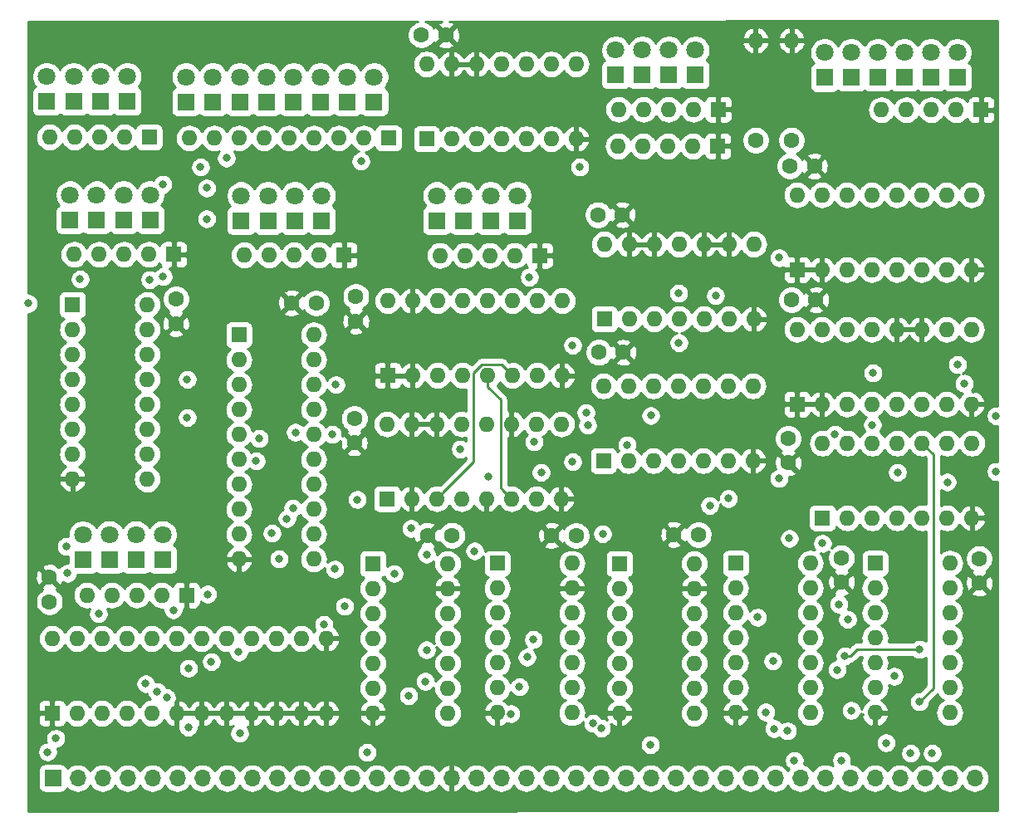
<source format=gbr>
G04 #@! TF.GenerationSoftware,KiCad,Pcbnew,(5.1.4-0-10_14)*
G04 #@! TF.CreationDate,2020-07-24T15:49:08-07:00*
G04 #@! TF.ProjectId,ya4b-alu,79613462-2d61-46c7-952e-6b696361645f,rev?*
G04 #@! TF.SameCoordinates,Original*
G04 #@! TF.FileFunction,Copper,L2,Inr*
G04 #@! TF.FilePolarity,Positive*
%FSLAX46Y46*%
G04 Gerber Fmt 4.6, Leading zero omitted, Abs format (unit mm)*
G04 Created by KiCad (PCBNEW (5.1.4-0-10_14)) date 2020-07-24 15:49:08*
%MOMM*%
%LPD*%
G04 APERTURE LIST*
%ADD10O,1.600000X1.600000*%
%ADD11R,1.600000X1.600000*%
%ADD12C,1.600000*%
%ADD13O,1.700000X1.700000*%
%ADD14R,1.700000X1.700000*%
%ADD15C,1.800000*%
%ADD16R,1.800000X1.800000*%
%ADD17C,0.800000*%
%ADD18C,0.250000*%
%ADD19C,0.254000*%
G04 APERTURE END LIST*
D10*
X109570520Y-143352520D03*
X101950520Y-158592520D03*
X109570520Y-145892520D03*
X101950520Y-156052520D03*
X109570520Y-148432520D03*
X101950520Y-153512520D03*
X109570520Y-150972520D03*
X101950520Y-150972520D03*
X109570520Y-153512520D03*
X101950520Y-148432520D03*
X109570520Y-156052520D03*
X101950520Y-145892520D03*
X109570520Y-158592520D03*
D11*
X101950520Y-143352520D03*
D10*
X122234960Y-143322040D03*
X114614960Y-158562040D03*
X122234960Y-145862040D03*
X114614960Y-156022040D03*
X122234960Y-148402040D03*
X114614960Y-153482040D03*
X122234960Y-150942040D03*
X114614960Y-150942040D03*
X122234960Y-153482040D03*
X114614960Y-148402040D03*
X122234960Y-156022040D03*
X114614960Y-145862040D03*
X122234960Y-158562040D03*
D11*
X114614960Y-143322040D03*
D10*
X103383080Y-129118360D03*
X121163080Y-136738360D03*
X105923080Y-129118360D03*
X118623080Y-136738360D03*
X108463080Y-129118360D03*
X116083080Y-136738360D03*
X111003080Y-129118360D03*
X113543080Y-136738360D03*
X113543080Y-129118360D03*
X111003080Y-136738360D03*
X116083080Y-129118360D03*
X108463080Y-136738360D03*
X118623080Y-129118360D03*
X105923080Y-136738360D03*
X121163080Y-129118360D03*
D11*
X103383080Y-136738360D03*
D10*
X95905320Y-120020080D03*
X88285320Y-142880080D03*
X95905320Y-122560080D03*
X88285320Y-140340080D03*
X95905320Y-125100080D03*
X88285320Y-137800080D03*
X95905320Y-127640080D03*
X88285320Y-135260080D03*
X95905320Y-130180080D03*
X88285320Y-132720080D03*
X95905320Y-132720080D03*
X88285320Y-130180080D03*
X95905320Y-135260080D03*
X88285320Y-127640080D03*
X95905320Y-137800080D03*
X88285320Y-125100080D03*
X95905320Y-140340080D03*
X88285320Y-122560080D03*
X95905320Y-142880080D03*
D11*
X88285320Y-120020080D03*
D10*
X160756600Y-143316960D03*
X153136600Y-158556960D03*
X160756600Y-145856960D03*
X153136600Y-156016960D03*
X160756600Y-148396960D03*
X153136600Y-153476960D03*
X160756600Y-150936960D03*
X153136600Y-150936960D03*
X160756600Y-153476960D03*
X153136600Y-148396960D03*
X160756600Y-156016960D03*
X153136600Y-145856960D03*
X160756600Y-158556960D03*
D11*
X153136600Y-143316960D03*
D10*
X107421680Y-92415360D03*
X122661680Y-100035360D03*
X109961680Y-92415360D03*
X120121680Y-100035360D03*
X112501680Y-92415360D03*
X117581680Y-100035360D03*
X115041680Y-92415360D03*
X115041680Y-100035360D03*
X117581680Y-92415360D03*
X112501680Y-100035360D03*
X120121680Y-92415360D03*
X109961680Y-100035360D03*
X122661680Y-92415360D03*
D11*
X107421680Y-100035360D03*
D10*
X147782280Y-131069080D03*
X163022280Y-138689080D03*
X150322280Y-131069080D03*
X160482280Y-138689080D03*
X152862280Y-131069080D03*
X157942280Y-138689080D03*
X155402280Y-131069080D03*
X155402280Y-138689080D03*
X157942280Y-131069080D03*
X152862280Y-138689080D03*
X160482280Y-131069080D03*
X150322280Y-138689080D03*
X163022280Y-131069080D03*
D11*
X147782280Y-138689080D03*
D10*
X125542040Y-110779560D03*
X140782040Y-118399560D03*
X128082040Y-110779560D03*
X138242040Y-118399560D03*
X130622040Y-110779560D03*
X135702040Y-118399560D03*
X133162040Y-110779560D03*
X133162040Y-118399560D03*
X135702040Y-110779560D03*
X130622040Y-118399560D03*
X138242040Y-110779560D03*
X128082040Y-118399560D03*
X140782040Y-110779560D03*
D11*
X125542040Y-118399560D03*
D10*
X125460760Y-125227080D03*
X140700760Y-132847080D03*
X128000760Y-125227080D03*
X138160760Y-132847080D03*
X130540760Y-125227080D03*
X135620760Y-132847080D03*
X133080760Y-125227080D03*
X133080760Y-132847080D03*
X135620760Y-125227080D03*
X130540760Y-132847080D03*
X138160760Y-125227080D03*
X128000760Y-132847080D03*
X140700760Y-125227080D03*
D11*
X125460760Y-132847080D03*
D10*
X146552920Y-143316960D03*
X138932920Y-158556960D03*
X146552920Y-145856960D03*
X138932920Y-156016960D03*
X146552920Y-148396960D03*
X138932920Y-153476960D03*
X146552920Y-150936960D03*
X138932920Y-150936960D03*
X146552920Y-153476960D03*
X138932920Y-148396960D03*
X146552920Y-156016960D03*
X138932920Y-145856960D03*
X146552920Y-158556960D03*
D11*
X138932920Y-143316960D03*
D10*
X134706360Y-143352520D03*
X127086360Y-158592520D03*
X134706360Y-145892520D03*
X127086360Y-156052520D03*
X134706360Y-148432520D03*
X127086360Y-153512520D03*
X134706360Y-150972520D03*
X127086360Y-150972520D03*
X134706360Y-153512520D03*
X127086360Y-148432520D03*
X134706360Y-156052520D03*
X127086360Y-145892520D03*
X134706360Y-158592520D03*
D11*
X127086360Y-143352520D03*
D10*
X145186400Y-105745280D03*
X162966400Y-113365280D03*
X147726400Y-105745280D03*
X160426400Y-113365280D03*
X150266400Y-105745280D03*
X157886400Y-113365280D03*
X152806400Y-105745280D03*
X155346400Y-113365280D03*
X155346400Y-105745280D03*
X152806400Y-113365280D03*
X157886400Y-105745280D03*
X150266400Y-113365280D03*
X160426400Y-105745280D03*
X147726400Y-113365280D03*
X162966400Y-105745280D03*
D11*
X145186400Y-113365280D03*
D10*
X145186400Y-119461280D03*
X162966400Y-127081280D03*
X147726400Y-119461280D03*
X160426400Y-127081280D03*
X150266400Y-119461280D03*
X157886400Y-127081280D03*
X152806400Y-119461280D03*
X155346400Y-127081280D03*
X155346400Y-119461280D03*
X152806400Y-127081280D03*
X157886400Y-119461280D03*
X150266400Y-127081280D03*
X160426400Y-119461280D03*
X147726400Y-127081280D03*
X162966400Y-119461280D03*
D11*
X145186400Y-127081280D03*
D10*
X103464360Y-116540280D03*
X121244360Y-124160280D03*
X106004360Y-116540280D03*
X118704360Y-124160280D03*
X108544360Y-116540280D03*
X116164360Y-124160280D03*
X111084360Y-116540280D03*
X113624360Y-124160280D03*
X113624360Y-116540280D03*
X111084360Y-124160280D03*
X116164360Y-116540280D03*
X108544360Y-124160280D03*
X118704360Y-116540280D03*
X106004360Y-124160280D03*
X121244360Y-116540280D03*
D11*
X103464360Y-124160280D03*
D10*
X78943200Y-116936520D03*
X71323200Y-134716520D03*
X78943200Y-119476520D03*
X71323200Y-132176520D03*
X78943200Y-122016520D03*
X71323200Y-129636520D03*
X78943200Y-124556520D03*
X71323200Y-127096520D03*
X78943200Y-127096520D03*
X71323200Y-124556520D03*
X78943200Y-129636520D03*
X71323200Y-122016520D03*
X78943200Y-132176520D03*
X71323200Y-119476520D03*
X78943200Y-134716520D03*
D11*
X71323200Y-116936520D03*
D10*
X69250560Y-150982680D03*
X97190560Y-158602680D03*
X71790560Y-150982680D03*
X94650560Y-158602680D03*
X74330560Y-150982680D03*
X92110560Y-158602680D03*
X76870560Y-150982680D03*
X89570560Y-158602680D03*
X79410560Y-150982680D03*
X87030560Y-158602680D03*
X81950560Y-150982680D03*
X84490560Y-158602680D03*
X84490560Y-150982680D03*
X81950560Y-158602680D03*
X87030560Y-150982680D03*
X79410560Y-158602680D03*
X89570560Y-150982680D03*
X76870560Y-158602680D03*
X92110560Y-150982680D03*
X74330560Y-158602680D03*
X94650560Y-150982680D03*
X71790560Y-158602680D03*
X97190560Y-150982680D03*
D11*
X69250560Y-158602680D03*
D10*
X153804660Y-97073720D03*
X156344660Y-97073720D03*
X158884660Y-97073720D03*
X161424660Y-97073720D03*
D11*
X163964660Y-97073720D03*
D10*
X126962920Y-100762540D03*
X129502920Y-100762540D03*
X132042920Y-100762540D03*
X134582920Y-100762540D03*
D11*
X137122920Y-100762540D03*
D10*
X127011180Y-97023660D03*
X129551180Y-97023660D03*
X132091180Y-97023660D03*
X134631180Y-97023660D03*
D11*
X137171180Y-97023660D03*
D10*
X72794940Y-146553520D03*
X75334940Y-146553520D03*
X77874940Y-146553520D03*
X80414940Y-146553520D03*
D11*
X82954940Y-146553520D03*
D10*
X88840140Y-111875560D03*
X91380140Y-111875560D03*
X93920140Y-111875560D03*
X96460140Y-111875560D03*
D11*
X99000140Y-111875560D03*
D10*
X108795820Y-111920020D03*
X111335820Y-111920020D03*
X113875820Y-111920020D03*
X116415820Y-111920020D03*
D11*
X118955820Y-111920020D03*
D10*
X71490840Y-111818420D03*
X74030840Y-111818420D03*
X76570840Y-111818420D03*
X79110840Y-111818420D03*
D11*
X81650840Y-111818420D03*
D10*
X83228180Y-99956620D03*
X85768180Y-99956620D03*
X88308180Y-99956620D03*
X90848180Y-99956620D03*
X93388180Y-99956620D03*
X95928180Y-99956620D03*
X98468180Y-99956620D03*
X101008180Y-99956620D03*
D11*
X103548180Y-99956620D03*
D10*
X68986400Y-99862640D03*
X71526400Y-99862640D03*
X74066400Y-99862640D03*
X76606400Y-99862640D03*
D11*
X79146400Y-99862640D03*
D10*
X144632680Y-90007440D03*
D12*
X144632680Y-100167440D03*
D10*
X140975080Y-90007440D03*
D12*
X140975080Y-100167440D03*
D13*
X163296600Y-165214300D03*
X160756600Y-165214300D03*
X158216600Y-165214300D03*
X155676600Y-165214300D03*
X153136600Y-165214300D03*
X150596600Y-165214300D03*
X148056600Y-165214300D03*
X145516600Y-165214300D03*
X142976600Y-165214300D03*
X140436600Y-165214300D03*
X137896600Y-165214300D03*
X135356600Y-165214300D03*
X132816600Y-165214300D03*
X130276600Y-165214300D03*
X127736600Y-165214300D03*
X125196600Y-165214300D03*
X122656600Y-165214300D03*
X120116600Y-165214300D03*
X117576600Y-165214300D03*
X115036600Y-165214300D03*
X112496600Y-165214300D03*
X109956600Y-165214300D03*
X107416600Y-165214300D03*
X104876600Y-165214300D03*
X102336600Y-165214300D03*
X99796600Y-165214300D03*
X97256600Y-165214300D03*
X94716600Y-165214300D03*
X92176600Y-165214300D03*
X89636600Y-165214300D03*
X87096600Y-165214300D03*
X84556600Y-165214300D03*
X82016600Y-165214300D03*
X79476600Y-165214300D03*
X76936600Y-165214300D03*
X74396600Y-165214300D03*
X71856600Y-165214300D03*
D14*
X69316600Y-165214300D03*
D15*
X161531340Y-91229180D03*
D16*
X161531340Y-93769180D03*
D15*
X158826240Y-91229180D03*
D16*
X158826240Y-93769180D03*
D15*
X156121140Y-91229180D03*
D16*
X156121140Y-93769180D03*
D15*
X153416040Y-91229180D03*
D16*
X153416040Y-93769180D03*
D15*
X150710940Y-91229180D03*
D16*
X150710940Y-93769180D03*
D15*
X147998220Y-91252040D03*
D16*
X147998220Y-93792040D03*
D15*
X134831840Y-90981000D03*
D16*
X134831840Y-93521000D03*
D15*
X132126740Y-90981000D03*
D16*
X132126740Y-93521000D03*
D15*
X129421640Y-90981000D03*
D16*
X129421640Y-93521000D03*
D15*
X126711460Y-90983540D03*
D16*
X126711460Y-93523540D03*
D15*
X80498760Y-140381320D03*
D16*
X80498760Y-142921320D03*
D15*
X77793660Y-140381320D03*
D16*
X77793660Y-142921320D03*
D15*
X75088560Y-140381320D03*
D16*
X75088560Y-142921320D03*
D15*
X72378380Y-140399100D03*
D16*
X72378380Y-142939100D03*
D15*
X96729380Y-105817660D03*
D16*
X96729380Y-108357660D03*
D15*
X93988720Y-105817660D03*
D16*
X93988720Y-108357660D03*
D15*
X91250600Y-105817660D03*
D16*
X91250600Y-108357660D03*
D15*
X88507400Y-105825280D03*
D16*
X88507400Y-108365280D03*
D15*
X116682520Y-105818940D03*
D16*
X116682520Y-108358940D03*
D15*
X113941860Y-105818940D03*
D16*
X113941860Y-108358940D03*
D15*
X111201200Y-105818940D03*
D16*
X111201200Y-108358940D03*
D15*
X108455460Y-105824020D03*
D16*
X108455460Y-108364020D03*
D15*
X79268320Y-105732580D03*
D16*
X79268320Y-108272580D03*
D15*
X76527660Y-105732580D03*
D16*
X76527660Y-108272580D03*
D15*
X73792080Y-105740200D03*
D16*
X73792080Y-108280200D03*
D15*
X71084440Y-105740200D03*
D16*
X71084440Y-108280200D03*
D15*
X102074980Y-93713300D03*
D16*
X102074980Y-96253300D03*
D15*
X99334320Y-93713300D03*
D16*
X99334320Y-96253300D03*
D15*
X96593660Y-93713300D03*
D16*
X96593660Y-96253300D03*
D15*
X93853000Y-93713300D03*
D16*
X93853000Y-96253300D03*
D15*
X91112340Y-93713300D03*
D16*
X91112340Y-96253300D03*
D15*
X88374220Y-93713300D03*
D16*
X88374220Y-96253300D03*
D15*
X85633560Y-93713300D03*
D16*
X85633560Y-96253300D03*
D15*
X82892900Y-93713300D03*
D16*
X82892900Y-96253300D03*
D15*
X76913740Y-93670120D03*
D16*
X76913740Y-96210120D03*
D15*
X74173080Y-93670120D03*
D16*
X74173080Y-96210120D03*
D15*
X71432420Y-93670120D03*
D16*
X71432420Y-96210120D03*
D15*
X68691760Y-93670120D03*
D16*
X68691760Y-96210120D03*
D12*
X144292320Y-133071240D03*
X144292320Y-130571240D03*
X149727920Y-145248000D03*
X149727920Y-142748000D03*
X132633080Y-140385800D03*
X135133080Y-140385800D03*
X127391800Y-107767120D03*
X124891800Y-107767120D03*
X81874360Y-118867560D03*
X81874360Y-116367560D03*
X146954880Y-102814120D03*
X144454880Y-102814120D03*
X147117440Y-116448840D03*
X144617440Y-116448840D03*
X120166760Y-140482320D03*
X122666760Y-140482320D03*
X127473080Y-121808240D03*
X124973080Y-121808240D03*
X109398440Y-89438480D03*
X106898440Y-89438480D03*
X163769040Y-145329280D03*
X163769040Y-142829280D03*
X100218240Y-118623720D03*
X100218240Y-116123720D03*
X93659320Y-116773960D03*
X96159320Y-116773960D03*
X100055680Y-131044320D03*
X100055680Y-128544320D03*
X107532800Y-140451840D03*
X110032800Y-140451840D03*
X68976240Y-144733640D03*
X68976240Y-147233640D03*
D17*
X66825859Y-116816921D03*
X68788280Y-162554920D03*
X80573880Y-114091720D03*
X80523080Y-104651650D03*
X117895109Y-114133790D03*
X69626480Y-161168080D03*
X149727920Y-163412010D03*
X84373720Y-102900480D03*
X123037600Y-102900480D03*
X124371239Y-159632193D03*
X100736400Y-102311200D03*
X81600040Y-148076920D03*
X98065478Y-143912750D03*
X87025900Y-102001740D03*
X85105240Y-146466560D03*
X85003640Y-108193840D03*
X85003640Y-105049320D03*
X104124085Y-144358638D03*
X83154520Y-154010360D03*
X144414240Y-140782040D03*
X144211040Y-160406080D03*
X83124040Y-160040320D03*
X85486240Y-153349960D03*
X149264665Y-154166949D03*
X147782280Y-141284960D03*
X88280240Y-152364440D03*
X138191240Y-136702800D03*
X130246120Y-161803080D03*
X101351080Y-162590480D03*
X88366600Y-160660080D03*
X96938881Y-149557521D03*
X149443440Y-147487640D03*
X94055309Y-129962894D03*
X79202280Y-114391440D03*
X72100440Y-114340640D03*
X91659870Y-140239777D03*
X112320327Y-142052727D03*
X92384880Y-142864840D03*
X107421680Y-152146000D03*
X107421680Y-142402560D03*
X93187520Y-138755120D03*
X105846880Y-139760960D03*
X107287505Y-155362531D03*
X93797120Y-137673080D03*
X105592880Y-156814520D03*
X100365560Y-136819640D03*
X73974960Y-148452840D03*
X78790800Y-155585158D03*
X70693280Y-141594840D03*
X79959200Y-156392880D03*
X70826251Y-144320150D03*
X80919320Y-157002480D03*
X149062440Y-130154680D03*
X125244023Y-160120324D03*
X152877520Y-129189480D03*
X123845320Y-129235200D03*
X125369320Y-140299440D03*
X99054920Y-147706080D03*
X143372840Y-112151160D03*
X142849662Y-160176453D03*
X154261601Y-161628039D03*
X156758640Y-162687000D03*
X158968440Y-162681920D03*
X161551401Y-123045439D03*
X119104250Y-134049610D03*
X144907000Y-163412010D03*
X90058240Y-132882640D03*
X90371505Y-130588176D03*
X133146800Y-120822720D03*
X152928320Y-123911360D03*
X155102558Y-154833320D03*
X150357840Y-149037040D03*
X141173200Y-148808440D03*
X165481000Y-128275080D03*
X160502600Y-135031480D03*
X143345021Y-134658221D03*
X142731330Y-153283688D03*
X150078440Y-152755600D03*
X157688280Y-152095200D03*
X127873760Y-131241800D03*
X157673040Y-157434280D03*
X150713440Y-158323280D03*
X162219640Y-124968000D03*
X130276600Y-128249680D03*
X123677680Y-127944880D03*
X136296400Y-137427810D03*
X133126480Y-115773200D03*
X136880600Y-116027200D03*
X142006320Y-158485840D03*
X122312590Y-121081752D03*
X122312590Y-132963534D03*
X155437840Y-134035800D03*
X165475920Y-133949440D03*
X118379240Y-130937000D03*
X97825560Y-130175000D03*
X98181160Y-125100080D03*
X110867351Y-131662010D03*
X113685320Y-134499621D03*
X83022440Y-124556520D03*
X83022440Y-128452880D03*
X118316749Y-151091130D03*
X117668040Y-152877520D03*
X116895880Y-155910280D03*
X116027200Y-158658560D03*
D18*
X109263079Y-135938361D02*
X108463080Y-136738360D01*
X112209361Y-132992079D02*
X109263079Y-135938361D01*
X112209361Y-123910277D02*
X112209361Y-132992079D01*
X113084359Y-123035279D02*
X112209361Y-123910277D01*
X115039359Y-123035279D02*
X113084359Y-123035279D01*
X116164360Y-124160280D02*
X115039359Y-123035279D01*
X115283081Y-135938361D02*
X116083080Y-136738360D01*
X114958079Y-135613359D02*
X115283081Y-135938361D01*
X113624360Y-125291650D02*
X114958079Y-126625369D01*
X114958079Y-126625369D02*
X114958079Y-135613359D01*
X113624360Y-124160280D02*
X113624360Y-125291650D01*
X150644125Y-152755600D02*
X151304525Y-152095200D01*
X150078440Y-152755600D02*
X150644125Y-152755600D01*
X151304525Y-152095200D02*
X157688280Y-152095200D01*
X159067281Y-132194081D02*
X159067281Y-156040039D01*
X157942280Y-131069080D02*
X159067281Y-132194081D01*
X159067281Y-156040039D02*
X157673040Y-157434280D01*
D19*
G36*
X165644360Y-127252297D02*
G01*
X165582939Y-127240080D01*
X165379061Y-127240080D01*
X165179102Y-127279854D01*
X164990744Y-127357875D01*
X164821226Y-127471143D01*
X164677063Y-127615306D01*
X164563795Y-127784824D01*
X164485774Y-127973182D01*
X164446000Y-128173141D01*
X164446000Y-128377019D01*
X164485774Y-128576978D01*
X164563795Y-128765336D01*
X164677063Y-128934854D01*
X164821226Y-129079017D01*
X164990744Y-129192285D01*
X165179102Y-129270306D01*
X165379061Y-129310080D01*
X165582939Y-129310080D01*
X165644361Y-129297863D01*
X165644361Y-132927668D01*
X165577859Y-132914440D01*
X165373981Y-132914440D01*
X165174022Y-132954214D01*
X164985664Y-133032235D01*
X164816146Y-133145503D01*
X164671983Y-133289666D01*
X164558715Y-133459184D01*
X164480694Y-133647542D01*
X164440920Y-133847501D01*
X164440920Y-134051379D01*
X164480694Y-134251338D01*
X164558715Y-134439696D01*
X164671983Y-134609214D01*
X164816146Y-134753377D01*
X164985664Y-134866645D01*
X165174022Y-134944666D01*
X165373981Y-134984440D01*
X165577859Y-134984440D01*
X165644361Y-134971212D01*
X165644361Y-168509863D01*
X66852000Y-168564978D01*
X66852000Y-164364300D01*
X67828528Y-164364300D01*
X67828528Y-166064300D01*
X67840788Y-166188782D01*
X67877098Y-166308480D01*
X67936063Y-166418794D01*
X68015415Y-166515485D01*
X68112106Y-166594837D01*
X68222420Y-166653802D01*
X68342118Y-166690112D01*
X68466600Y-166702372D01*
X70166600Y-166702372D01*
X70291082Y-166690112D01*
X70410780Y-166653802D01*
X70521094Y-166594837D01*
X70617785Y-166515485D01*
X70697137Y-166418794D01*
X70756102Y-166308480D01*
X70776993Y-166239613D01*
X70801466Y-166269434D01*
X71027586Y-166455006D01*
X71285566Y-166592899D01*
X71565489Y-166677813D01*
X71783650Y-166699300D01*
X71929550Y-166699300D01*
X72147711Y-166677813D01*
X72427634Y-166592899D01*
X72685614Y-166455006D01*
X72911734Y-166269434D01*
X73097306Y-166043314D01*
X73126600Y-165988509D01*
X73155894Y-166043314D01*
X73341466Y-166269434D01*
X73567586Y-166455006D01*
X73825566Y-166592899D01*
X74105489Y-166677813D01*
X74323650Y-166699300D01*
X74469550Y-166699300D01*
X74687711Y-166677813D01*
X74967634Y-166592899D01*
X75225614Y-166455006D01*
X75451734Y-166269434D01*
X75637306Y-166043314D01*
X75666600Y-165988509D01*
X75695894Y-166043314D01*
X75881466Y-166269434D01*
X76107586Y-166455006D01*
X76365566Y-166592899D01*
X76645489Y-166677813D01*
X76863650Y-166699300D01*
X77009550Y-166699300D01*
X77227711Y-166677813D01*
X77507634Y-166592899D01*
X77765614Y-166455006D01*
X77991734Y-166269434D01*
X78177306Y-166043314D01*
X78206600Y-165988509D01*
X78235894Y-166043314D01*
X78421466Y-166269434D01*
X78647586Y-166455006D01*
X78905566Y-166592899D01*
X79185489Y-166677813D01*
X79403650Y-166699300D01*
X79549550Y-166699300D01*
X79767711Y-166677813D01*
X80047634Y-166592899D01*
X80305614Y-166455006D01*
X80531734Y-166269434D01*
X80717306Y-166043314D01*
X80746600Y-165988509D01*
X80775894Y-166043314D01*
X80961466Y-166269434D01*
X81187586Y-166455006D01*
X81445566Y-166592899D01*
X81725489Y-166677813D01*
X81943650Y-166699300D01*
X82089550Y-166699300D01*
X82307711Y-166677813D01*
X82587634Y-166592899D01*
X82845614Y-166455006D01*
X83071734Y-166269434D01*
X83257306Y-166043314D01*
X83286600Y-165988509D01*
X83315894Y-166043314D01*
X83501466Y-166269434D01*
X83727586Y-166455006D01*
X83985566Y-166592899D01*
X84265489Y-166677813D01*
X84483650Y-166699300D01*
X84629550Y-166699300D01*
X84847711Y-166677813D01*
X85127634Y-166592899D01*
X85385614Y-166455006D01*
X85611734Y-166269434D01*
X85797306Y-166043314D01*
X85826600Y-165988509D01*
X85855894Y-166043314D01*
X86041466Y-166269434D01*
X86267586Y-166455006D01*
X86525566Y-166592899D01*
X86805489Y-166677813D01*
X87023650Y-166699300D01*
X87169550Y-166699300D01*
X87387711Y-166677813D01*
X87667634Y-166592899D01*
X87925614Y-166455006D01*
X88151734Y-166269434D01*
X88337306Y-166043314D01*
X88366600Y-165988509D01*
X88395894Y-166043314D01*
X88581466Y-166269434D01*
X88807586Y-166455006D01*
X89065566Y-166592899D01*
X89345489Y-166677813D01*
X89563650Y-166699300D01*
X89709550Y-166699300D01*
X89927711Y-166677813D01*
X90207634Y-166592899D01*
X90465614Y-166455006D01*
X90691734Y-166269434D01*
X90877306Y-166043314D01*
X90906600Y-165988509D01*
X90935894Y-166043314D01*
X91121466Y-166269434D01*
X91347586Y-166455006D01*
X91605566Y-166592899D01*
X91885489Y-166677813D01*
X92103650Y-166699300D01*
X92249550Y-166699300D01*
X92467711Y-166677813D01*
X92747634Y-166592899D01*
X93005614Y-166455006D01*
X93231734Y-166269434D01*
X93417306Y-166043314D01*
X93446600Y-165988509D01*
X93475894Y-166043314D01*
X93661466Y-166269434D01*
X93887586Y-166455006D01*
X94145566Y-166592899D01*
X94425489Y-166677813D01*
X94643650Y-166699300D01*
X94789550Y-166699300D01*
X95007711Y-166677813D01*
X95287634Y-166592899D01*
X95545614Y-166455006D01*
X95771734Y-166269434D01*
X95957306Y-166043314D01*
X95986600Y-165988509D01*
X96015894Y-166043314D01*
X96201466Y-166269434D01*
X96427586Y-166455006D01*
X96685566Y-166592899D01*
X96965489Y-166677813D01*
X97183650Y-166699300D01*
X97329550Y-166699300D01*
X97547711Y-166677813D01*
X97827634Y-166592899D01*
X98085614Y-166455006D01*
X98311734Y-166269434D01*
X98497306Y-166043314D01*
X98526600Y-165988509D01*
X98555894Y-166043314D01*
X98741466Y-166269434D01*
X98967586Y-166455006D01*
X99225566Y-166592899D01*
X99505489Y-166677813D01*
X99723650Y-166699300D01*
X99869550Y-166699300D01*
X100087711Y-166677813D01*
X100367634Y-166592899D01*
X100625614Y-166455006D01*
X100851734Y-166269434D01*
X101037306Y-166043314D01*
X101066600Y-165988509D01*
X101095894Y-166043314D01*
X101281466Y-166269434D01*
X101507586Y-166455006D01*
X101765566Y-166592899D01*
X102045489Y-166677813D01*
X102263650Y-166699300D01*
X102409550Y-166699300D01*
X102627711Y-166677813D01*
X102907634Y-166592899D01*
X103165614Y-166455006D01*
X103391734Y-166269434D01*
X103577306Y-166043314D01*
X103606600Y-165988509D01*
X103635894Y-166043314D01*
X103821466Y-166269434D01*
X104047586Y-166455006D01*
X104305566Y-166592899D01*
X104585489Y-166677813D01*
X104803650Y-166699300D01*
X104949550Y-166699300D01*
X105167711Y-166677813D01*
X105447634Y-166592899D01*
X105705614Y-166455006D01*
X105931734Y-166269434D01*
X106117306Y-166043314D01*
X106146600Y-165988509D01*
X106175894Y-166043314D01*
X106361466Y-166269434D01*
X106587586Y-166455006D01*
X106845566Y-166592899D01*
X107125489Y-166677813D01*
X107343650Y-166699300D01*
X107489550Y-166699300D01*
X107707711Y-166677813D01*
X107987634Y-166592899D01*
X108245614Y-166455006D01*
X108471734Y-166269434D01*
X108657306Y-166043314D01*
X108691801Y-165978777D01*
X108761422Y-166095655D01*
X108956331Y-166311888D01*
X109189680Y-166485941D01*
X109452501Y-166611125D01*
X109599710Y-166655776D01*
X109829600Y-166534455D01*
X109829600Y-165341300D01*
X109809600Y-165341300D01*
X109809600Y-165087300D01*
X109829600Y-165087300D01*
X109829600Y-163894145D01*
X110083600Y-163894145D01*
X110083600Y-165087300D01*
X110103600Y-165087300D01*
X110103600Y-165341300D01*
X110083600Y-165341300D01*
X110083600Y-166534455D01*
X110313490Y-166655776D01*
X110460699Y-166611125D01*
X110723520Y-166485941D01*
X110956869Y-166311888D01*
X111151778Y-166095655D01*
X111221399Y-165978777D01*
X111255894Y-166043314D01*
X111441466Y-166269434D01*
X111667586Y-166455006D01*
X111925566Y-166592899D01*
X112205489Y-166677813D01*
X112423650Y-166699300D01*
X112569550Y-166699300D01*
X112787711Y-166677813D01*
X113067634Y-166592899D01*
X113325614Y-166455006D01*
X113551734Y-166269434D01*
X113737306Y-166043314D01*
X113766600Y-165988509D01*
X113795894Y-166043314D01*
X113981466Y-166269434D01*
X114207586Y-166455006D01*
X114465566Y-166592899D01*
X114745489Y-166677813D01*
X114963650Y-166699300D01*
X115109550Y-166699300D01*
X115327711Y-166677813D01*
X115607634Y-166592899D01*
X115865614Y-166455006D01*
X116091734Y-166269434D01*
X116277306Y-166043314D01*
X116306600Y-165988509D01*
X116335894Y-166043314D01*
X116521466Y-166269434D01*
X116747586Y-166455006D01*
X117005566Y-166592899D01*
X117285489Y-166677813D01*
X117503650Y-166699300D01*
X117649550Y-166699300D01*
X117867711Y-166677813D01*
X118147634Y-166592899D01*
X118405614Y-166455006D01*
X118631734Y-166269434D01*
X118817306Y-166043314D01*
X118846600Y-165988509D01*
X118875894Y-166043314D01*
X119061466Y-166269434D01*
X119287586Y-166455006D01*
X119545566Y-166592899D01*
X119825489Y-166677813D01*
X120043650Y-166699300D01*
X120189550Y-166699300D01*
X120407711Y-166677813D01*
X120687634Y-166592899D01*
X120945614Y-166455006D01*
X121171734Y-166269434D01*
X121357306Y-166043314D01*
X121386600Y-165988509D01*
X121415894Y-166043314D01*
X121601466Y-166269434D01*
X121827586Y-166455006D01*
X122085566Y-166592899D01*
X122365489Y-166677813D01*
X122583650Y-166699300D01*
X122729550Y-166699300D01*
X122947711Y-166677813D01*
X123227634Y-166592899D01*
X123485614Y-166455006D01*
X123711734Y-166269434D01*
X123897306Y-166043314D01*
X123926600Y-165988509D01*
X123955894Y-166043314D01*
X124141466Y-166269434D01*
X124367586Y-166455006D01*
X124625566Y-166592899D01*
X124905489Y-166677813D01*
X125123650Y-166699300D01*
X125269550Y-166699300D01*
X125487711Y-166677813D01*
X125767634Y-166592899D01*
X126025614Y-166455006D01*
X126251734Y-166269434D01*
X126437306Y-166043314D01*
X126466600Y-165988509D01*
X126495894Y-166043314D01*
X126681466Y-166269434D01*
X126907586Y-166455006D01*
X127165566Y-166592899D01*
X127445489Y-166677813D01*
X127663650Y-166699300D01*
X127809550Y-166699300D01*
X128027711Y-166677813D01*
X128307634Y-166592899D01*
X128565614Y-166455006D01*
X128791734Y-166269434D01*
X128977306Y-166043314D01*
X129006600Y-165988509D01*
X129035894Y-166043314D01*
X129221466Y-166269434D01*
X129447586Y-166455006D01*
X129705566Y-166592899D01*
X129985489Y-166677813D01*
X130203650Y-166699300D01*
X130349550Y-166699300D01*
X130567711Y-166677813D01*
X130847634Y-166592899D01*
X131105614Y-166455006D01*
X131331734Y-166269434D01*
X131517306Y-166043314D01*
X131546600Y-165988509D01*
X131575894Y-166043314D01*
X131761466Y-166269434D01*
X131987586Y-166455006D01*
X132245566Y-166592899D01*
X132525489Y-166677813D01*
X132743650Y-166699300D01*
X132889550Y-166699300D01*
X133107711Y-166677813D01*
X133387634Y-166592899D01*
X133645614Y-166455006D01*
X133871734Y-166269434D01*
X134057306Y-166043314D01*
X134086600Y-165988509D01*
X134115894Y-166043314D01*
X134301466Y-166269434D01*
X134527586Y-166455006D01*
X134785566Y-166592899D01*
X135065489Y-166677813D01*
X135283650Y-166699300D01*
X135429550Y-166699300D01*
X135647711Y-166677813D01*
X135927634Y-166592899D01*
X136185614Y-166455006D01*
X136411734Y-166269434D01*
X136597306Y-166043314D01*
X136626600Y-165988509D01*
X136655894Y-166043314D01*
X136841466Y-166269434D01*
X137067586Y-166455006D01*
X137325566Y-166592899D01*
X137605489Y-166677813D01*
X137823650Y-166699300D01*
X137969550Y-166699300D01*
X138187711Y-166677813D01*
X138467634Y-166592899D01*
X138725614Y-166455006D01*
X138951734Y-166269434D01*
X139137306Y-166043314D01*
X139166600Y-165988509D01*
X139195894Y-166043314D01*
X139381466Y-166269434D01*
X139607586Y-166455006D01*
X139865566Y-166592899D01*
X140145489Y-166677813D01*
X140363650Y-166699300D01*
X140509550Y-166699300D01*
X140727711Y-166677813D01*
X141007634Y-166592899D01*
X141265614Y-166455006D01*
X141491734Y-166269434D01*
X141677306Y-166043314D01*
X141706600Y-165988509D01*
X141735894Y-166043314D01*
X141921466Y-166269434D01*
X142147586Y-166455006D01*
X142405566Y-166592899D01*
X142685489Y-166677813D01*
X142903650Y-166699300D01*
X143049550Y-166699300D01*
X143267711Y-166677813D01*
X143547634Y-166592899D01*
X143805614Y-166455006D01*
X144031734Y-166269434D01*
X144217306Y-166043314D01*
X144246600Y-165988509D01*
X144275894Y-166043314D01*
X144461466Y-166269434D01*
X144687586Y-166455006D01*
X144945566Y-166592899D01*
X145225489Y-166677813D01*
X145443650Y-166699300D01*
X145589550Y-166699300D01*
X145807711Y-166677813D01*
X146087634Y-166592899D01*
X146345614Y-166455006D01*
X146571734Y-166269434D01*
X146757306Y-166043314D01*
X146786600Y-165988509D01*
X146815894Y-166043314D01*
X147001466Y-166269434D01*
X147227586Y-166455006D01*
X147485566Y-166592899D01*
X147765489Y-166677813D01*
X147983650Y-166699300D01*
X148129550Y-166699300D01*
X148347711Y-166677813D01*
X148627634Y-166592899D01*
X148885614Y-166455006D01*
X149111734Y-166269434D01*
X149297306Y-166043314D01*
X149326600Y-165988509D01*
X149355894Y-166043314D01*
X149541466Y-166269434D01*
X149767586Y-166455006D01*
X150025566Y-166592899D01*
X150305489Y-166677813D01*
X150523650Y-166699300D01*
X150669550Y-166699300D01*
X150887711Y-166677813D01*
X151167634Y-166592899D01*
X151425614Y-166455006D01*
X151651734Y-166269434D01*
X151837306Y-166043314D01*
X151866600Y-165988509D01*
X151895894Y-166043314D01*
X152081466Y-166269434D01*
X152307586Y-166455006D01*
X152565566Y-166592899D01*
X152845489Y-166677813D01*
X153063650Y-166699300D01*
X153209550Y-166699300D01*
X153427711Y-166677813D01*
X153707634Y-166592899D01*
X153965614Y-166455006D01*
X154191734Y-166269434D01*
X154377306Y-166043314D01*
X154406600Y-165988509D01*
X154435894Y-166043314D01*
X154621466Y-166269434D01*
X154847586Y-166455006D01*
X155105566Y-166592899D01*
X155385489Y-166677813D01*
X155603650Y-166699300D01*
X155749550Y-166699300D01*
X155967711Y-166677813D01*
X156247634Y-166592899D01*
X156505614Y-166455006D01*
X156731734Y-166269434D01*
X156917306Y-166043314D01*
X156946600Y-165988509D01*
X156975894Y-166043314D01*
X157161466Y-166269434D01*
X157387586Y-166455006D01*
X157645566Y-166592899D01*
X157925489Y-166677813D01*
X158143650Y-166699300D01*
X158289550Y-166699300D01*
X158507711Y-166677813D01*
X158787634Y-166592899D01*
X159045614Y-166455006D01*
X159271734Y-166269434D01*
X159457306Y-166043314D01*
X159486600Y-165988509D01*
X159515894Y-166043314D01*
X159701466Y-166269434D01*
X159927586Y-166455006D01*
X160185566Y-166592899D01*
X160465489Y-166677813D01*
X160683650Y-166699300D01*
X160829550Y-166699300D01*
X161047711Y-166677813D01*
X161327634Y-166592899D01*
X161585614Y-166455006D01*
X161811734Y-166269434D01*
X161997306Y-166043314D01*
X162026600Y-165988509D01*
X162055894Y-166043314D01*
X162241466Y-166269434D01*
X162467586Y-166455006D01*
X162725566Y-166592899D01*
X163005489Y-166677813D01*
X163223650Y-166699300D01*
X163369550Y-166699300D01*
X163587711Y-166677813D01*
X163867634Y-166592899D01*
X164125614Y-166455006D01*
X164351734Y-166269434D01*
X164537306Y-166043314D01*
X164675199Y-165785334D01*
X164760113Y-165505411D01*
X164788785Y-165214300D01*
X164760113Y-164923189D01*
X164675199Y-164643266D01*
X164537306Y-164385286D01*
X164351734Y-164159166D01*
X164125614Y-163973594D01*
X163867634Y-163835701D01*
X163587711Y-163750787D01*
X163369550Y-163729300D01*
X163223650Y-163729300D01*
X163005489Y-163750787D01*
X162725566Y-163835701D01*
X162467586Y-163973594D01*
X162241466Y-164159166D01*
X162055894Y-164385286D01*
X162026600Y-164440091D01*
X161997306Y-164385286D01*
X161811734Y-164159166D01*
X161585614Y-163973594D01*
X161327634Y-163835701D01*
X161047711Y-163750787D01*
X160829550Y-163729300D01*
X160683650Y-163729300D01*
X160465489Y-163750787D01*
X160185566Y-163835701D01*
X159927586Y-163973594D01*
X159701466Y-164159166D01*
X159515894Y-164385286D01*
X159486600Y-164440091D01*
X159457306Y-164385286D01*
X159271734Y-164159166D01*
X159045614Y-163973594D01*
X158787634Y-163835701D01*
X158507711Y-163750787D01*
X158289550Y-163729300D01*
X158143650Y-163729300D01*
X157925489Y-163750787D01*
X157645566Y-163835701D01*
X157387586Y-163973594D01*
X157161466Y-164159166D01*
X156975894Y-164385286D01*
X156946600Y-164440091D01*
X156917306Y-164385286D01*
X156731734Y-164159166D01*
X156505614Y-163973594D01*
X156247634Y-163835701D01*
X155967711Y-163750787D01*
X155749550Y-163729300D01*
X155603650Y-163729300D01*
X155385489Y-163750787D01*
X155105566Y-163835701D01*
X154847586Y-163973594D01*
X154621466Y-164159166D01*
X154435894Y-164385286D01*
X154406600Y-164440091D01*
X154377306Y-164385286D01*
X154191734Y-164159166D01*
X153965614Y-163973594D01*
X153707634Y-163835701D01*
X153427711Y-163750787D01*
X153209550Y-163729300D01*
X153063650Y-163729300D01*
X152845489Y-163750787D01*
X152565566Y-163835701D01*
X152307586Y-163973594D01*
X152081466Y-164159166D01*
X151895894Y-164385286D01*
X151866600Y-164440091D01*
X151837306Y-164385286D01*
X151651734Y-164159166D01*
X151425614Y-163973594D01*
X151167634Y-163835701D01*
X150887711Y-163750787D01*
X150714919Y-163733769D01*
X150723146Y-163713908D01*
X150762920Y-163513949D01*
X150762920Y-163310071D01*
X150723146Y-163110112D01*
X150645125Y-162921754D01*
X150531857Y-162752236D01*
X150387694Y-162608073D01*
X150218176Y-162494805D01*
X150029818Y-162416784D01*
X149829859Y-162377010D01*
X149625981Y-162377010D01*
X149426022Y-162416784D01*
X149237664Y-162494805D01*
X149068146Y-162608073D01*
X148923983Y-162752236D01*
X148810715Y-162921754D01*
X148732694Y-163110112D01*
X148692920Y-163310071D01*
X148692920Y-163513949D01*
X148732694Y-163713908D01*
X148810715Y-163902266D01*
X148843241Y-163950945D01*
X148627634Y-163835701D01*
X148347711Y-163750787D01*
X148129550Y-163729300D01*
X147983650Y-163729300D01*
X147765489Y-163750787D01*
X147485566Y-163835701D01*
X147227586Y-163973594D01*
X147001466Y-164159166D01*
X146815894Y-164385286D01*
X146786600Y-164440091D01*
X146757306Y-164385286D01*
X146571734Y-164159166D01*
X146345614Y-163973594D01*
X146087634Y-163835701D01*
X145878105Y-163772141D01*
X145902226Y-163713908D01*
X145942000Y-163513949D01*
X145942000Y-163310071D01*
X145902226Y-163110112D01*
X145824205Y-162921754D01*
X145710937Y-162752236D01*
X145566774Y-162608073D01*
X145397256Y-162494805D01*
X145208898Y-162416784D01*
X145008939Y-162377010D01*
X144805061Y-162377010D01*
X144605102Y-162416784D01*
X144416744Y-162494805D01*
X144247226Y-162608073D01*
X144103063Y-162752236D01*
X143989795Y-162921754D01*
X143911774Y-163110112D01*
X143872000Y-163310071D01*
X143872000Y-163513949D01*
X143911774Y-163713908D01*
X143989795Y-163902266D01*
X144103063Y-164071784D01*
X144247226Y-164215947D01*
X144355496Y-164288291D01*
X144275894Y-164385286D01*
X144246600Y-164440091D01*
X144217306Y-164385286D01*
X144031734Y-164159166D01*
X143805614Y-163973594D01*
X143547634Y-163835701D01*
X143267711Y-163750787D01*
X143049550Y-163729300D01*
X142903650Y-163729300D01*
X142685489Y-163750787D01*
X142405566Y-163835701D01*
X142147586Y-163973594D01*
X141921466Y-164159166D01*
X141735894Y-164385286D01*
X141706600Y-164440091D01*
X141677306Y-164385286D01*
X141491734Y-164159166D01*
X141265614Y-163973594D01*
X141007634Y-163835701D01*
X140727711Y-163750787D01*
X140509550Y-163729300D01*
X140363650Y-163729300D01*
X140145489Y-163750787D01*
X139865566Y-163835701D01*
X139607586Y-163973594D01*
X139381466Y-164159166D01*
X139195894Y-164385286D01*
X139166600Y-164440091D01*
X139137306Y-164385286D01*
X138951734Y-164159166D01*
X138725614Y-163973594D01*
X138467634Y-163835701D01*
X138187711Y-163750787D01*
X137969550Y-163729300D01*
X137823650Y-163729300D01*
X137605489Y-163750787D01*
X137325566Y-163835701D01*
X137067586Y-163973594D01*
X136841466Y-164159166D01*
X136655894Y-164385286D01*
X136626600Y-164440091D01*
X136597306Y-164385286D01*
X136411734Y-164159166D01*
X136185614Y-163973594D01*
X135927634Y-163835701D01*
X135647711Y-163750787D01*
X135429550Y-163729300D01*
X135283650Y-163729300D01*
X135065489Y-163750787D01*
X134785566Y-163835701D01*
X134527586Y-163973594D01*
X134301466Y-164159166D01*
X134115894Y-164385286D01*
X134086600Y-164440091D01*
X134057306Y-164385286D01*
X133871734Y-164159166D01*
X133645614Y-163973594D01*
X133387634Y-163835701D01*
X133107711Y-163750787D01*
X132889550Y-163729300D01*
X132743650Y-163729300D01*
X132525489Y-163750787D01*
X132245566Y-163835701D01*
X131987586Y-163973594D01*
X131761466Y-164159166D01*
X131575894Y-164385286D01*
X131546600Y-164440091D01*
X131517306Y-164385286D01*
X131331734Y-164159166D01*
X131105614Y-163973594D01*
X130847634Y-163835701D01*
X130567711Y-163750787D01*
X130349550Y-163729300D01*
X130203650Y-163729300D01*
X129985489Y-163750787D01*
X129705566Y-163835701D01*
X129447586Y-163973594D01*
X129221466Y-164159166D01*
X129035894Y-164385286D01*
X129006600Y-164440091D01*
X128977306Y-164385286D01*
X128791734Y-164159166D01*
X128565614Y-163973594D01*
X128307634Y-163835701D01*
X128027711Y-163750787D01*
X127809550Y-163729300D01*
X127663650Y-163729300D01*
X127445489Y-163750787D01*
X127165566Y-163835701D01*
X126907586Y-163973594D01*
X126681466Y-164159166D01*
X126495894Y-164385286D01*
X126466600Y-164440091D01*
X126437306Y-164385286D01*
X126251734Y-164159166D01*
X126025614Y-163973594D01*
X125767634Y-163835701D01*
X125487711Y-163750787D01*
X125269550Y-163729300D01*
X125123650Y-163729300D01*
X124905489Y-163750787D01*
X124625566Y-163835701D01*
X124367586Y-163973594D01*
X124141466Y-164159166D01*
X123955894Y-164385286D01*
X123926600Y-164440091D01*
X123897306Y-164385286D01*
X123711734Y-164159166D01*
X123485614Y-163973594D01*
X123227634Y-163835701D01*
X122947711Y-163750787D01*
X122729550Y-163729300D01*
X122583650Y-163729300D01*
X122365489Y-163750787D01*
X122085566Y-163835701D01*
X121827586Y-163973594D01*
X121601466Y-164159166D01*
X121415894Y-164385286D01*
X121386600Y-164440091D01*
X121357306Y-164385286D01*
X121171734Y-164159166D01*
X120945614Y-163973594D01*
X120687634Y-163835701D01*
X120407711Y-163750787D01*
X120189550Y-163729300D01*
X120043650Y-163729300D01*
X119825489Y-163750787D01*
X119545566Y-163835701D01*
X119287586Y-163973594D01*
X119061466Y-164159166D01*
X118875894Y-164385286D01*
X118846600Y-164440091D01*
X118817306Y-164385286D01*
X118631734Y-164159166D01*
X118405614Y-163973594D01*
X118147634Y-163835701D01*
X117867711Y-163750787D01*
X117649550Y-163729300D01*
X117503650Y-163729300D01*
X117285489Y-163750787D01*
X117005566Y-163835701D01*
X116747586Y-163973594D01*
X116521466Y-164159166D01*
X116335894Y-164385286D01*
X116306600Y-164440091D01*
X116277306Y-164385286D01*
X116091734Y-164159166D01*
X115865614Y-163973594D01*
X115607634Y-163835701D01*
X115327711Y-163750787D01*
X115109550Y-163729300D01*
X114963650Y-163729300D01*
X114745489Y-163750787D01*
X114465566Y-163835701D01*
X114207586Y-163973594D01*
X113981466Y-164159166D01*
X113795894Y-164385286D01*
X113766600Y-164440091D01*
X113737306Y-164385286D01*
X113551734Y-164159166D01*
X113325614Y-163973594D01*
X113067634Y-163835701D01*
X112787711Y-163750787D01*
X112569550Y-163729300D01*
X112423650Y-163729300D01*
X112205489Y-163750787D01*
X111925566Y-163835701D01*
X111667586Y-163973594D01*
X111441466Y-164159166D01*
X111255894Y-164385286D01*
X111221399Y-164449823D01*
X111151778Y-164332945D01*
X110956869Y-164116712D01*
X110723520Y-163942659D01*
X110460699Y-163817475D01*
X110313490Y-163772824D01*
X110083600Y-163894145D01*
X109829600Y-163894145D01*
X109599710Y-163772824D01*
X109452501Y-163817475D01*
X109189680Y-163942659D01*
X108956331Y-164116712D01*
X108761422Y-164332945D01*
X108691801Y-164449823D01*
X108657306Y-164385286D01*
X108471734Y-164159166D01*
X108245614Y-163973594D01*
X107987634Y-163835701D01*
X107707711Y-163750787D01*
X107489550Y-163729300D01*
X107343650Y-163729300D01*
X107125489Y-163750787D01*
X106845566Y-163835701D01*
X106587586Y-163973594D01*
X106361466Y-164159166D01*
X106175894Y-164385286D01*
X106146600Y-164440091D01*
X106117306Y-164385286D01*
X105931734Y-164159166D01*
X105705614Y-163973594D01*
X105447634Y-163835701D01*
X105167711Y-163750787D01*
X104949550Y-163729300D01*
X104803650Y-163729300D01*
X104585489Y-163750787D01*
X104305566Y-163835701D01*
X104047586Y-163973594D01*
X103821466Y-164159166D01*
X103635894Y-164385286D01*
X103606600Y-164440091D01*
X103577306Y-164385286D01*
X103391734Y-164159166D01*
X103165614Y-163973594D01*
X102907634Y-163835701D01*
X102627711Y-163750787D01*
X102409550Y-163729300D01*
X102263650Y-163729300D01*
X102045489Y-163750787D01*
X101765566Y-163835701D01*
X101507586Y-163973594D01*
X101281466Y-164159166D01*
X101095894Y-164385286D01*
X101066600Y-164440091D01*
X101037306Y-164385286D01*
X100851734Y-164159166D01*
X100625614Y-163973594D01*
X100367634Y-163835701D01*
X100087711Y-163750787D01*
X99869550Y-163729300D01*
X99723650Y-163729300D01*
X99505489Y-163750787D01*
X99225566Y-163835701D01*
X98967586Y-163973594D01*
X98741466Y-164159166D01*
X98555894Y-164385286D01*
X98526600Y-164440091D01*
X98497306Y-164385286D01*
X98311734Y-164159166D01*
X98085614Y-163973594D01*
X97827634Y-163835701D01*
X97547711Y-163750787D01*
X97329550Y-163729300D01*
X97183650Y-163729300D01*
X96965489Y-163750787D01*
X96685566Y-163835701D01*
X96427586Y-163973594D01*
X96201466Y-164159166D01*
X96015894Y-164385286D01*
X95986600Y-164440091D01*
X95957306Y-164385286D01*
X95771734Y-164159166D01*
X95545614Y-163973594D01*
X95287634Y-163835701D01*
X95007711Y-163750787D01*
X94789550Y-163729300D01*
X94643650Y-163729300D01*
X94425489Y-163750787D01*
X94145566Y-163835701D01*
X93887586Y-163973594D01*
X93661466Y-164159166D01*
X93475894Y-164385286D01*
X93446600Y-164440091D01*
X93417306Y-164385286D01*
X93231734Y-164159166D01*
X93005614Y-163973594D01*
X92747634Y-163835701D01*
X92467711Y-163750787D01*
X92249550Y-163729300D01*
X92103650Y-163729300D01*
X91885489Y-163750787D01*
X91605566Y-163835701D01*
X91347586Y-163973594D01*
X91121466Y-164159166D01*
X90935894Y-164385286D01*
X90906600Y-164440091D01*
X90877306Y-164385286D01*
X90691734Y-164159166D01*
X90465614Y-163973594D01*
X90207634Y-163835701D01*
X89927711Y-163750787D01*
X89709550Y-163729300D01*
X89563650Y-163729300D01*
X89345489Y-163750787D01*
X89065566Y-163835701D01*
X88807586Y-163973594D01*
X88581466Y-164159166D01*
X88395894Y-164385286D01*
X88366600Y-164440091D01*
X88337306Y-164385286D01*
X88151734Y-164159166D01*
X87925614Y-163973594D01*
X87667634Y-163835701D01*
X87387711Y-163750787D01*
X87169550Y-163729300D01*
X87023650Y-163729300D01*
X86805489Y-163750787D01*
X86525566Y-163835701D01*
X86267586Y-163973594D01*
X86041466Y-164159166D01*
X85855894Y-164385286D01*
X85826600Y-164440091D01*
X85797306Y-164385286D01*
X85611734Y-164159166D01*
X85385614Y-163973594D01*
X85127634Y-163835701D01*
X84847711Y-163750787D01*
X84629550Y-163729300D01*
X84483650Y-163729300D01*
X84265489Y-163750787D01*
X83985566Y-163835701D01*
X83727586Y-163973594D01*
X83501466Y-164159166D01*
X83315894Y-164385286D01*
X83286600Y-164440091D01*
X83257306Y-164385286D01*
X83071734Y-164159166D01*
X82845614Y-163973594D01*
X82587634Y-163835701D01*
X82307711Y-163750787D01*
X82089550Y-163729300D01*
X81943650Y-163729300D01*
X81725489Y-163750787D01*
X81445566Y-163835701D01*
X81187586Y-163973594D01*
X80961466Y-164159166D01*
X80775894Y-164385286D01*
X80746600Y-164440091D01*
X80717306Y-164385286D01*
X80531734Y-164159166D01*
X80305614Y-163973594D01*
X80047634Y-163835701D01*
X79767711Y-163750787D01*
X79549550Y-163729300D01*
X79403650Y-163729300D01*
X79185489Y-163750787D01*
X78905566Y-163835701D01*
X78647586Y-163973594D01*
X78421466Y-164159166D01*
X78235894Y-164385286D01*
X78206600Y-164440091D01*
X78177306Y-164385286D01*
X77991734Y-164159166D01*
X77765614Y-163973594D01*
X77507634Y-163835701D01*
X77227711Y-163750787D01*
X77009550Y-163729300D01*
X76863650Y-163729300D01*
X76645489Y-163750787D01*
X76365566Y-163835701D01*
X76107586Y-163973594D01*
X75881466Y-164159166D01*
X75695894Y-164385286D01*
X75666600Y-164440091D01*
X75637306Y-164385286D01*
X75451734Y-164159166D01*
X75225614Y-163973594D01*
X74967634Y-163835701D01*
X74687711Y-163750787D01*
X74469550Y-163729300D01*
X74323650Y-163729300D01*
X74105489Y-163750787D01*
X73825566Y-163835701D01*
X73567586Y-163973594D01*
X73341466Y-164159166D01*
X73155894Y-164385286D01*
X73126600Y-164440091D01*
X73097306Y-164385286D01*
X72911734Y-164159166D01*
X72685614Y-163973594D01*
X72427634Y-163835701D01*
X72147711Y-163750787D01*
X71929550Y-163729300D01*
X71783650Y-163729300D01*
X71565489Y-163750787D01*
X71285566Y-163835701D01*
X71027586Y-163973594D01*
X70801466Y-164159166D01*
X70776993Y-164188987D01*
X70756102Y-164120120D01*
X70697137Y-164009806D01*
X70617785Y-163913115D01*
X70521094Y-163833763D01*
X70410780Y-163774798D01*
X70291082Y-163738488D01*
X70166600Y-163726228D01*
X68466600Y-163726228D01*
X68342118Y-163738488D01*
X68222420Y-163774798D01*
X68112106Y-163833763D01*
X68015415Y-163913115D01*
X67936063Y-164009806D01*
X67877098Y-164120120D01*
X67840788Y-164239818D01*
X67828528Y-164364300D01*
X66852000Y-164364300D01*
X66852000Y-162452981D01*
X67753280Y-162452981D01*
X67753280Y-162656859D01*
X67793054Y-162856818D01*
X67871075Y-163045176D01*
X67984343Y-163214694D01*
X68128506Y-163358857D01*
X68298024Y-163472125D01*
X68486382Y-163550146D01*
X68686341Y-163589920D01*
X68890219Y-163589920D01*
X69090178Y-163550146D01*
X69278536Y-163472125D01*
X69448054Y-163358857D01*
X69592217Y-163214694D01*
X69705485Y-163045176D01*
X69783506Y-162856818D01*
X69823280Y-162656859D01*
X69823280Y-162488541D01*
X100316080Y-162488541D01*
X100316080Y-162692419D01*
X100355854Y-162892378D01*
X100433875Y-163080736D01*
X100547143Y-163250254D01*
X100691306Y-163394417D01*
X100860824Y-163507685D01*
X101049182Y-163585706D01*
X101249141Y-163625480D01*
X101453019Y-163625480D01*
X101652978Y-163585706D01*
X101841336Y-163507685D01*
X102010854Y-163394417D01*
X102155017Y-163250254D01*
X102268285Y-163080736D01*
X102346306Y-162892378D01*
X102386080Y-162692419D01*
X102386080Y-162488541D01*
X102346306Y-162288582D01*
X102268285Y-162100224D01*
X102155017Y-161930706D01*
X102010854Y-161786543D01*
X101883041Y-161701141D01*
X129211120Y-161701141D01*
X129211120Y-161905019D01*
X129250894Y-162104978D01*
X129328915Y-162293336D01*
X129442183Y-162462854D01*
X129586346Y-162607017D01*
X129755864Y-162720285D01*
X129944222Y-162798306D01*
X130144181Y-162838080D01*
X130348059Y-162838080D01*
X130548018Y-162798306D01*
X130736376Y-162720285D01*
X130905894Y-162607017D01*
X131050057Y-162462854D01*
X131163325Y-162293336D01*
X131241346Y-162104978D01*
X131281120Y-161905019D01*
X131281120Y-161701141D01*
X131246303Y-161526100D01*
X153226601Y-161526100D01*
X153226601Y-161729978D01*
X153266375Y-161929937D01*
X153344396Y-162118295D01*
X153457664Y-162287813D01*
X153601827Y-162431976D01*
X153771345Y-162545244D01*
X153959703Y-162623265D01*
X154159662Y-162663039D01*
X154363540Y-162663039D01*
X154563499Y-162623265D01*
X154655730Y-162585061D01*
X155723640Y-162585061D01*
X155723640Y-162788939D01*
X155763414Y-162988898D01*
X155841435Y-163177256D01*
X155954703Y-163346774D01*
X156098866Y-163490937D01*
X156268384Y-163604205D01*
X156456742Y-163682226D01*
X156656701Y-163722000D01*
X156860579Y-163722000D01*
X157060538Y-163682226D01*
X157248896Y-163604205D01*
X157418414Y-163490937D01*
X157562577Y-163346774D01*
X157675845Y-163177256D01*
X157753866Y-162988898D01*
X157793640Y-162788939D01*
X157793640Y-162585061D01*
X157792630Y-162579981D01*
X157933440Y-162579981D01*
X157933440Y-162783859D01*
X157973214Y-162983818D01*
X158051235Y-163172176D01*
X158164503Y-163341694D01*
X158308666Y-163485857D01*
X158478184Y-163599125D01*
X158666542Y-163677146D01*
X158866501Y-163716920D01*
X159070379Y-163716920D01*
X159270338Y-163677146D01*
X159458696Y-163599125D01*
X159628214Y-163485857D01*
X159772377Y-163341694D01*
X159885645Y-163172176D01*
X159963666Y-162983818D01*
X160003440Y-162783859D01*
X160003440Y-162579981D01*
X159963666Y-162380022D01*
X159885645Y-162191664D01*
X159772377Y-162022146D01*
X159628214Y-161877983D01*
X159458696Y-161764715D01*
X159270338Y-161686694D01*
X159070379Y-161646920D01*
X158866501Y-161646920D01*
X158666542Y-161686694D01*
X158478184Y-161764715D01*
X158308666Y-161877983D01*
X158164503Y-162022146D01*
X158051235Y-162191664D01*
X157973214Y-162380022D01*
X157933440Y-162579981D01*
X157792630Y-162579981D01*
X157753866Y-162385102D01*
X157675845Y-162196744D01*
X157562577Y-162027226D01*
X157418414Y-161883063D01*
X157248896Y-161769795D01*
X157060538Y-161691774D01*
X156860579Y-161652000D01*
X156656701Y-161652000D01*
X156456742Y-161691774D01*
X156268384Y-161769795D01*
X156098866Y-161883063D01*
X155954703Y-162027226D01*
X155841435Y-162196744D01*
X155763414Y-162385102D01*
X155723640Y-162585061D01*
X154655730Y-162585061D01*
X154751857Y-162545244D01*
X154921375Y-162431976D01*
X155065538Y-162287813D01*
X155178806Y-162118295D01*
X155256827Y-161929937D01*
X155296601Y-161729978D01*
X155296601Y-161526100D01*
X155256827Y-161326141D01*
X155178806Y-161137783D01*
X155065538Y-160968265D01*
X154921375Y-160824102D01*
X154751857Y-160710834D01*
X154563499Y-160632813D01*
X154363540Y-160593039D01*
X154159662Y-160593039D01*
X153959703Y-160632813D01*
X153771345Y-160710834D01*
X153601827Y-160824102D01*
X153457664Y-160968265D01*
X153344396Y-161137783D01*
X153266375Y-161326141D01*
X153226601Y-161526100D01*
X131246303Y-161526100D01*
X131241346Y-161501182D01*
X131163325Y-161312824D01*
X131050057Y-161143306D01*
X130905894Y-160999143D01*
X130736376Y-160885875D01*
X130548018Y-160807854D01*
X130348059Y-160768080D01*
X130144181Y-160768080D01*
X129944222Y-160807854D01*
X129755864Y-160885875D01*
X129586346Y-160999143D01*
X129442183Y-161143306D01*
X129328915Y-161312824D01*
X129250894Y-161501182D01*
X129211120Y-161701141D01*
X101883041Y-161701141D01*
X101841336Y-161673275D01*
X101652978Y-161595254D01*
X101453019Y-161555480D01*
X101249141Y-161555480D01*
X101049182Y-161595254D01*
X100860824Y-161673275D01*
X100691306Y-161786543D01*
X100547143Y-161930706D01*
X100433875Y-162100224D01*
X100355854Y-162288582D01*
X100316080Y-162488541D01*
X69823280Y-162488541D01*
X69823280Y-162452981D01*
X69783506Y-162253022D01*
X69760201Y-162196758D01*
X69928378Y-162163306D01*
X70116736Y-162085285D01*
X70286254Y-161972017D01*
X70430417Y-161827854D01*
X70543685Y-161658336D01*
X70621706Y-161469978D01*
X70661480Y-161270019D01*
X70661480Y-161066141D01*
X70621706Y-160866182D01*
X70543685Y-160677824D01*
X70430417Y-160508306D01*
X70286254Y-160364143D01*
X70116736Y-160250875D01*
X69928378Y-160172854D01*
X69728419Y-160133080D01*
X69524541Y-160133080D01*
X69324582Y-160172854D01*
X69136224Y-160250875D01*
X68966706Y-160364143D01*
X68822543Y-160508306D01*
X68709275Y-160677824D01*
X68631254Y-160866182D01*
X68591480Y-161066141D01*
X68591480Y-161270019D01*
X68631254Y-161469978D01*
X68654559Y-161526242D01*
X68486382Y-161559694D01*
X68298024Y-161637715D01*
X68128506Y-161750983D01*
X67984343Y-161895146D01*
X67871075Y-162064664D01*
X67793054Y-162253022D01*
X67753280Y-162452981D01*
X66852000Y-162452981D01*
X66852000Y-159402680D01*
X67812488Y-159402680D01*
X67824748Y-159527162D01*
X67861058Y-159646860D01*
X67920023Y-159757174D01*
X67999375Y-159853865D01*
X68096066Y-159933217D01*
X68206380Y-159992182D01*
X68326078Y-160028492D01*
X68450560Y-160040752D01*
X68964810Y-160037680D01*
X69123560Y-159878930D01*
X69123560Y-158729680D01*
X67974310Y-158729680D01*
X67815560Y-158888430D01*
X67812488Y-159402680D01*
X66852000Y-159402680D01*
X66852000Y-157802680D01*
X67812488Y-157802680D01*
X67815560Y-158316930D01*
X67974310Y-158475680D01*
X69123560Y-158475680D01*
X69123560Y-157326430D01*
X69377560Y-157326430D01*
X69377560Y-158475680D01*
X69397560Y-158475680D01*
X69397560Y-158729680D01*
X69377560Y-158729680D01*
X69377560Y-159878930D01*
X69536310Y-160037680D01*
X70050560Y-160040752D01*
X70175042Y-160028492D01*
X70294740Y-159992182D01*
X70405054Y-159933217D01*
X70501745Y-159853865D01*
X70581097Y-159757174D01*
X70640062Y-159646860D01*
X70676372Y-159527162D01*
X70678141Y-159509198D01*
X70770952Y-159622288D01*
X70989459Y-159801612D01*
X71238752Y-159934862D01*
X71509251Y-160016916D01*
X71720068Y-160037680D01*
X71861052Y-160037680D01*
X72071869Y-160016916D01*
X72342368Y-159934862D01*
X72591661Y-159801612D01*
X72810168Y-159622288D01*
X72989492Y-159403781D01*
X73060560Y-159270822D01*
X73131628Y-159403781D01*
X73310952Y-159622288D01*
X73529459Y-159801612D01*
X73778752Y-159934862D01*
X74049251Y-160016916D01*
X74260068Y-160037680D01*
X74401052Y-160037680D01*
X74611869Y-160016916D01*
X74882368Y-159934862D01*
X75131661Y-159801612D01*
X75350168Y-159622288D01*
X75529492Y-159403781D01*
X75600560Y-159270822D01*
X75671628Y-159403781D01*
X75850952Y-159622288D01*
X76069459Y-159801612D01*
X76318752Y-159934862D01*
X76589251Y-160016916D01*
X76800068Y-160037680D01*
X76941052Y-160037680D01*
X77151869Y-160016916D01*
X77422368Y-159934862D01*
X77671661Y-159801612D01*
X77890168Y-159622288D01*
X78069492Y-159403781D01*
X78140560Y-159270822D01*
X78211628Y-159403781D01*
X78390952Y-159622288D01*
X78609459Y-159801612D01*
X78858752Y-159934862D01*
X79129251Y-160016916D01*
X79340068Y-160037680D01*
X79481052Y-160037680D01*
X79691869Y-160016916D01*
X79962368Y-159934862D01*
X80211661Y-159801612D01*
X80430168Y-159622288D01*
X80609492Y-159403781D01*
X80683139Y-159265998D01*
X80798175Y-159457811D01*
X80987146Y-159666199D01*
X81213140Y-159833717D01*
X81467473Y-159953926D01*
X81601521Y-159994584D01*
X81823560Y-159872595D01*
X81823560Y-158729680D01*
X82077560Y-158729680D01*
X82077560Y-159872595D01*
X82099705Y-159884762D01*
X82089040Y-159938381D01*
X82089040Y-160142259D01*
X82128814Y-160342218D01*
X82206835Y-160530576D01*
X82320103Y-160700094D01*
X82464266Y-160844257D01*
X82633784Y-160957525D01*
X82822142Y-161035546D01*
X83022101Y-161075320D01*
X83225979Y-161075320D01*
X83425938Y-161035546D01*
X83614296Y-160957525D01*
X83783814Y-160844257D01*
X83927977Y-160700094D01*
X84041245Y-160530576D01*
X84119266Y-160342218D01*
X84159040Y-160142259D01*
X84159040Y-159984959D01*
X84363560Y-159872595D01*
X84363560Y-158729680D01*
X84617560Y-158729680D01*
X84617560Y-159872595D01*
X84839599Y-159994584D01*
X84973647Y-159953926D01*
X85227980Y-159833717D01*
X85453974Y-159666199D01*
X85642945Y-159457811D01*
X85760560Y-159261698D01*
X85878175Y-159457811D01*
X86067146Y-159666199D01*
X86293140Y-159833717D01*
X86547473Y-159953926D01*
X86681521Y-159994584D01*
X86903560Y-159872595D01*
X86903560Y-158729680D01*
X87157560Y-158729680D01*
X87157560Y-159872595D01*
X87379599Y-159994584D01*
X87513647Y-159953926D01*
X87694542Y-159868427D01*
X87562663Y-160000306D01*
X87449395Y-160169824D01*
X87371374Y-160358182D01*
X87331600Y-160558141D01*
X87331600Y-160762019D01*
X87371374Y-160961978D01*
X87449395Y-161150336D01*
X87562663Y-161319854D01*
X87706826Y-161464017D01*
X87876344Y-161577285D01*
X88064702Y-161655306D01*
X88264661Y-161695080D01*
X88468539Y-161695080D01*
X88668498Y-161655306D01*
X88856856Y-161577285D01*
X89026374Y-161464017D01*
X89170537Y-161319854D01*
X89283805Y-161150336D01*
X89361826Y-160961978D01*
X89401600Y-160762019D01*
X89401600Y-160558141D01*
X89361826Y-160358182D01*
X89283805Y-160169824D01*
X89170537Y-160000306D01*
X89140128Y-159969897D01*
X89221521Y-159994584D01*
X89443560Y-159872595D01*
X89443560Y-158729680D01*
X89697560Y-158729680D01*
X89697560Y-159872595D01*
X89919599Y-159994584D01*
X90053647Y-159953926D01*
X90307980Y-159833717D01*
X90533974Y-159666199D01*
X90722945Y-159457811D01*
X90840560Y-159261698D01*
X90958175Y-159457811D01*
X91147146Y-159666199D01*
X91373140Y-159833717D01*
X91627473Y-159953926D01*
X91761521Y-159994584D01*
X91983560Y-159872595D01*
X91983560Y-158729680D01*
X92237560Y-158729680D01*
X92237560Y-159872595D01*
X92459599Y-159994584D01*
X92593647Y-159953926D01*
X92847980Y-159833717D01*
X93073974Y-159666199D01*
X93262945Y-159457811D01*
X93380560Y-159261698D01*
X93498175Y-159457811D01*
X93687146Y-159666199D01*
X93913140Y-159833717D01*
X94167473Y-159953926D01*
X94301521Y-159994584D01*
X94523560Y-159872595D01*
X94523560Y-158729680D01*
X94777560Y-158729680D01*
X94777560Y-159872595D01*
X94999599Y-159994584D01*
X95133647Y-159953926D01*
X95387980Y-159833717D01*
X95613974Y-159666199D01*
X95802945Y-159457811D01*
X95920560Y-159261698D01*
X96038175Y-159457811D01*
X96227146Y-159666199D01*
X96453140Y-159833717D01*
X96707473Y-159953926D01*
X96841521Y-159994584D01*
X97063560Y-159872595D01*
X97063560Y-158729680D01*
X97317560Y-158729680D01*
X97317560Y-159872595D01*
X97539599Y-159994584D01*
X97673647Y-159953926D01*
X97927980Y-159833717D01*
X98153974Y-159666199D01*
X98342945Y-159457811D01*
X98487630Y-159216561D01*
X98582469Y-158951720D01*
X98576919Y-158941559D01*
X100558616Y-158941559D01*
X100599274Y-159075607D01*
X100719483Y-159329940D01*
X100887001Y-159555934D01*
X101095389Y-159744905D01*
X101336639Y-159889590D01*
X101601480Y-159984429D01*
X101823520Y-159863144D01*
X101823520Y-158719520D01*
X102077520Y-158719520D01*
X102077520Y-159863144D01*
X102299560Y-159984429D01*
X102564401Y-159889590D01*
X102805651Y-159744905D01*
X103014039Y-159555934D01*
X103181557Y-159329940D01*
X103301766Y-159075607D01*
X103342424Y-158941559D01*
X103220435Y-158719520D01*
X102077520Y-158719520D01*
X101823520Y-158719520D01*
X100680605Y-158719520D01*
X100558616Y-158941559D01*
X98576919Y-158941559D01*
X98461184Y-158729680D01*
X97317560Y-158729680D01*
X97063560Y-158729680D01*
X94777560Y-158729680D01*
X94523560Y-158729680D01*
X92237560Y-158729680D01*
X91983560Y-158729680D01*
X89697560Y-158729680D01*
X89443560Y-158729680D01*
X87157560Y-158729680D01*
X86903560Y-158729680D01*
X84617560Y-158729680D01*
X84363560Y-158729680D01*
X82077560Y-158729680D01*
X81823560Y-158729680D01*
X81803560Y-158729680D01*
X81803560Y-158475680D01*
X81823560Y-158475680D01*
X81823560Y-157512140D01*
X81836525Y-157492736D01*
X81902787Y-157332765D01*
X82077560Y-157332765D01*
X82077560Y-158475680D01*
X84363560Y-158475680D01*
X84363560Y-157332765D01*
X84617560Y-157332765D01*
X84617560Y-158475680D01*
X86903560Y-158475680D01*
X86903560Y-157332765D01*
X87157560Y-157332765D01*
X87157560Y-158475680D01*
X89443560Y-158475680D01*
X89443560Y-157332765D01*
X89697560Y-157332765D01*
X89697560Y-158475680D01*
X91983560Y-158475680D01*
X91983560Y-157332765D01*
X92237560Y-157332765D01*
X92237560Y-158475680D01*
X94523560Y-158475680D01*
X94523560Y-157332765D01*
X94777560Y-157332765D01*
X94777560Y-158475680D01*
X97063560Y-158475680D01*
X97063560Y-157332765D01*
X97317560Y-157332765D01*
X97317560Y-158475680D01*
X98461184Y-158475680D01*
X98582469Y-158253640D01*
X98487630Y-157988799D01*
X98342945Y-157747549D01*
X98153974Y-157539161D01*
X97927980Y-157371643D01*
X97673647Y-157251434D01*
X97539599Y-157210776D01*
X97317560Y-157332765D01*
X97063560Y-157332765D01*
X96841521Y-157210776D01*
X96707473Y-157251434D01*
X96453140Y-157371643D01*
X96227146Y-157539161D01*
X96038175Y-157747549D01*
X95920560Y-157943662D01*
X95802945Y-157747549D01*
X95613974Y-157539161D01*
X95387980Y-157371643D01*
X95133647Y-157251434D01*
X94999599Y-157210776D01*
X94777560Y-157332765D01*
X94523560Y-157332765D01*
X94301521Y-157210776D01*
X94167473Y-157251434D01*
X93913140Y-157371643D01*
X93687146Y-157539161D01*
X93498175Y-157747549D01*
X93380560Y-157943662D01*
X93262945Y-157747549D01*
X93073974Y-157539161D01*
X92847980Y-157371643D01*
X92593647Y-157251434D01*
X92459599Y-157210776D01*
X92237560Y-157332765D01*
X91983560Y-157332765D01*
X91761521Y-157210776D01*
X91627473Y-157251434D01*
X91373140Y-157371643D01*
X91147146Y-157539161D01*
X90958175Y-157747549D01*
X90840560Y-157943662D01*
X90722945Y-157747549D01*
X90533974Y-157539161D01*
X90307980Y-157371643D01*
X90053647Y-157251434D01*
X89919599Y-157210776D01*
X89697560Y-157332765D01*
X89443560Y-157332765D01*
X89221521Y-157210776D01*
X89087473Y-157251434D01*
X88833140Y-157371643D01*
X88607146Y-157539161D01*
X88418175Y-157747549D01*
X88300560Y-157943662D01*
X88182945Y-157747549D01*
X87993974Y-157539161D01*
X87767980Y-157371643D01*
X87513647Y-157251434D01*
X87379599Y-157210776D01*
X87157560Y-157332765D01*
X86903560Y-157332765D01*
X86681521Y-157210776D01*
X86547473Y-157251434D01*
X86293140Y-157371643D01*
X86067146Y-157539161D01*
X85878175Y-157747549D01*
X85760560Y-157943662D01*
X85642945Y-157747549D01*
X85453974Y-157539161D01*
X85227980Y-157371643D01*
X84973647Y-157251434D01*
X84839599Y-157210776D01*
X84617560Y-157332765D01*
X84363560Y-157332765D01*
X84141521Y-157210776D01*
X84007473Y-157251434D01*
X83753140Y-157371643D01*
X83527146Y-157539161D01*
X83338175Y-157747549D01*
X83220560Y-157943662D01*
X83102945Y-157747549D01*
X82913974Y-157539161D01*
X82687980Y-157371643D01*
X82433647Y-157251434D01*
X82299599Y-157210776D01*
X82077560Y-157332765D01*
X81902787Y-157332765D01*
X81914546Y-157304378D01*
X81954320Y-157104419D01*
X81954320Y-156900541D01*
X81914546Y-156700582D01*
X81836525Y-156512224D01*
X81723257Y-156342706D01*
X81579094Y-156198543D01*
X81409576Y-156085275D01*
X81221218Y-156007254D01*
X81021259Y-155967480D01*
X80903269Y-155967480D01*
X80876405Y-155902624D01*
X80763137Y-155733106D01*
X80618974Y-155588943D01*
X80449456Y-155475675D01*
X80261098Y-155397654D01*
X80061139Y-155357880D01*
X79857261Y-155357880D01*
X79803015Y-155368670D01*
X79786026Y-155283260D01*
X79708005Y-155094902D01*
X79594737Y-154925384D01*
X79450574Y-154781221D01*
X79281056Y-154667953D01*
X79092698Y-154589932D01*
X78892739Y-154550158D01*
X78688861Y-154550158D01*
X78488902Y-154589932D01*
X78300544Y-154667953D01*
X78131026Y-154781221D01*
X77986863Y-154925384D01*
X77873595Y-155094902D01*
X77795574Y-155283260D01*
X77755800Y-155483219D01*
X77755800Y-155687097D01*
X77795574Y-155887056D01*
X77873595Y-156075414D01*
X77986863Y-156244932D01*
X78131026Y-156389095D01*
X78300544Y-156502363D01*
X78488902Y-156580384D01*
X78688861Y-156620158D01*
X78892739Y-156620158D01*
X78946985Y-156609368D01*
X78963974Y-156694778D01*
X79041995Y-156883136D01*
X79155263Y-157052654D01*
X79276546Y-157173937D01*
X79129251Y-157188444D01*
X78858752Y-157270498D01*
X78609459Y-157403748D01*
X78390952Y-157583072D01*
X78211628Y-157801579D01*
X78140560Y-157934538D01*
X78069492Y-157801579D01*
X77890168Y-157583072D01*
X77671661Y-157403748D01*
X77422368Y-157270498D01*
X77151869Y-157188444D01*
X76941052Y-157167680D01*
X76800068Y-157167680D01*
X76589251Y-157188444D01*
X76318752Y-157270498D01*
X76069459Y-157403748D01*
X75850952Y-157583072D01*
X75671628Y-157801579D01*
X75600560Y-157934538D01*
X75529492Y-157801579D01*
X75350168Y-157583072D01*
X75131661Y-157403748D01*
X74882368Y-157270498D01*
X74611869Y-157188444D01*
X74401052Y-157167680D01*
X74260068Y-157167680D01*
X74049251Y-157188444D01*
X73778752Y-157270498D01*
X73529459Y-157403748D01*
X73310952Y-157583072D01*
X73131628Y-157801579D01*
X73060560Y-157934538D01*
X72989492Y-157801579D01*
X72810168Y-157583072D01*
X72591661Y-157403748D01*
X72342368Y-157270498D01*
X72071869Y-157188444D01*
X71861052Y-157167680D01*
X71720068Y-157167680D01*
X71509251Y-157188444D01*
X71238752Y-157270498D01*
X70989459Y-157403748D01*
X70770952Y-157583072D01*
X70678141Y-157696162D01*
X70676372Y-157678198D01*
X70640062Y-157558500D01*
X70581097Y-157448186D01*
X70501745Y-157351495D01*
X70405054Y-157272143D01*
X70294740Y-157213178D01*
X70175042Y-157176868D01*
X70050560Y-157164608D01*
X69536310Y-157167680D01*
X69377560Y-157326430D01*
X69123560Y-157326430D01*
X68964810Y-157167680D01*
X68450560Y-157164608D01*
X68326078Y-157176868D01*
X68206380Y-157213178D01*
X68096066Y-157272143D01*
X67999375Y-157351495D01*
X67920023Y-157448186D01*
X67861058Y-157558500D01*
X67824748Y-157678198D01*
X67812488Y-157802680D01*
X66852000Y-157802680D01*
X66852000Y-153908421D01*
X82119520Y-153908421D01*
X82119520Y-154112299D01*
X82159294Y-154312258D01*
X82237315Y-154500616D01*
X82350583Y-154670134D01*
X82494746Y-154814297D01*
X82664264Y-154927565D01*
X82852622Y-155005586D01*
X83052581Y-155045360D01*
X83256459Y-155045360D01*
X83456418Y-155005586D01*
X83644776Y-154927565D01*
X83814294Y-154814297D01*
X83958457Y-154670134D01*
X84071725Y-154500616D01*
X84149746Y-154312258D01*
X84189520Y-154112299D01*
X84189520Y-153908421D01*
X84149746Y-153708462D01*
X84071725Y-153520104D01*
X83958457Y-153350586D01*
X83855892Y-153248021D01*
X84451240Y-153248021D01*
X84451240Y-153451899D01*
X84491014Y-153651858D01*
X84569035Y-153840216D01*
X84682303Y-154009734D01*
X84826466Y-154153897D01*
X84995984Y-154267165D01*
X85184342Y-154345186D01*
X85384301Y-154384960D01*
X85588179Y-154384960D01*
X85788138Y-154345186D01*
X85976496Y-154267165D01*
X86146014Y-154153897D01*
X86290177Y-154009734D01*
X86403445Y-153840216D01*
X86481466Y-153651858D01*
X86521240Y-153451899D01*
X86521240Y-153248021D01*
X86481466Y-153048062D01*
X86403445Y-152859704D01*
X86290177Y-152690186D01*
X86146014Y-152546023D01*
X85976496Y-152432755D01*
X85788138Y-152354734D01*
X85588179Y-152314960D01*
X85384301Y-152314960D01*
X85184342Y-152354734D01*
X84995984Y-152432755D01*
X84826466Y-152546023D01*
X84682303Y-152690186D01*
X84569035Y-152859704D01*
X84491014Y-153048062D01*
X84451240Y-153248021D01*
X83855892Y-153248021D01*
X83814294Y-153206423D01*
X83644776Y-153093155D01*
X83456418Y-153015134D01*
X83256459Y-152975360D01*
X83052581Y-152975360D01*
X82852622Y-153015134D01*
X82664264Y-153093155D01*
X82494746Y-153206423D01*
X82350583Y-153350586D01*
X82237315Y-153520104D01*
X82159294Y-153708462D01*
X82119520Y-153908421D01*
X66852000Y-153908421D01*
X66852000Y-150982680D01*
X67808617Y-150982680D01*
X67836324Y-151263989D01*
X67918378Y-151534488D01*
X68051628Y-151783781D01*
X68230952Y-152002288D01*
X68449459Y-152181612D01*
X68698752Y-152314862D01*
X68969251Y-152396916D01*
X69180068Y-152417680D01*
X69321052Y-152417680D01*
X69531869Y-152396916D01*
X69802368Y-152314862D01*
X70051661Y-152181612D01*
X70270168Y-152002288D01*
X70449492Y-151783781D01*
X70520560Y-151650822D01*
X70591628Y-151783781D01*
X70770952Y-152002288D01*
X70989459Y-152181612D01*
X71238752Y-152314862D01*
X71509251Y-152396916D01*
X71720068Y-152417680D01*
X71861052Y-152417680D01*
X72071869Y-152396916D01*
X72342368Y-152314862D01*
X72591661Y-152181612D01*
X72810168Y-152002288D01*
X72989492Y-151783781D01*
X73060560Y-151650822D01*
X73131628Y-151783781D01*
X73310952Y-152002288D01*
X73529459Y-152181612D01*
X73778752Y-152314862D01*
X74049251Y-152396916D01*
X74260068Y-152417680D01*
X74401052Y-152417680D01*
X74611869Y-152396916D01*
X74882368Y-152314862D01*
X75131661Y-152181612D01*
X75350168Y-152002288D01*
X75529492Y-151783781D01*
X75600560Y-151650822D01*
X75671628Y-151783781D01*
X75850952Y-152002288D01*
X76069459Y-152181612D01*
X76318752Y-152314862D01*
X76589251Y-152396916D01*
X76800068Y-152417680D01*
X76941052Y-152417680D01*
X77151869Y-152396916D01*
X77422368Y-152314862D01*
X77671661Y-152181612D01*
X77890168Y-152002288D01*
X78069492Y-151783781D01*
X78140560Y-151650822D01*
X78211628Y-151783781D01*
X78390952Y-152002288D01*
X78609459Y-152181612D01*
X78858752Y-152314862D01*
X79129251Y-152396916D01*
X79340068Y-152417680D01*
X79481052Y-152417680D01*
X79691869Y-152396916D01*
X79962368Y-152314862D01*
X80211661Y-152181612D01*
X80430168Y-152002288D01*
X80609492Y-151783781D01*
X80680560Y-151650822D01*
X80751628Y-151783781D01*
X80930952Y-152002288D01*
X81149459Y-152181612D01*
X81398752Y-152314862D01*
X81669251Y-152396916D01*
X81880068Y-152417680D01*
X82021052Y-152417680D01*
X82231869Y-152396916D01*
X82502368Y-152314862D01*
X82751661Y-152181612D01*
X82970168Y-152002288D01*
X83149492Y-151783781D01*
X83220560Y-151650822D01*
X83291628Y-151783781D01*
X83470952Y-152002288D01*
X83689459Y-152181612D01*
X83938752Y-152314862D01*
X84209251Y-152396916D01*
X84420068Y-152417680D01*
X84561052Y-152417680D01*
X84771869Y-152396916D01*
X85042368Y-152314862D01*
X85291661Y-152181612D01*
X85510168Y-152002288D01*
X85689492Y-151783781D01*
X85760560Y-151650822D01*
X85831628Y-151783781D01*
X86010952Y-152002288D01*
X86229459Y-152181612D01*
X86478752Y-152314862D01*
X86749251Y-152396916D01*
X86960068Y-152417680D01*
X87101052Y-152417680D01*
X87245240Y-152403478D01*
X87245240Y-152466379D01*
X87285014Y-152666338D01*
X87363035Y-152854696D01*
X87476303Y-153024214D01*
X87620466Y-153168377D01*
X87789984Y-153281645D01*
X87978342Y-153359666D01*
X88178301Y-153399440D01*
X88382179Y-153399440D01*
X88582138Y-153359666D01*
X88770496Y-153281645D01*
X88940014Y-153168377D01*
X89084177Y-153024214D01*
X89197445Y-152854696D01*
X89275466Y-152666338D01*
X89315240Y-152466379D01*
X89315240Y-152399476D01*
X89500068Y-152417680D01*
X89641052Y-152417680D01*
X89851869Y-152396916D01*
X90122368Y-152314862D01*
X90371661Y-152181612D01*
X90590168Y-152002288D01*
X90769492Y-151783781D01*
X90840560Y-151650822D01*
X90911628Y-151783781D01*
X91090952Y-152002288D01*
X91309459Y-152181612D01*
X91558752Y-152314862D01*
X91829251Y-152396916D01*
X92040068Y-152417680D01*
X92181052Y-152417680D01*
X92391869Y-152396916D01*
X92662368Y-152314862D01*
X92911661Y-152181612D01*
X93130168Y-152002288D01*
X93309492Y-151783781D01*
X93380560Y-151650822D01*
X93451628Y-151783781D01*
X93630952Y-152002288D01*
X93849459Y-152181612D01*
X94098752Y-152314862D01*
X94369251Y-152396916D01*
X94580068Y-152417680D01*
X94721052Y-152417680D01*
X94931869Y-152396916D01*
X95202368Y-152314862D01*
X95451661Y-152181612D01*
X95670168Y-152002288D01*
X95849492Y-151783781D01*
X95923139Y-151645998D01*
X96038175Y-151837811D01*
X96227146Y-152046199D01*
X96453140Y-152213717D01*
X96707473Y-152333926D01*
X96841521Y-152374584D01*
X97063560Y-152252595D01*
X97063560Y-151109680D01*
X97317560Y-151109680D01*
X97317560Y-152252595D01*
X97539599Y-152374584D01*
X97673647Y-152333926D01*
X97927980Y-152213717D01*
X98153974Y-152046199D01*
X98342945Y-151837811D01*
X98487630Y-151596561D01*
X98582469Y-151331720D01*
X98461184Y-151109680D01*
X97317560Y-151109680D01*
X97063560Y-151109680D01*
X97043560Y-151109680D01*
X97043560Y-150855680D01*
X97063560Y-150855680D01*
X97063560Y-150835680D01*
X97317560Y-150835680D01*
X97317560Y-150855680D01*
X98461184Y-150855680D01*
X98582469Y-150633640D01*
X98487630Y-150368799D01*
X98342945Y-150127549D01*
X98153974Y-149919161D01*
X97952003Y-149769450D01*
X97973881Y-149659460D01*
X97973881Y-149455582D01*
X97934107Y-149255623D01*
X97856086Y-149067265D01*
X97742818Y-148897747D01*
X97598655Y-148753584D01*
X97429137Y-148640316D01*
X97240779Y-148562295D01*
X97040820Y-148522521D01*
X96836942Y-148522521D01*
X96636983Y-148562295D01*
X96448625Y-148640316D01*
X96279107Y-148753584D01*
X96134944Y-148897747D01*
X96021676Y-149067265D01*
X95943655Y-149255623D01*
X95903881Y-149455582D01*
X95903881Y-149659460D01*
X95943655Y-149859419D01*
X96021676Y-150047777D01*
X96059365Y-150104182D01*
X96038175Y-150127549D01*
X95923139Y-150319362D01*
X95849492Y-150181579D01*
X95670168Y-149963072D01*
X95451661Y-149783748D01*
X95202368Y-149650498D01*
X94931869Y-149568444D01*
X94721052Y-149547680D01*
X94580068Y-149547680D01*
X94369251Y-149568444D01*
X94098752Y-149650498D01*
X93849459Y-149783748D01*
X93630952Y-149963072D01*
X93451628Y-150181579D01*
X93380560Y-150314538D01*
X93309492Y-150181579D01*
X93130168Y-149963072D01*
X92911661Y-149783748D01*
X92662368Y-149650498D01*
X92391869Y-149568444D01*
X92181052Y-149547680D01*
X92040068Y-149547680D01*
X91829251Y-149568444D01*
X91558752Y-149650498D01*
X91309459Y-149783748D01*
X91090952Y-149963072D01*
X90911628Y-150181579D01*
X90840560Y-150314538D01*
X90769492Y-150181579D01*
X90590168Y-149963072D01*
X90371661Y-149783748D01*
X90122368Y-149650498D01*
X89851869Y-149568444D01*
X89641052Y-149547680D01*
X89500068Y-149547680D01*
X89289251Y-149568444D01*
X89018752Y-149650498D01*
X88769459Y-149783748D01*
X88550952Y-149963072D01*
X88371628Y-150181579D01*
X88300560Y-150314538D01*
X88229492Y-150181579D01*
X88050168Y-149963072D01*
X87831661Y-149783748D01*
X87582368Y-149650498D01*
X87311869Y-149568444D01*
X87101052Y-149547680D01*
X86960068Y-149547680D01*
X86749251Y-149568444D01*
X86478752Y-149650498D01*
X86229459Y-149783748D01*
X86010952Y-149963072D01*
X85831628Y-150181579D01*
X85760560Y-150314538D01*
X85689492Y-150181579D01*
X85510168Y-149963072D01*
X85291661Y-149783748D01*
X85042368Y-149650498D01*
X84771869Y-149568444D01*
X84561052Y-149547680D01*
X84420068Y-149547680D01*
X84209251Y-149568444D01*
X83938752Y-149650498D01*
X83689459Y-149783748D01*
X83470952Y-149963072D01*
X83291628Y-150181579D01*
X83220560Y-150314538D01*
X83149492Y-150181579D01*
X82970168Y-149963072D01*
X82751661Y-149783748D01*
X82502368Y-149650498D01*
X82231869Y-149568444D01*
X82021052Y-149547680D01*
X81880068Y-149547680D01*
X81669251Y-149568444D01*
X81398752Y-149650498D01*
X81149459Y-149783748D01*
X80930952Y-149963072D01*
X80751628Y-150181579D01*
X80680560Y-150314538D01*
X80609492Y-150181579D01*
X80430168Y-149963072D01*
X80211661Y-149783748D01*
X79962368Y-149650498D01*
X79691869Y-149568444D01*
X79481052Y-149547680D01*
X79340068Y-149547680D01*
X79129251Y-149568444D01*
X78858752Y-149650498D01*
X78609459Y-149783748D01*
X78390952Y-149963072D01*
X78211628Y-150181579D01*
X78140560Y-150314538D01*
X78069492Y-150181579D01*
X77890168Y-149963072D01*
X77671661Y-149783748D01*
X77422368Y-149650498D01*
X77151869Y-149568444D01*
X76941052Y-149547680D01*
X76800068Y-149547680D01*
X76589251Y-149568444D01*
X76318752Y-149650498D01*
X76069459Y-149783748D01*
X75850952Y-149963072D01*
X75671628Y-150181579D01*
X75600560Y-150314538D01*
X75529492Y-150181579D01*
X75350168Y-149963072D01*
X75131661Y-149783748D01*
X74882368Y-149650498D01*
X74611869Y-149568444D01*
X74401052Y-149547680D01*
X74260068Y-149547680D01*
X74049251Y-149568444D01*
X73778752Y-149650498D01*
X73529459Y-149783748D01*
X73310952Y-149963072D01*
X73131628Y-150181579D01*
X73060560Y-150314538D01*
X72989492Y-150181579D01*
X72810168Y-149963072D01*
X72591661Y-149783748D01*
X72342368Y-149650498D01*
X72071869Y-149568444D01*
X71861052Y-149547680D01*
X71720068Y-149547680D01*
X71509251Y-149568444D01*
X71238752Y-149650498D01*
X70989459Y-149783748D01*
X70770952Y-149963072D01*
X70591628Y-150181579D01*
X70520560Y-150314538D01*
X70449492Y-150181579D01*
X70270168Y-149963072D01*
X70051661Y-149783748D01*
X69802368Y-149650498D01*
X69531869Y-149568444D01*
X69321052Y-149547680D01*
X69180068Y-149547680D01*
X68969251Y-149568444D01*
X68698752Y-149650498D01*
X68449459Y-149783748D01*
X68230952Y-149963072D01*
X68051628Y-150181579D01*
X67918378Y-150430872D01*
X67836324Y-150701371D01*
X67808617Y-150982680D01*
X66852000Y-150982680D01*
X66852000Y-147092305D01*
X67541240Y-147092305D01*
X67541240Y-147374975D01*
X67596387Y-147652214D01*
X67704560Y-147913367D01*
X67861603Y-148148399D01*
X68061481Y-148348277D01*
X68296513Y-148505320D01*
X68557666Y-148613493D01*
X68834905Y-148668640D01*
X69117575Y-148668640D01*
X69394814Y-148613493D01*
X69655967Y-148505320D01*
X69890999Y-148348277D01*
X70090877Y-148148399D01*
X70247920Y-147913367D01*
X70356093Y-147652214D01*
X70411240Y-147374975D01*
X70411240Y-147092305D01*
X70356093Y-146815066D01*
X70247920Y-146553913D01*
X70247658Y-146553520D01*
X71352997Y-146553520D01*
X71380704Y-146834829D01*
X71462758Y-147105328D01*
X71596008Y-147354621D01*
X71775332Y-147573128D01*
X71993839Y-147752452D01*
X72243132Y-147885702D01*
X72513631Y-147967756D01*
X72724448Y-147988520D01*
X72865432Y-147988520D01*
X73054735Y-147969875D01*
X72979734Y-148150942D01*
X72939960Y-148350901D01*
X72939960Y-148554779D01*
X72979734Y-148754738D01*
X73057755Y-148943096D01*
X73171023Y-149112614D01*
X73315186Y-149256777D01*
X73484704Y-149370045D01*
X73673062Y-149448066D01*
X73873021Y-149487840D01*
X74076899Y-149487840D01*
X74276858Y-149448066D01*
X74465216Y-149370045D01*
X74634734Y-149256777D01*
X74778897Y-149112614D01*
X74892165Y-148943096D01*
X74970186Y-148754738D01*
X75009960Y-148554779D01*
X75009960Y-148350901D01*
X74970186Y-148150942D01*
X74892165Y-147962584D01*
X74855453Y-147907640D01*
X75053631Y-147967756D01*
X75264448Y-147988520D01*
X75405432Y-147988520D01*
X75616249Y-147967756D01*
X75886748Y-147885702D01*
X76136041Y-147752452D01*
X76354548Y-147573128D01*
X76533872Y-147354621D01*
X76604940Y-147221662D01*
X76676008Y-147354621D01*
X76855332Y-147573128D01*
X77073839Y-147752452D01*
X77323132Y-147885702D01*
X77593631Y-147967756D01*
X77804448Y-147988520D01*
X77945432Y-147988520D01*
X78156249Y-147967756D01*
X78426748Y-147885702D01*
X78676041Y-147752452D01*
X78894548Y-147573128D01*
X79073872Y-147354621D01*
X79144940Y-147221662D01*
X79216008Y-147354621D01*
X79395332Y-147573128D01*
X79613839Y-147752452D01*
X79863132Y-147885702D01*
X80133631Y-147967756D01*
X80344448Y-147988520D01*
X80485432Y-147988520D01*
X80565040Y-147980679D01*
X80565040Y-148178859D01*
X80604814Y-148378818D01*
X80682835Y-148567176D01*
X80796103Y-148736694D01*
X80940266Y-148880857D01*
X81109784Y-148994125D01*
X81298142Y-149072146D01*
X81498101Y-149111920D01*
X81701979Y-149111920D01*
X81901938Y-149072146D01*
X82090296Y-148994125D01*
X82259814Y-148880857D01*
X82403977Y-148736694D01*
X82517245Y-148567176D01*
X82595266Y-148378818D01*
X82635040Y-148178859D01*
X82635040Y-147988724D01*
X82669190Y-147988520D01*
X82827940Y-147829770D01*
X82827940Y-146680520D01*
X82807940Y-146680520D01*
X82807940Y-146426520D01*
X82827940Y-146426520D01*
X82827940Y-145277270D01*
X83081940Y-145277270D01*
X83081940Y-146426520D01*
X83101940Y-146426520D01*
X83101940Y-146680520D01*
X83081940Y-146680520D01*
X83081940Y-147829770D01*
X83240690Y-147988520D01*
X83754940Y-147991592D01*
X83879422Y-147979332D01*
X83999120Y-147943022D01*
X84109434Y-147884057D01*
X84206125Y-147804705D01*
X84285477Y-147708014D01*
X84340999Y-147604141D01*
X98019920Y-147604141D01*
X98019920Y-147808019D01*
X98059694Y-148007978D01*
X98137715Y-148196336D01*
X98250983Y-148365854D01*
X98395146Y-148510017D01*
X98564664Y-148623285D01*
X98753022Y-148701306D01*
X98952981Y-148741080D01*
X99156859Y-148741080D01*
X99356818Y-148701306D01*
X99545176Y-148623285D01*
X99714694Y-148510017D01*
X99858857Y-148365854D01*
X99972125Y-148196336D01*
X100050146Y-148007978D01*
X100089920Y-147808019D01*
X100089920Y-147604141D01*
X100050146Y-147404182D01*
X99972125Y-147215824D01*
X99858857Y-147046306D01*
X99714694Y-146902143D01*
X99545176Y-146788875D01*
X99356818Y-146710854D01*
X99156859Y-146671080D01*
X98952981Y-146671080D01*
X98753022Y-146710854D01*
X98564664Y-146788875D01*
X98395146Y-146902143D01*
X98250983Y-147046306D01*
X98137715Y-147215824D01*
X98059694Y-147404182D01*
X98019920Y-147604141D01*
X84340999Y-147604141D01*
X84344442Y-147597700D01*
X84380752Y-147478002D01*
X84393012Y-147353520D01*
X84392198Y-147217229D01*
X84445466Y-147270497D01*
X84614984Y-147383765D01*
X84803342Y-147461786D01*
X85003301Y-147501560D01*
X85207179Y-147501560D01*
X85407138Y-147461786D01*
X85595496Y-147383765D01*
X85765014Y-147270497D01*
X85909177Y-147126334D01*
X86022445Y-146956816D01*
X86100466Y-146768458D01*
X86140240Y-146568499D01*
X86140240Y-146364621D01*
X86100466Y-146164662D01*
X86022445Y-145976304D01*
X85966463Y-145892520D01*
X100508577Y-145892520D01*
X100536284Y-146173829D01*
X100618338Y-146444328D01*
X100751588Y-146693621D01*
X100930912Y-146912128D01*
X101149419Y-147091452D01*
X101282378Y-147162520D01*
X101149419Y-147233588D01*
X100930912Y-147412912D01*
X100751588Y-147631419D01*
X100618338Y-147880712D01*
X100536284Y-148151211D01*
X100508577Y-148432520D01*
X100536284Y-148713829D01*
X100618338Y-148984328D01*
X100751588Y-149233621D01*
X100930912Y-149452128D01*
X101149419Y-149631452D01*
X101282378Y-149702520D01*
X101149419Y-149773588D01*
X100930912Y-149952912D01*
X100751588Y-150171419D01*
X100618338Y-150420712D01*
X100536284Y-150691211D01*
X100508577Y-150972520D01*
X100536284Y-151253829D01*
X100618338Y-151524328D01*
X100751588Y-151773621D01*
X100930912Y-151992128D01*
X101149419Y-152171452D01*
X101282378Y-152242520D01*
X101149419Y-152313588D01*
X100930912Y-152492912D01*
X100751588Y-152711419D01*
X100618338Y-152960712D01*
X100536284Y-153231211D01*
X100508577Y-153512520D01*
X100536284Y-153793829D01*
X100618338Y-154064328D01*
X100751588Y-154313621D01*
X100930912Y-154532128D01*
X101149419Y-154711452D01*
X101282378Y-154782520D01*
X101149419Y-154853588D01*
X100930912Y-155032912D01*
X100751588Y-155251419D01*
X100618338Y-155500712D01*
X100536284Y-155771211D01*
X100508577Y-156052520D01*
X100536284Y-156333829D01*
X100618338Y-156604328D01*
X100751588Y-156853621D01*
X100930912Y-157072128D01*
X101149419Y-157251452D01*
X101287202Y-157325099D01*
X101095389Y-157440135D01*
X100887001Y-157629106D01*
X100719483Y-157855100D01*
X100599274Y-158109433D01*
X100558616Y-158243481D01*
X100680605Y-158465520D01*
X101823520Y-158465520D01*
X101823520Y-158445520D01*
X102077520Y-158445520D01*
X102077520Y-158465520D01*
X103220435Y-158465520D01*
X103342424Y-158243481D01*
X103301766Y-158109433D01*
X103181557Y-157855100D01*
X103014039Y-157629106D01*
X102805651Y-157440135D01*
X102613838Y-157325099D01*
X102751621Y-157251452D01*
X102970128Y-157072128D01*
X103149452Y-156853621D01*
X103224839Y-156712581D01*
X104557880Y-156712581D01*
X104557880Y-156916459D01*
X104597654Y-157116418D01*
X104675675Y-157304776D01*
X104788943Y-157474294D01*
X104933106Y-157618457D01*
X105102624Y-157731725D01*
X105290982Y-157809746D01*
X105490941Y-157849520D01*
X105694819Y-157849520D01*
X105894778Y-157809746D01*
X106083136Y-157731725D01*
X106252654Y-157618457D01*
X106396817Y-157474294D01*
X106510085Y-157304776D01*
X106588106Y-157116418D01*
X106627880Y-156916459D01*
X106627880Y-156712581D01*
X106588106Y-156512622D01*
X106510085Y-156324264D01*
X106396817Y-156154746D01*
X106252654Y-156010583D01*
X106083136Y-155897315D01*
X105894778Y-155819294D01*
X105694819Y-155779520D01*
X105490941Y-155779520D01*
X105290982Y-155819294D01*
X105102624Y-155897315D01*
X104933106Y-156010583D01*
X104788943Y-156154746D01*
X104675675Y-156324264D01*
X104597654Y-156512622D01*
X104557880Y-156712581D01*
X103224839Y-156712581D01*
X103282702Y-156604328D01*
X103364756Y-156333829D01*
X103392463Y-156052520D01*
X103364756Y-155771211D01*
X103282702Y-155500712D01*
X103154356Y-155260592D01*
X106252505Y-155260592D01*
X106252505Y-155464470D01*
X106292279Y-155664429D01*
X106370300Y-155852787D01*
X106483568Y-156022305D01*
X106627731Y-156166468D01*
X106797249Y-156279736D01*
X106985607Y-156357757D01*
X107185566Y-156397531D01*
X107389444Y-156397531D01*
X107589403Y-156357757D01*
X107777761Y-156279736D01*
X107947279Y-156166468D01*
X108091442Y-156022305D01*
X108138488Y-155951896D01*
X108128577Y-156052520D01*
X108156284Y-156333829D01*
X108238338Y-156604328D01*
X108371588Y-156853621D01*
X108550912Y-157072128D01*
X108769419Y-157251452D01*
X108902378Y-157322520D01*
X108769419Y-157393588D01*
X108550912Y-157572912D01*
X108371588Y-157791419D01*
X108238338Y-158040712D01*
X108156284Y-158311211D01*
X108128577Y-158592520D01*
X108156284Y-158873829D01*
X108238338Y-159144328D01*
X108371588Y-159393621D01*
X108550912Y-159612128D01*
X108769419Y-159791452D01*
X109018712Y-159924702D01*
X109289211Y-160006756D01*
X109500028Y-160027520D01*
X109641012Y-160027520D01*
X109851829Y-160006756D01*
X110122328Y-159924702D01*
X110371621Y-159791452D01*
X110590128Y-159612128D01*
X110769452Y-159393621D01*
X110902702Y-159144328D01*
X110973456Y-158911079D01*
X113223056Y-158911079D01*
X113263714Y-159045127D01*
X113383923Y-159299460D01*
X113551441Y-159525454D01*
X113759829Y-159714425D01*
X114001079Y-159859110D01*
X114265920Y-159953949D01*
X114487960Y-159832664D01*
X114487960Y-158689040D01*
X113345045Y-158689040D01*
X113223056Y-158911079D01*
X110973456Y-158911079D01*
X110984756Y-158873829D01*
X111012463Y-158592520D01*
X110984756Y-158311211D01*
X110902702Y-158040712D01*
X110769452Y-157791419D01*
X110590128Y-157572912D01*
X110371621Y-157393588D01*
X110238662Y-157322520D01*
X110371621Y-157251452D01*
X110590128Y-157072128D01*
X110769452Y-156853621D01*
X110902702Y-156604328D01*
X110984756Y-156333829D01*
X111012463Y-156052520D01*
X110984756Y-155771211D01*
X110902702Y-155500712D01*
X110769452Y-155251419D01*
X110590128Y-155032912D01*
X110371621Y-154853588D01*
X110238662Y-154782520D01*
X110371621Y-154711452D01*
X110590128Y-154532128D01*
X110769452Y-154313621D01*
X110902702Y-154064328D01*
X110984756Y-153793829D01*
X111012463Y-153512520D01*
X110984756Y-153231211D01*
X110902702Y-152960712D01*
X110769452Y-152711419D01*
X110590128Y-152492912D01*
X110371621Y-152313588D01*
X110238662Y-152242520D01*
X110371621Y-152171452D01*
X110590128Y-151992128D01*
X110769452Y-151773621D01*
X110902702Y-151524328D01*
X110984756Y-151253829D01*
X111012463Y-150972520D01*
X110984756Y-150691211D01*
X110902702Y-150420712D01*
X110769452Y-150171419D01*
X110590128Y-149952912D01*
X110371621Y-149773588D01*
X110238662Y-149702520D01*
X110371621Y-149631452D01*
X110590128Y-149452128D01*
X110769452Y-149233621D01*
X110902702Y-148984328D01*
X110984756Y-148713829D01*
X111012463Y-148432520D01*
X110984756Y-148151211D01*
X110902702Y-147880712D01*
X110769452Y-147631419D01*
X110590128Y-147412912D01*
X110371621Y-147233588D01*
X110233838Y-147159941D01*
X110425651Y-147044905D01*
X110634039Y-146855934D01*
X110801557Y-146629940D01*
X110921766Y-146375607D01*
X110962424Y-146241559D01*
X110840435Y-146019520D01*
X109697520Y-146019520D01*
X109697520Y-146039520D01*
X109443520Y-146039520D01*
X109443520Y-146019520D01*
X108300605Y-146019520D01*
X108178616Y-146241559D01*
X108219274Y-146375607D01*
X108339483Y-146629940D01*
X108507001Y-146855934D01*
X108715389Y-147044905D01*
X108907202Y-147159941D01*
X108769419Y-147233588D01*
X108550912Y-147412912D01*
X108371588Y-147631419D01*
X108238338Y-147880712D01*
X108156284Y-148151211D01*
X108128577Y-148432520D01*
X108156284Y-148713829D01*
X108238338Y-148984328D01*
X108371588Y-149233621D01*
X108550912Y-149452128D01*
X108769419Y-149631452D01*
X108902378Y-149702520D01*
X108769419Y-149773588D01*
X108550912Y-149952912D01*
X108371588Y-150171419D01*
X108238338Y-150420712D01*
X108156284Y-150691211D01*
X108128577Y-150972520D01*
X108156284Y-151253829D01*
X108227747Y-151489414D01*
X108225617Y-151486226D01*
X108081454Y-151342063D01*
X107911936Y-151228795D01*
X107723578Y-151150774D01*
X107523619Y-151111000D01*
X107319741Y-151111000D01*
X107119782Y-151150774D01*
X106931424Y-151228795D01*
X106761906Y-151342063D01*
X106617743Y-151486226D01*
X106504475Y-151655744D01*
X106426454Y-151844102D01*
X106386680Y-152044061D01*
X106386680Y-152247939D01*
X106426454Y-152447898D01*
X106504475Y-152636256D01*
X106617743Y-152805774D01*
X106761906Y-152949937D01*
X106931424Y-153063205D01*
X107119782Y-153141226D01*
X107319741Y-153181000D01*
X107523619Y-153181000D01*
X107723578Y-153141226D01*
X107911936Y-153063205D01*
X108081454Y-152949937D01*
X108225617Y-152805774D01*
X108338885Y-152636256D01*
X108416906Y-152447898D01*
X108456680Y-152247939D01*
X108456680Y-152044061D01*
X108416906Y-151844102D01*
X108404143Y-151813289D01*
X108550912Y-151992128D01*
X108769419Y-152171452D01*
X108902378Y-152242520D01*
X108769419Y-152313588D01*
X108550912Y-152492912D01*
X108371588Y-152711419D01*
X108238338Y-152960712D01*
X108156284Y-153231211D01*
X108128577Y-153512520D01*
X108156284Y-153793829D01*
X108238338Y-154064328D01*
X108371588Y-154313621D01*
X108550912Y-154532128D01*
X108769419Y-154711452D01*
X108902378Y-154782520D01*
X108769419Y-154853588D01*
X108550912Y-155032912D01*
X108371588Y-155251419D01*
X108322505Y-155343247D01*
X108322505Y-155260592D01*
X108282731Y-155060633D01*
X108204710Y-154872275D01*
X108091442Y-154702757D01*
X107947279Y-154558594D01*
X107777761Y-154445326D01*
X107589403Y-154367305D01*
X107389444Y-154327531D01*
X107185566Y-154327531D01*
X106985607Y-154367305D01*
X106797249Y-154445326D01*
X106627731Y-154558594D01*
X106483568Y-154702757D01*
X106370300Y-154872275D01*
X106292279Y-155060633D01*
X106252505Y-155260592D01*
X103154356Y-155260592D01*
X103149452Y-155251419D01*
X102970128Y-155032912D01*
X102751621Y-154853588D01*
X102618662Y-154782520D01*
X102751621Y-154711452D01*
X102970128Y-154532128D01*
X103149452Y-154313621D01*
X103282702Y-154064328D01*
X103364756Y-153793829D01*
X103392463Y-153512520D01*
X103364756Y-153231211D01*
X103282702Y-152960712D01*
X103149452Y-152711419D01*
X102970128Y-152492912D01*
X102751621Y-152313588D01*
X102618662Y-152242520D01*
X102751621Y-152171452D01*
X102970128Y-151992128D01*
X103149452Y-151773621D01*
X103282702Y-151524328D01*
X103364756Y-151253829D01*
X103392463Y-150972520D01*
X103364756Y-150691211D01*
X103282702Y-150420712D01*
X103149452Y-150171419D01*
X102970128Y-149952912D01*
X102751621Y-149773588D01*
X102618662Y-149702520D01*
X102751621Y-149631452D01*
X102970128Y-149452128D01*
X103149452Y-149233621D01*
X103282702Y-148984328D01*
X103364756Y-148713829D01*
X103392463Y-148432520D01*
X103364756Y-148151211D01*
X103282702Y-147880712D01*
X103149452Y-147631419D01*
X102970128Y-147412912D01*
X102751621Y-147233588D01*
X102618662Y-147162520D01*
X102751621Y-147091452D01*
X102970128Y-146912128D01*
X103149452Y-146693621D01*
X103282702Y-146444328D01*
X103364756Y-146173829D01*
X103392463Y-145892520D01*
X103364756Y-145611211D01*
X103282702Y-145340712D01*
X103149452Y-145091419D01*
X102970128Y-144872912D01*
X102857038Y-144780101D01*
X102875002Y-144778332D01*
X102994700Y-144742022D01*
X103105014Y-144683057D01*
X103129772Y-144662739D01*
X103206880Y-144848894D01*
X103320148Y-145018412D01*
X103464311Y-145162575D01*
X103633829Y-145275843D01*
X103822187Y-145353864D01*
X104022146Y-145393638D01*
X104226024Y-145393638D01*
X104425983Y-145353864D01*
X104614341Y-145275843D01*
X104783859Y-145162575D01*
X104928022Y-145018412D01*
X105041290Y-144848894D01*
X105119311Y-144660536D01*
X105159085Y-144460577D01*
X105159085Y-144256699D01*
X105119311Y-144056740D01*
X105041290Y-143868382D01*
X104928022Y-143698864D01*
X104783859Y-143554701D01*
X104614341Y-143441433D01*
X104425983Y-143363412D01*
X104226024Y-143323638D01*
X104022146Y-143323638D01*
X103822187Y-143363412D01*
X103633829Y-143441433D01*
X103464311Y-143554701D01*
X103388592Y-143630420D01*
X103388592Y-142552520D01*
X103376332Y-142428038D01*
X103340022Y-142308340D01*
X103335897Y-142300621D01*
X106386680Y-142300621D01*
X106386680Y-142504499D01*
X106426454Y-142704458D01*
X106504475Y-142892816D01*
X106617743Y-143062334D01*
X106761906Y-143206497D01*
X106931424Y-143319765D01*
X107119782Y-143397786D01*
X107319741Y-143437560D01*
X107523619Y-143437560D01*
X107723578Y-143397786D01*
X107911936Y-143319765D01*
X108081454Y-143206497D01*
X108149679Y-143138272D01*
X108128577Y-143352520D01*
X108156284Y-143633829D01*
X108238338Y-143904328D01*
X108371588Y-144153621D01*
X108550912Y-144372128D01*
X108769419Y-144551452D01*
X108907202Y-144625099D01*
X108715389Y-144740135D01*
X108507001Y-144929106D01*
X108339483Y-145155100D01*
X108219274Y-145409433D01*
X108178616Y-145543481D01*
X108300605Y-145765520D01*
X109443520Y-145765520D01*
X109443520Y-145745520D01*
X109697520Y-145745520D01*
X109697520Y-145765520D01*
X110840435Y-145765520D01*
X110962424Y-145543481D01*
X110921766Y-145409433D01*
X110801557Y-145155100D01*
X110634039Y-144929106D01*
X110425651Y-144740135D01*
X110233838Y-144625099D01*
X110371621Y-144551452D01*
X110590128Y-144372128D01*
X110769452Y-144153621D01*
X110902702Y-143904328D01*
X110984756Y-143633829D01*
X111012463Y-143352520D01*
X110984756Y-143071211D01*
X110902702Y-142800712D01*
X110769452Y-142551419D01*
X110590128Y-142332912D01*
X110371621Y-142153588D01*
X110122328Y-142020338D01*
X109893050Y-141950788D01*
X111285327Y-141950788D01*
X111285327Y-142154666D01*
X111325101Y-142354625D01*
X111403122Y-142542983D01*
X111516390Y-142712501D01*
X111660553Y-142856664D01*
X111830071Y-142969932D01*
X112018429Y-143047953D01*
X112218388Y-143087727D01*
X112422266Y-143087727D01*
X112622225Y-143047953D01*
X112810583Y-142969932D01*
X112980101Y-142856664D01*
X113124264Y-142712501D01*
X113176888Y-142633743D01*
X113176888Y-144122040D01*
X113189148Y-144246522D01*
X113225458Y-144366220D01*
X113284423Y-144476534D01*
X113363775Y-144573225D01*
X113460466Y-144652577D01*
X113570780Y-144711542D01*
X113690478Y-144747852D01*
X113708442Y-144749621D01*
X113595352Y-144842432D01*
X113416028Y-145060939D01*
X113282778Y-145310232D01*
X113200724Y-145580731D01*
X113173017Y-145862040D01*
X113200724Y-146143349D01*
X113282778Y-146413848D01*
X113416028Y-146663141D01*
X113595352Y-146881648D01*
X113813859Y-147060972D01*
X113946818Y-147132040D01*
X113813859Y-147203108D01*
X113595352Y-147382432D01*
X113416028Y-147600939D01*
X113282778Y-147850232D01*
X113200724Y-148120731D01*
X113173017Y-148402040D01*
X113200724Y-148683349D01*
X113282778Y-148953848D01*
X113416028Y-149203141D01*
X113595352Y-149421648D01*
X113813859Y-149600972D01*
X113946818Y-149672040D01*
X113813859Y-149743108D01*
X113595352Y-149922432D01*
X113416028Y-150140939D01*
X113282778Y-150390232D01*
X113200724Y-150660731D01*
X113173017Y-150942040D01*
X113200724Y-151223349D01*
X113282778Y-151493848D01*
X113416028Y-151743141D01*
X113595352Y-151961648D01*
X113813859Y-152140972D01*
X113946818Y-152212040D01*
X113813859Y-152283108D01*
X113595352Y-152462432D01*
X113416028Y-152680939D01*
X113282778Y-152930232D01*
X113200724Y-153200731D01*
X113173017Y-153482040D01*
X113200724Y-153763349D01*
X113282778Y-154033848D01*
X113416028Y-154283141D01*
X113595352Y-154501648D01*
X113813859Y-154680972D01*
X113946818Y-154752040D01*
X113813859Y-154823108D01*
X113595352Y-155002432D01*
X113416028Y-155220939D01*
X113282778Y-155470232D01*
X113200724Y-155740731D01*
X113173017Y-156022040D01*
X113200724Y-156303349D01*
X113282778Y-156573848D01*
X113416028Y-156823141D01*
X113595352Y-157041648D01*
X113813859Y-157220972D01*
X113951642Y-157294619D01*
X113759829Y-157409655D01*
X113551441Y-157598626D01*
X113383923Y-157824620D01*
X113263714Y-158078953D01*
X113223056Y-158213001D01*
X113345045Y-158435040D01*
X114487960Y-158435040D01*
X114487960Y-158415040D01*
X114741960Y-158415040D01*
X114741960Y-158435040D01*
X114761960Y-158435040D01*
X114761960Y-158689040D01*
X114741960Y-158689040D01*
X114741960Y-159832664D01*
X114964000Y-159953949D01*
X115228841Y-159859110D01*
X115470091Y-159714425D01*
X115596016Y-159600234D01*
X115725302Y-159653786D01*
X115925261Y-159693560D01*
X116129139Y-159693560D01*
X116329098Y-159653786D01*
X116517456Y-159575765D01*
X116686974Y-159462497D01*
X116831137Y-159318334D01*
X116944405Y-159148816D01*
X117022426Y-158960458D01*
X117062200Y-158760499D01*
X117062200Y-158556621D01*
X117022426Y-158356662D01*
X116944405Y-158168304D01*
X116831137Y-157998786D01*
X116686974Y-157854623D01*
X116517456Y-157741355D01*
X116329098Y-157663334D01*
X116129139Y-157623560D01*
X115925261Y-157623560D01*
X115726297Y-157663136D01*
X115678479Y-157598626D01*
X115470091Y-157409655D01*
X115278278Y-157294619D01*
X115416061Y-157220972D01*
X115634568Y-157041648D01*
X115813892Y-156823141D01*
X115947142Y-156573848D01*
X115993146Y-156422193D01*
X116091943Y-156570054D01*
X116236106Y-156714217D01*
X116405624Y-156827485D01*
X116593982Y-156905506D01*
X116793941Y-156945280D01*
X116997819Y-156945280D01*
X117197778Y-156905506D01*
X117386136Y-156827485D01*
X117555654Y-156714217D01*
X117699817Y-156570054D01*
X117813085Y-156400536D01*
X117891106Y-156212178D01*
X117930880Y-156012219D01*
X117930880Y-155808341D01*
X117891106Y-155608382D01*
X117813085Y-155420024D01*
X117699817Y-155250506D01*
X117555654Y-155106343D01*
X117386136Y-154993075D01*
X117197778Y-154915054D01*
X116997819Y-154875280D01*
X116793941Y-154875280D01*
X116593982Y-154915054D01*
X116405624Y-154993075D01*
X116236106Y-155106343D01*
X116091943Y-155250506D01*
X115978675Y-155420024D01*
X115951681Y-155485194D01*
X115947142Y-155470232D01*
X115813892Y-155220939D01*
X115634568Y-155002432D01*
X115416061Y-154823108D01*
X115283102Y-154752040D01*
X115416061Y-154680972D01*
X115634568Y-154501648D01*
X115813892Y-154283141D01*
X115947142Y-154033848D01*
X116029196Y-153763349D01*
X116056903Y-153482040D01*
X116029196Y-153200731D01*
X115947142Y-152930232D01*
X115864480Y-152775581D01*
X116633040Y-152775581D01*
X116633040Y-152979459D01*
X116672814Y-153179418D01*
X116750835Y-153367776D01*
X116864103Y-153537294D01*
X117008266Y-153681457D01*
X117177784Y-153794725D01*
X117366142Y-153872746D01*
X117566101Y-153912520D01*
X117769979Y-153912520D01*
X117969938Y-153872746D01*
X118158296Y-153794725D01*
X118327814Y-153681457D01*
X118471977Y-153537294D01*
X118585245Y-153367776D01*
X118663266Y-153179418D01*
X118703040Y-152979459D01*
X118703040Y-152775581D01*
X118663266Y-152575622D01*
X118585245Y-152387264D01*
X118471977Y-152217746D01*
X118380361Y-152126130D01*
X118418688Y-152126130D01*
X118618647Y-152086356D01*
X118807005Y-152008335D01*
X118976523Y-151895067D01*
X119120686Y-151750904D01*
X119233954Y-151581386D01*
X119311975Y-151393028D01*
X119351749Y-151193069D01*
X119351749Y-150989191D01*
X119311975Y-150789232D01*
X119233954Y-150600874D01*
X119120686Y-150431356D01*
X118976523Y-150287193D01*
X118807005Y-150173925D01*
X118618647Y-150095904D01*
X118418688Y-150056130D01*
X118214810Y-150056130D01*
X118014851Y-150095904D01*
X117826493Y-150173925D01*
X117656975Y-150287193D01*
X117512812Y-150431356D01*
X117399544Y-150600874D01*
X117321523Y-150789232D01*
X117281749Y-150989191D01*
X117281749Y-151193069D01*
X117321523Y-151393028D01*
X117399544Y-151581386D01*
X117512812Y-151750904D01*
X117604428Y-151842520D01*
X117566101Y-151842520D01*
X117366142Y-151882294D01*
X117177784Y-151960315D01*
X117008266Y-152073583D01*
X116864103Y-152217746D01*
X116750835Y-152387264D01*
X116672814Y-152575622D01*
X116633040Y-152775581D01*
X115864480Y-152775581D01*
X115813892Y-152680939D01*
X115634568Y-152462432D01*
X115416061Y-152283108D01*
X115283102Y-152212040D01*
X115416061Y-152140972D01*
X115634568Y-151961648D01*
X115813892Y-151743141D01*
X115947142Y-151493848D01*
X116029196Y-151223349D01*
X116056903Y-150942040D01*
X116029196Y-150660731D01*
X115947142Y-150390232D01*
X115813892Y-150140939D01*
X115634568Y-149922432D01*
X115416061Y-149743108D01*
X115283102Y-149672040D01*
X115416061Y-149600972D01*
X115634568Y-149421648D01*
X115813892Y-149203141D01*
X115947142Y-148953848D01*
X116029196Y-148683349D01*
X116056903Y-148402040D01*
X120793017Y-148402040D01*
X120820724Y-148683349D01*
X120902778Y-148953848D01*
X121036028Y-149203141D01*
X121215352Y-149421648D01*
X121433859Y-149600972D01*
X121566818Y-149672040D01*
X121433859Y-149743108D01*
X121215352Y-149922432D01*
X121036028Y-150140939D01*
X120902778Y-150390232D01*
X120820724Y-150660731D01*
X120793017Y-150942040D01*
X120820724Y-151223349D01*
X120902778Y-151493848D01*
X121036028Y-151743141D01*
X121215352Y-151961648D01*
X121433859Y-152140972D01*
X121566818Y-152212040D01*
X121433859Y-152283108D01*
X121215352Y-152462432D01*
X121036028Y-152680939D01*
X120902778Y-152930232D01*
X120820724Y-153200731D01*
X120793017Y-153482040D01*
X120820724Y-153763349D01*
X120902778Y-154033848D01*
X121036028Y-154283141D01*
X121215352Y-154501648D01*
X121433859Y-154680972D01*
X121566818Y-154752040D01*
X121433859Y-154823108D01*
X121215352Y-155002432D01*
X121036028Y-155220939D01*
X120902778Y-155470232D01*
X120820724Y-155740731D01*
X120793017Y-156022040D01*
X120820724Y-156303349D01*
X120902778Y-156573848D01*
X121036028Y-156823141D01*
X121215352Y-157041648D01*
X121433859Y-157220972D01*
X121566818Y-157292040D01*
X121433859Y-157363108D01*
X121215352Y-157542432D01*
X121036028Y-157760939D01*
X120902778Y-158010232D01*
X120820724Y-158280731D01*
X120793017Y-158562040D01*
X120820724Y-158843349D01*
X120902778Y-159113848D01*
X121036028Y-159363141D01*
X121215352Y-159581648D01*
X121433859Y-159760972D01*
X121683152Y-159894222D01*
X121953651Y-159976276D01*
X122164468Y-159997040D01*
X122305452Y-159997040D01*
X122516269Y-159976276D01*
X122786768Y-159894222D01*
X123036061Y-159760972D01*
X123254568Y-159581648D01*
X123348873Y-159466737D01*
X123336239Y-159530254D01*
X123336239Y-159734132D01*
X123376013Y-159934091D01*
X123454034Y-160122449D01*
X123567302Y-160291967D01*
X123711465Y-160436130D01*
X123880983Y-160549398D01*
X124069341Y-160627419D01*
X124269300Y-160667193D01*
X124364645Y-160667193D01*
X124440086Y-160780098D01*
X124584249Y-160924261D01*
X124753767Y-161037529D01*
X124942125Y-161115550D01*
X125142084Y-161155324D01*
X125345962Y-161155324D01*
X125545921Y-161115550D01*
X125734279Y-161037529D01*
X125903797Y-160924261D01*
X126047960Y-160780098D01*
X126161228Y-160610580D01*
X126239249Y-160422222D01*
X126279023Y-160222263D01*
X126279023Y-160018385D01*
X126239249Y-159818426D01*
X126195300Y-159712323D01*
X126231229Y-159744905D01*
X126472479Y-159889590D01*
X126737320Y-159984429D01*
X126959360Y-159863144D01*
X126959360Y-158719520D01*
X127213360Y-158719520D01*
X127213360Y-159863144D01*
X127435400Y-159984429D01*
X127700241Y-159889590D01*
X127941491Y-159744905D01*
X128149879Y-159555934D01*
X128317397Y-159329940D01*
X128437606Y-159075607D01*
X128478264Y-158941559D01*
X128356275Y-158719520D01*
X127213360Y-158719520D01*
X126959360Y-158719520D01*
X125816445Y-158719520D01*
X125694456Y-158941559D01*
X125735114Y-159075607D01*
X125823586Y-159262792D01*
X125734279Y-159203119D01*
X125545921Y-159125098D01*
X125345962Y-159085324D01*
X125250617Y-159085324D01*
X125175176Y-158972419D01*
X125031013Y-158828256D01*
X124861495Y-158714988D01*
X124673137Y-158636967D01*
X124473178Y-158597193D01*
X124269300Y-158597193D01*
X124069341Y-158636967D01*
X123880983Y-158714988D01*
X123711465Y-158828256D01*
X123628654Y-158911067D01*
X123649196Y-158843349D01*
X123676903Y-158562040D01*
X123649196Y-158280731D01*
X123567142Y-158010232D01*
X123433892Y-157760939D01*
X123254568Y-157542432D01*
X123036061Y-157363108D01*
X122903102Y-157292040D01*
X123036061Y-157220972D01*
X123254568Y-157041648D01*
X123433892Y-156823141D01*
X123567142Y-156573848D01*
X123649196Y-156303349D01*
X123676903Y-156022040D01*
X123649196Y-155740731D01*
X123567142Y-155470232D01*
X123433892Y-155220939D01*
X123254568Y-155002432D01*
X123036061Y-154823108D01*
X122903102Y-154752040D01*
X123036061Y-154680972D01*
X123254568Y-154501648D01*
X123433892Y-154283141D01*
X123567142Y-154033848D01*
X123649196Y-153763349D01*
X123676903Y-153482040D01*
X123649196Y-153200731D01*
X123567142Y-152930232D01*
X123433892Y-152680939D01*
X123254568Y-152462432D01*
X123036061Y-152283108D01*
X122903102Y-152212040D01*
X123036061Y-152140972D01*
X123254568Y-151961648D01*
X123433892Y-151743141D01*
X123567142Y-151493848D01*
X123649196Y-151223349D01*
X123676903Y-150942040D01*
X123649196Y-150660731D01*
X123567142Y-150390232D01*
X123433892Y-150140939D01*
X123254568Y-149922432D01*
X123036061Y-149743108D01*
X122903102Y-149672040D01*
X123036061Y-149600972D01*
X123254568Y-149421648D01*
X123433892Y-149203141D01*
X123567142Y-148953848D01*
X123649196Y-148683349D01*
X123676903Y-148402040D01*
X123649196Y-148120731D01*
X123567142Y-147850232D01*
X123433892Y-147600939D01*
X123254568Y-147382432D01*
X123036061Y-147203108D01*
X122898278Y-147129461D01*
X123090091Y-147014425D01*
X123298479Y-146825454D01*
X123465997Y-146599460D01*
X123586206Y-146345127D01*
X123626864Y-146211079D01*
X123504875Y-145989040D01*
X122361960Y-145989040D01*
X122361960Y-146009040D01*
X122107960Y-146009040D01*
X122107960Y-145989040D01*
X120965045Y-145989040D01*
X120843056Y-146211079D01*
X120883714Y-146345127D01*
X121003923Y-146599460D01*
X121171441Y-146825454D01*
X121379829Y-147014425D01*
X121571642Y-147129461D01*
X121433859Y-147203108D01*
X121215352Y-147382432D01*
X121036028Y-147600939D01*
X120902778Y-147850232D01*
X120820724Y-148120731D01*
X120793017Y-148402040D01*
X116056903Y-148402040D01*
X116029196Y-148120731D01*
X115947142Y-147850232D01*
X115813892Y-147600939D01*
X115634568Y-147382432D01*
X115416061Y-147203108D01*
X115283102Y-147132040D01*
X115416061Y-147060972D01*
X115634568Y-146881648D01*
X115813892Y-146663141D01*
X115947142Y-146413848D01*
X116029196Y-146143349D01*
X116053900Y-145892520D01*
X125644417Y-145892520D01*
X125672124Y-146173829D01*
X125754178Y-146444328D01*
X125887428Y-146693621D01*
X126066752Y-146912128D01*
X126285259Y-147091452D01*
X126418218Y-147162520D01*
X126285259Y-147233588D01*
X126066752Y-147412912D01*
X125887428Y-147631419D01*
X125754178Y-147880712D01*
X125672124Y-148151211D01*
X125644417Y-148432520D01*
X125672124Y-148713829D01*
X125754178Y-148984328D01*
X125887428Y-149233621D01*
X126066752Y-149452128D01*
X126285259Y-149631452D01*
X126418218Y-149702520D01*
X126285259Y-149773588D01*
X126066752Y-149952912D01*
X125887428Y-150171419D01*
X125754178Y-150420712D01*
X125672124Y-150691211D01*
X125644417Y-150972520D01*
X125672124Y-151253829D01*
X125754178Y-151524328D01*
X125887428Y-151773621D01*
X126066752Y-151992128D01*
X126285259Y-152171452D01*
X126418218Y-152242520D01*
X126285259Y-152313588D01*
X126066752Y-152492912D01*
X125887428Y-152711419D01*
X125754178Y-152960712D01*
X125672124Y-153231211D01*
X125644417Y-153512520D01*
X125672124Y-153793829D01*
X125754178Y-154064328D01*
X125887428Y-154313621D01*
X126066752Y-154532128D01*
X126285259Y-154711452D01*
X126418218Y-154782520D01*
X126285259Y-154853588D01*
X126066752Y-155032912D01*
X125887428Y-155251419D01*
X125754178Y-155500712D01*
X125672124Y-155771211D01*
X125644417Y-156052520D01*
X125672124Y-156333829D01*
X125754178Y-156604328D01*
X125887428Y-156853621D01*
X126066752Y-157072128D01*
X126285259Y-157251452D01*
X126423042Y-157325099D01*
X126231229Y-157440135D01*
X126022841Y-157629106D01*
X125855323Y-157855100D01*
X125735114Y-158109433D01*
X125694456Y-158243481D01*
X125816445Y-158465520D01*
X126959360Y-158465520D01*
X126959360Y-158445520D01*
X127213360Y-158445520D01*
X127213360Y-158465520D01*
X128356275Y-158465520D01*
X128478264Y-158243481D01*
X128437606Y-158109433D01*
X128317397Y-157855100D01*
X128149879Y-157629106D01*
X127941491Y-157440135D01*
X127749678Y-157325099D01*
X127887461Y-157251452D01*
X128105968Y-157072128D01*
X128285292Y-156853621D01*
X128418542Y-156604328D01*
X128500596Y-156333829D01*
X128528303Y-156052520D01*
X128500596Y-155771211D01*
X128418542Y-155500712D01*
X128285292Y-155251419D01*
X128105968Y-155032912D01*
X127887461Y-154853588D01*
X127754502Y-154782520D01*
X127887461Y-154711452D01*
X128105968Y-154532128D01*
X128285292Y-154313621D01*
X128418542Y-154064328D01*
X128500596Y-153793829D01*
X128528303Y-153512520D01*
X128500596Y-153231211D01*
X128418542Y-152960712D01*
X128285292Y-152711419D01*
X128105968Y-152492912D01*
X127887461Y-152313588D01*
X127754502Y-152242520D01*
X127887461Y-152171452D01*
X128105968Y-151992128D01*
X128285292Y-151773621D01*
X128418542Y-151524328D01*
X128500596Y-151253829D01*
X128528303Y-150972520D01*
X128500596Y-150691211D01*
X128418542Y-150420712D01*
X128285292Y-150171419D01*
X128105968Y-149952912D01*
X127887461Y-149773588D01*
X127754502Y-149702520D01*
X127887461Y-149631452D01*
X128105968Y-149452128D01*
X128285292Y-149233621D01*
X128418542Y-148984328D01*
X128500596Y-148713829D01*
X128528303Y-148432520D01*
X133264417Y-148432520D01*
X133292124Y-148713829D01*
X133374178Y-148984328D01*
X133507428Y-149233621D01*
X133686752Y-149452128D01*
X133905259Y-149631452D01*
X134038218Y-149702520D01*
X133905259Y-149773588D01*
X133686752Y-149952912D01*
X133507428Y-150171419D01*
X133374178Y-150420712D01*
X133292124Y-150691211D01*
X133264417Y-150972520D01*
X133292124Y-151253829D01*
X133374178Y-151524328D01*
X133507428Y-151773621D01*
X133686752Y-151992128D01*
X133905259Y-152171452D01*
X134038218Y-152242520D01*
X133905259Y-152313588D01*
X133686752Y-152492912D01*
X133507428Y-152711419D01*
X133374178Y-152960712D01*
X133292124Y-153231211D01*
X133264417Y-153512520D01*
X133292124Y-153793829D01*
X133374178Y-154064328D01*
X133507428Y-154313621D01*
X133686752Y-154532128D01*
X133905259Y-154711452D01*
X134038218Y-154782520D01*
X133905259Y-154853588D01*
X133686752Y-155032912D01*
X133507428Y-155251419D01*
X133374178Y-155500712D01*
X133292124Y-155771211D01*
X133264417Y-156052520D01*
X133292124Y-156333829D01*
X133374178Y-156604328D01*
X133507428Y-156853621D01*
X133686752Y-157072128D01*
X133905259Y-157251452D01*
X134038218Y-157322520D01*
X133905259Y-157393588D01*
X133686752Y-157572912D01*
X133507428Y-157791419D01*
X133374178Y-158040712D01*
X133292124Y-158311211D01*
X133264417Y-158592520D01*
X133292124Y-158873829D01*
X133374178Y-159144328D01*
X133507428Y-159393621D01*
X133686752Y-159612128D01*
X133905259Y-159791452D01*
X134154552Y-159924702D01*
X134425051Y-160006756D01*
X134635868Y-160027520D01*
X134776852Y-160027520D01*
X134987669Y-160006756D01*
X135258168Y-159924702D01*
X135507461Y-159791452D01*
X135725968Y-159612128D01*
X135905292Y-159393621D01*
X136038542Y-159144328D01*
X136110837Y-158905999D01*
X137541016Y-158905999D01*
X137581674Y-159040047D01*
X137701883Y-159294380D01*
X137869401Y-159520374D01*
X138077789Y-159709345D01*
X138319039Y-159854030D01*
X138583880Y-159948869D01*
X138805920Y-159827584D01*
X138805920Y-158683960D01*
X139059920Y-158683960D01*
X139059920Y-159827584D01*
X139281960Y-159948869D01*
X139546801Y-159854030D01*
X139788051Y-159709345D01*
X139996439Y-159520374D01*
X140163957Y-159294380D01*
X140284166Y-159040047D01*
X140324824Y-158905999D01*
X140202835Y-158683960D01*
X139059920Y-158683960D01*
X138805920Y-158683960D01*
X137663005Y-158683960D01*
X137541016Y-158905999D01*
X136110837Y-158905999D01*
X136120596Y-158873829D01*
X136148303Y-158592520D01*
X136120596Y-158311211D01*
X136038542Y-158040712D01*
X135905292Y-157791419D01*
X135725968Y-157572912D01*
X135507461Y-157393588D01*
X135374502Y-157322520D01*
X135507461Y-157251452D01*
X135725968Y-157072128D01*
X135905292Y-156853621D01*
X136038542Y-156604328D01*
X136120596Y-156333829D01*
X136148303Y-156052520D01*
X136120596Y-155771211D01*
X136038542Y-155500712D01*
X135905292Y-155251419D01*
X135725968Y-155032912D01*
X135507461Y-154853588D01*
X135374502Y-154782520D01*
X135507461Y-154711452D01*
X135725968Y-154532128D01*
X135905292Y-154313621D01*
X136038542Y-154064328D01*
X136120596Y-153793829D01*
X136148303Y-153512520D01*
X136120596Y-153231211D01*
X136038542Y-152960712D01*
X135905292Y-152711419D01*
X135725968Y-152492912D01*
X135507461Y-152313588D01*
X135374502Y-152242520D01*
X135507461Y-152171452D01*
X135725968Y-151992128D01*
X135905292Y-151773621D01*
X136038542Y-151524328D01*
X136120596Y-151253829D01*
X136148303Y-150972520D01*
X136120596Y-150691211D01*
X136038542Y-150420712D01*
X135905292Y-150171419D01*
X135725968Y-149952912D01*
X135507461Y-149773588D01*
X135374502Y-149702520D01*
X135507461Y-149631452D01*
X135725968Y-149452128D01*
X135905292Y-149233621D01*
X136038542Y-148984328D01*
X136120596Y-148713829D01*
X136148303Y-148432520D01*
X136120596Y-148151211D01*
X136038542Y-147880712D01*
X135905292Y-147631419D01*
X135725968Y-147412912D01*
X135507461Y-147233588D01*
X135369678Y-147159941D01*
X135561491Y-147044905D01*
X135769879Y-146855934D01*
X135937397Y-146629940D01*
X136057606Y-146375607D01*
X136098264Y-146241559D01*
X135976275Y-146019520D01*
X134833360Y-146019520D01*
X134833360Y-146039520D01*
X134579360Y-146039520D01*
X134579360Y-146019520D01*
X133436445Y-146019520D01*
X133314456Y-146241559D01*
X133355114Y-146375607D01*
X133475323Y-146629940D01*
X133642841Y-146855934D01*
X133851229Y-147044905D01*
X134043042Y-147159941D01*
X133905259Y-147233588D01*
X133686752Y-147412912D01*
X133507428Y-147631419D01*
X133374178Y-147880712D01*
X133292124Y-148151211D01*
X133264417Y-148432520D01*
X128528303Y-148432520D01*
X128500596Y-148151211D01*
X128418542Y-147880712D01*
X128285292Y-147631419D01*
X128105968Y-147412912D01*
X127887461Y-147233588D01*
X127754502Y-147162520D01*
X127887461Y-147091452D01*
X128105968Y-146912128D01*
X128285292Y-146693621D01*
X128418542Y-146444328D01*
X128500596Y-146173829D01*
X128528303Y-145892520D01*
X128524801Y-145856960D01*
X137490977Y-145856960D01*
X137518684Y-146138269D01*
X137600738Y-146408768D01*
X137733988Y-146658061D01*
X137913312Y-146876568D01*
X138131819Y-147055892D01*
X138264778Y-147126960D01*
X138131819Y-147198028D01*
X137913312Y-147377352D01*
X137733988Y-147595859D01*
X137600738Y-147845152D01*
X137518684Y-148115651D01*
X137490977Y-148396960D01*
X137518684Y-148678269D01*
X137600738Y-148948768D01*
X137733988Y-149198061D01*
X137913312Y-149416568D01*
X138131819Y-149595892D01*
X138264778Y-149666960D01*
X138131819Y-149738028D01*
X137913312Y-149917352D01*
X137733988Y-150135859D01*
X137600738Y-150385152D01*
X137518684Y-150655651D01*
X137490977Y-150936960D01*
X137518684Y-151218269D01*
X137600738Y-151488768D01*
X137733988Y-151738061D01*
X137913312Y-151956568D01*
X138131819Y-152135892D01*
X138264778Y-152206960D01*
X138131819Y-152278028D01*
X137913312Y-152457352D01*
X137733988Y-152675859D01*
X137600738Y-152925152D01*
X137518684Y-153195651D01*
X137490977Y-153476960D01*
X137518684Y-153758269D01*
X137600738Y-154028768D01*
X137733988Y-154278061D01*
X137913312Y-154496568D01*
X138131819Y-154675892D01*
X138264778Y-154746960D01*
X138131819Y-154818028D01*
X137913312Y-154997352D01*
X137733988Y-155215859D01*
X137600738Y-155465152D01*
X137518684Y-155735651D01*
X137490977Y-156016960D01*
X137518684Y-156298269D01*
X137600738Y-156568768D01*
X137733988Y-156818061D01*
X137913312Y-157036568D01*
X138131819Y-157215892D01*
X138269602Y-157289539D01*
X138077789Y-157404575D01*
X137869401Y-157593546D01*
X137701883Y-157819540D01*
X137581674Y-158073873D01*
X137541016Y-158207921D01*
X137663005Y-158429960D01*
X138805920Y-158429960D01*
X138805920Y-158409960D01*
X139059920Y-158409960D01*
X139059920Y-158429960D01*
X140202835Y-158429960D01*
X140228139Y-158383901D01*
X140971320Y-158383901D01*
X140971320Y-158587779D01*
X141011094Y-158787738D01*
X141089115Y-158976096D01*
X141202383Y-159145614D01*
X141346546Y-159289777D01*
X141516064Y-159403045D01*
X141704422Y-159481066D01*
X141904381Y-159520840D01*
X142042945Y-159520840D01*
X141932457Y-159686197D01*
X141854436Y-159874555D01*
X141814662Y-160074514D01*
X141814662Y-160278392D01*
X141854436Y-160478351D01*
X141932457Y-160666709D01*
X142045725Y-160836227D01*
X142189888Y-160980390D01*
X142359406Y-161093658D01*
X142547764Y-161171679D01*
X142747723Y-161211453D01*
X142951601Y-161211453D01*
X143151560Y-161171679D01*
X143339918Y-161093658D01*
X143399210Y-161054041D01*
X143407103Y-161065854D01*
X143551266Y-161210017D01*
X143720784Y-161323285D01*
X143909142Y-161401306D01*
X144109101Y-161441080D01*
X144312979Y-161441080D01*
X144512938Y-161401306D01*
X144701296Y-161323285D01*
X144870814Y-161210017D01*
X145014977Y-161065854D01*
X145128245Y-160896336D01*
X145206266Y-160707978D01*
X145246040Y-160508019D01*
X145246040Y-160304141D01*
X145206266Y-160104182D01*
X145128245Y-159915824D01*
X145014977Y-159746306D01*
X144870814Y-159602143D01*
X144701296Y-159488875D01*
X144512938Y-159410854D01*
X144312979Y-159371080D01*
X144109101Y-159371080D01*
X143909142Y-159410854D01*
X143720784Y-159488875D01*
X143661492Y-159528492D01*
X143653599Y-159516679D01*
X143509436Y-159372516D01*
X143339918Y-159259248D01*
X143151560Y-159181227D01*
X142951601Y-159141453D01*
X142813037Y-159141453D01*
X142923525Y-158976096D01*
X143001546Y-158787738D01*
X143041320Y-158587779D01*
X143041320Y-158383901D01*
X143001546Y-158183942D01*
X142923525Y-157995584D01*
X142810257Y-157826066D01*
X142666094Y-157681903D01*
X142496576Y-157568635D01*
X142308218Y-157490614D01*
X142108259Y-157450840D01*
X141904381Y-157450840D01*
X141704422Y-157490614D01*
X141516064Y-157568635D01*
X141346546Y-157681903D01*
X141202383Y-157826066D01*
X141089115Y-157995584D01*
X141011094Y-158183942D01*
X140971320Y-158383901D01*
X140228139Y-158383901D01*
X140324824Y-158207921D01*
X140284166Y-158073873D01*
X140163957Y-157819540D01*
X139996439Y-157593546D01*
X139788051Y-157404575D01*
X139596238Y-157289539D01*
X139734021Y-157215892D01*
X139952528Y-157036568D01*
X140131852Y-156818061D01*
X140265102Y-156568768D01*
X140347156Y-156298269D01*
X140374863Y-156016960D01*
X140347156Y-155735651D01*
X140265102Y-155465152D01*
X140131852Y-155215859D01*
X139952528Y-154997352D01*
X139734021Y-154818028D01*
X139601062Y-154746960D01*
X139734021Y-154675892D01*
X139952528Y-154496568D01*
X140131852Y-154278061D01*
X140265102Y-154028768D01*
X140347156Y-153758269D01*
X140374863Y-153476960D01*
X140347156Y-153195651D01*
X140342939Y-153181749D01*
X141696330Y-153181749D01*
X141696330Y-153385627D01*
X141736104Y-153585586D01*
X141814125Y-153773944D01*
X141927393Y-153943462D01*
X142071556Y-154087625D01*
X142241074Y-154200893D01*
X142429432Y-154278914D01*
X142629391Y-154318688D01*
X142833269Y-154318688D01*
X143033228Y-154278914D01*
X143221586Y-154200893D01*
X143391104Y-154087625D01*
X143535267Y-153943462D01*
X143648535Y-153773944D01*
X143726556Y-153585586D01*
X143766330Y-153385627D01*
X143766330Y-153181749D01*
X143726556Y-152981790D01*
X143648535Y-152793432D01*
X143535267Y-152623914D01*
X143391104Y-152479751D01*
X143221586Y-152366483D01*
X143033228Y-152288462D01*
X142833269Y-152248688D01*
X142629391Y-152248688D01*
X142429432Y-152288462D01*
X142241074Y-152366483D01*
X142071556Y-152479751D01*
X141927393Y-152623914D01*
X141814125Y-152793432D01*
X141736104Y-152981790D01*
X141696330Y-153181749D01*
X140342939Y-153181749D01*
X140265102Y-152925152D01*
X140131852Y-152675859D01*
X139952528Y-152457352D01*
X139734021Y-152278028D01*
X139601062Y-152206960D01*
X139734021Y-152135892D01*
X139952528Y-151956568D01*
X140131852Y-151738061D01*
X140265102Y-151488768D01*
X140347156Y-151218269D01*
X140374863Y-150936960D01*
X140347156Y-150655651D01*
X140265102Y-150385152D01*
X140131852Y-150135859D01*
X139952528Y-149917352D01*
X139734021Y-149738028D01*
X139601062Y-149666960D01*
X139734021Y-149595892D01*
X139952528Y-149416568D01*
X140131852Y-149198061D01*
X140178309Y-149111146D01*
X140255995Y-149298696D01*
X140369263Y-149468214D01*
X140513426Y-149612377D01*
X140682944Y-149725645D01*
X140871302Y-149803666D01*
X141071261Y-149843440D01*
X141275139Y-149843440D01*
X141475098Y-149803666D01*
X141663456Y-149725645D01*
X141832974Y-149612377D01*
X141977137Y-149468214D01*
X142090405Y-149298696D01*
X142168426Y-149110338D01*
X142208200Y-148910379D01*
X142208200Y-148706501D01*
X142168426Y-148506542D01*
X142090405Y-148318184D01*
X141977137Y-148148666D01*
X141832974Y-148004503D01*
X141663456Y-147891235D01*
X141475098Y-147813214D01*
X141275139Y-147773440D01*
X141071261Y-147773440D01*
X140871302Y-147813214D01*
X140682944Y-147891235D01*
X140513426Y-148004503D01*
X140369263Y-148148666D01*
X140352830Y-148173260D01*
X140347156Y-148115651D01*
X140265102Y-147845152D01*
X140131852Y-147595859D01*
X139952528Y-147377352D01*
X139734021Y-147198028D01*
X139601062Y-147126960D01*
X139734021Y-147055892D01*
X139952528Y-146876568D01*
X140131852Y-146658061D01*
X140265102Y-146408768D01*
X140347156Y-146138269D01*
X140374863Y-145856960D01*
X140347156Y-145575651D01*
X140265102Y-145305152D01*
X140131852Y-145055859D01*
X139952528Y-144837352D01*
X139839438Y-144744541D01*
X139857402Y-144742772D01*
X139977100Y-144706462D01*
X140087414Y-144647497D01*
X140184105Y-144568145D01*
X140263457Y-144471454D01*
X140322422Y-144361140D01*
X140358732Y-144241442D01*
X140370992Y-144116960D01*
X140370992Y-143316960D01*
X145110977Y-143316960D01*
X145138684Y-143598269D01*
X145220738Y-143868768D01*
X145353988Y-144118061D01*
X145533312Y-144336568D01*
X145751819Y-144515892D01*
X145884778Y-144586960D01*
X145751819Y-144658028D01*
X145533312Y-144837352D01*
X145353988Y-145055859D01*
X145220738Y-145305152D01*
X145138684Y-145575651D01*
X145110977Y-145856960D01*
X145138684Y-146138269D01*
X145220738Y-146408768D01*
X145353988Y-146658061D01*
X145533312Y-146876568D01*
X145751819Y-147055892D01*
X145884778Y-147126960D01*
X145751819Y-147198028D01*
X145533312Y-147377352D01*
X145353988Y-147595859D01*
X145220738Y-147845152D01*
X145138684Y-148115651D01*
X145110977Y-148396960D01*
X145138684Y-148678269D01*
X145220738Y-148948768D01*
X145353988Y-149198061D01*
X145533312Y-149416568D01*
X145751819Y-149595892D01*
X145884778Y-149666960D01*
X145751819Y-149738028D01*
X145533312Y-149917352D01*
X145353988Y-150135859D01*
X145220738Y-150385152D01*
X145138684Y-150655651D01*
X145110977Y-150936960D01*
X145138684Y-151218269D01*
X145220738Y-151488768D01*
X145353988Y-151738061D01*
X145533312Y-151956568D01*
X145751819Y-152135892D01*
X145884778Y-152206960D01*
X145751819Y-152278028D01*
X145533312Y-152457352D01*
X145353988Y-152675859D01*
X145220738Y-152925152D01*
X145138684Y-153195651D01*
X145110977Y-153476960D01*
X145138684Y-153758269D01*
X145220738Y-154028768D01*
X145353988Y-154278061D01*
X145533312Y-154496568D01*
X145751819Y-154675892D01*
X145884778Y-154746960D01*
X145751819Y-154818028D01*
X145533312Y-154997352D01*
X145353988Y-155215859D01*
X145220738Y-155465152D01*
X145138684Y-155735651D01*
X145110977Y-156016960D01*
X145138684Y-156298269D01*
X145220738Y-156568768D01*
X145353988Y-156818061D01*
X145533312Y-157036568D01*
X145751819Y-157215892D01*
X145884778Y-157286960D01*
X145751819Y-157358028D01*
X145533312Y-157537352D01*
X145353988Y-157755859D01*
X145220738Y-158005152D01*
X145138684Y-158275651D01*
X145110977Y-158556960D01*
X145138684Y-158838269D01*
X145220738Y-159108768D01*
X145353988Y-159358061D01*
X145533312Y-159576568D01*
X145751819Y-159755892D01*
X146001112Y-159889142D01*
X146271611Y-159971196D01*
X146482428Y-159991960D01*
X146623412Y-159991960D01*
X146834229Y-159971196D01*
X147104728Y-159889142D01*
X147354021Y-159755892D01*
X147572528Y-159576568D01*
X147751852Y-159358061D01*
X147885102Y-159108768D01*
X147967156Y-158838269D01*
X147994863Y-158556960D01*
X147967156Y-158275651D01*
X147885102Y-158005152D01*
X147751852Y-157755859D01*
X147572528Y-157537352D01*
X147354021Y-157358028D01*
X147221062Y-157286960D01*
X147354021Y-157215892D01*
X147572528Y-157036568D01*
X147751852Y-156818061D01*
X147885102Y-156568768D01*
X147967156Y-156298269D01*
X147994863Y-156016960D01*
X147967156Y-155735651D01*
X147885102Y-155465152D01*
X147751852Y-155215859D01*
X147572528Y-154997352D01*
X147354021Y-154818028D01*
X147221062Y-154746960D01*
X147354021Y-154675892D01*
X147572528Y-154496568D01*
X147751852Y-154278061D01*
X147885102Y-154028768D01*
X147967156Y-153758269D01*
X147994863Y-153476960D01*
X147967156Y-153195651D01*
X147885102Y-152925152D01*
X147751852Y-152675859D01*
X147572528Y-152457352D01*
X147354021Y-152278028D01*
X147221062Y-152206960D01*
X147354021Y-152135892D01*
X147572528Y-151956568D01*
X147751852Y-151738061D01*
X147885102Y-151488768D01*
X147967156Y-151218269D01*
X147994863Y-150936960D01*
X147967156Y-150655651D01*
X147885102Y-150385152D01*
X147751852Y-150135859D01*
X147572528Y-149917352D01*
X147354021Y-149738028D01*
X147221062Y-149666960D01*
X147354021Y-149595892D01*
X147572528Y-149416568D01*
X147751852Y-149198061D01*
X147885102Y-148948768D01*
X147967156Y-148678269D01*
X147994863Y-148396960D01*
X147967156Y-148115651D01*
X147885102Y-147845152D01*
X147751852Y-147595859D01*
X147579380Y-147385701D01*
X148408440Y-147385701D01*
X148408440Y-147589579D01*
X148448214Y-147789538D01*
X148526235Y-147977896D01*
X148639503Y-148147414D01*
X148783666Y-148291577D01*
X148953184Y-148404845D01*
X149141542Y-148482866D01*
X149341501Y-148522640D01*
X149456767Y-148522640D01*
X149440635Y-148546784D01*
X149362614Y-148735142D01*
X149322840Y-148935101D01*
X149322840Y-149138979D01*
X149362614Y-149338938D01*
X149440635Y-149527296D01*
X149553903Y-149696814D01*
X149698066Y-149840977D01*
X149867584Y-149954245D01*
X150055942Y-150032266D01*
X150255901Y-150072040D01*
X150459779Y-150072040D01*
X150659738Y-150032266D01*
X150848096Y-149954245D01*
X151017614Y-149840977D01*
X151161777Y-149696814D01*
X151275045Y-149527296D01*
X151353066Y-149338938D01*
X151392840Y-149138979D01*
X151392840Y-148935101D01*
X151353066Y-148735142D01*
X151275045Y-148546784D01*
X151161777Y-148377266D01*
X151017614Y-148233103D01*
X150848096Y-148119835D01*
X150659738Y-148041814D01*
X150459779Y-148002040D01*
X150344513Y-148002040D01*
X150360645Y-147977896D01*
X150438666Y-147789538D01*
X150478440Y-147589579D01*
X150478440Y-147385701D01*
X150438666Y-147185742D01*
X150360645Y-146997384D01*
X150247377Y-146827866D01*
X150103214Y-146683703D01*
X150053426Y-146650436D01*
X150078050Y-146646787D01*
X150344212Y-146551603D01*
X150469434Y-146484671D01*
X150541017Y-146240702D01*
X149727920Y-145427605D01*
X148914823Y-146240702D01*
X148986406Y-146484671D01*
X149067546Y-146523064D01*
X148953184Y-146570435D01*
X148783666Y-146683703D01*
X148639503Y-146827866D01*
X148526235Y-146997384D01*
X148448214Y-147185742D01*
X148408440Y-147385701D01*
X147579380Y-147385701D01*
X147572528Y-147377352D01*
X147354021Y-147198028D01*
X147221062Y-147126960D01*
X147354021Y-147055892D01*
X147572528Y-146876568D01*
X147751852Y-146658061D01*
X147885102Y-146408768D01*
X147967156Y-146138269D01*
X147994863Y-145856960D01*
X147967156Y-145575651D01*
X147889155Y-145318512D01*
X148287703Y-145318512D01*
X148329133Y-145598130D01*
X148424317Y-145864292D01*
X148491249Y-145989514D01*
X148735218Y-146061097D01*
X149548315Y-145248000D01*
X149907525Y-145248000D01*
X150720622Y-146061097D01*
X150964591Y-145989514D01*
X151085491Y-145734004D01*
X151154220Y-145459816D01*
X151168137Y-145177488D01*
X151126707Y-144897870D01*
X151031523Y-144631708D01*
X150964591Y-144506486D01*
X150720622Y-144434903D01*
X149907525Y-145248000D01*
X149548315Y-145248000D01*
X148735218Y-144434903D01*
X148491249Y-144506486D01*
X148370349Y-144761996D01*
X148301620Y-145036184D01*
X148287703Y-145318512D01*
X147889155Y-145318512D01*
X147885102Y-145305152D01*
X147751852Y-145055859D01*
X147572528Y-144837352D01*
X147354021Y-144658028D01*
X147221062Y-144586960D01*
X147354021Y-144515892D01*
X147572528Y-144336568D01*
X147751852Y-144118061D01*
X147885102Y-143868768D01*
X147967156Y-143598269D01*
X147994863Y-143316960D01*
X147967156Y-143035651D01*
X147885102Y-142765152D01*
X147751852Y-142515859D01*
X147573668Y-142298742D01*
X147680341Y-142319960D01*
X147884219Y-142319960D01*
X148084178Y-142280186D01*
X148272536Y-142202165D01*
X148442054Y-142088897D01*
X148451688Y-142079263D01*
X148348067Y-142329426D01*
X148292920Y-142606665D01*
X148292920Y-142889335D01*
X148348067Y-143166574D01*
X148456240Y-143427727D01*
X148613283Y-143662759D01*
X148813161Y-143862637D01*
X149013789Y-143996692D01*
X148986406Y-144011329D01*
X148914823Y-144255298D01*
X149727920Y-145068395D01*
X150541017Y-144255298D01*
X150469434Y-144011329D01*
X150440579Y-143997676D01*
X150642679Y-143862637D01*
X150842557Y-143662759D01*
X150999600Y-143427727D01*
X151107773Y-143166574D01*
X151162920Y-142889335D01*
X151162920Y-142606665D01*
X151107773Y-142329426D01*
X150999600Y-142068273D01*
X150842557Y-141833241D01*
X150642679Y-141633363D01*
X150407647Y-141476320D01*
X150146494Y-141368147D01*
X149869255Y-141313000D01*
X149586585Y-141313000D01*
X149309346Y-141368147D01*
X149048193Y-141476320D01*
X148813161Y-141633363D01*
X148719409Y-141727115D01*
X148777506Y-141586858D01*
X148817280Y-141386899D01*
X148817280Y-141183021D01*
X148777506Y-140983062D01*
X148699485Y-140794704D01*
X148586217Y-140625186D01*
X148442054Y-140481023D01*
X148272536Y-140367755D01*
X148084178Y-140289734D01*
X147884219Y-140249960D01*
X147680341Y-140249960D01*
X147480382Y-140289734D01*
X147292024Y-140367755D01*
X147122506Y-140481023D01*
X146978343Y-140625186D01*
X146865075Y-140794704D01*
X146787054Y-140983062D01*
X146747280Y-141183021D01*
X146747280Y-141386899D01*
X146787054Y-141586858D01*
X146865075Y-141775216D01*
X146978343Y-141944734D01*
X146980792Y-141947183D01*
X146834229Y-141902724D01*
X146623412Y-141881960D01*
X146482428Y-141881960D01*
X146271611Y-141902724D01*
X146001112Y-141984778D01*
X145751819Y-142118028D01*
X145533312Y-142297352D01*
X145353988Y-142515859D01*
X145220738Y-142765152D01*
X145138684Y-143035651D01*
X145110977Y-143316960D01*
X140370992Y-143316960D01*
X140370992Y-142516960D01*
X140358732Y-142392478D01*
X140322422Y-142272780D01*
X140263457Y-142162466D01*
X140184105Y-142065775D01*
X140087414Y-141986423D01*
X139977100Y-141927458D01*
X139857402Y-141891148D01*
X139732920Y-141878888D01*
X138132920Y-141878888D01*
X138008438Y-141891148D01*
X137888740Y-141927458D01*
X137778426Y-141986423D01*
X137681735Y-142065775D01*
X137602383Y-142162466D01*
X137543418Y-142272780D01*
X137507108Y-142392478D01*
X137494848Y-142516960D01*
X137494848Y-144116960D01*
X137507108Y-144241442D01*
X137543418Y-144361140D01*
X137602383Y-144471454D01*
X137681735Y-144568145D01*
X137778426Y-144647497D01*
X137888740Y-144706462D01*
X138008438Y-144742772D01*
X138026402Y-144744541D01*
X137913312Y-144837352D01*
X137733988Y-145055859D01*
X137600738Y-145305152D01*
X137518684Y-145575651D01*
X137490977Y-145856960D01*
X128524801Y-145856960D01*
X128500596Y-145611211D01*
X128418542Y-145340712D01*
X128285292Y-145091419D01*
X128105968Y-144872912D01*
X127992878Y-144780101D01*
X128010842Y-144778332D01*
X128130540Y-144742022D01*
X128240854Y-144683057D01*
X128337545Y-144603705D01*
X128416897Y-144507014D01*
X128475862Y-144396700D01*
X128512172Y-144277002D01*
X128524432Y-144152520D01*
X128524432Y-143352520D01*
X133264417Y-143352520D01*
X133292124Y-143633829D01*
X133374178Y-143904328D01*
X133507428Y-144153621D01*
X133686752Y-144372128D01*
X133905259Y-144551452D01*
X134043042Y-144625099D01*
X133851229Y-144740135D01*
X133642841Y-144929106D01*
X133475323Y-145155100D01*
X133355114Y-145409433D01*
X133314456Y-145543481D01*
X133436445Y-145765520D01*
X134579360Y-145765520D01*
X134579360Y-145745520D01*
X134833360Y-145745520D01*
X134833360Y-145765520D01*
X135976275Y-145765520D01*
X136098264Y-145543481D01*
X136057606Y-145409433D01*
X135937397Y-145155100D01*
X135769879Y-144929106D01*
X135561491Y-144740135D01*
X135369678Y-144625099D01*
X135507461Y-144551452D01*
X135725968Y-144372128D01*
X135905292Y-144153621D01*
X136038542Y-143904328D01*
X136120596Y-143633829D01*
X136148303Y-143352520D01*
X136120596Y-143071211D01*
X136038542Y-142800712D01*
X135905292Y-142551419D01*
X135725968Y-142332912D01*
X135507461Y-142153588D01*
X135258168Y-142020338D01*
X134987669Y-141938284D01*
X134776852Y-141917520D01*
X134635868Y-141917520D01*
X134425051Y-141938284D01*
X134154552Y-142020338D01*
X133905259Y-142153588D01*
X133686752Y-142332912D01*
X133507428Y-142551419D01*
X133374178Y-142800712D01*
X133292124Y-143071211D01*
X133264417Y-143352520D01*
X128524432Y-143352520D01*
X128524432Y-142552520D01*
X128512172Y-142428038D01*
X128475862Y-142308340D01*
X128416897Y-142198026D01*
X128337545Y-142101335D01*
X128240854Y-142021983D01*
X128130540Y-141963018D01*
X128010842Y-141926708D01*
X127886360Y-141914448D01*
X126286360Y-141914448D01*
X126161878Y-141926708D01*
X126042180Y-141963018D01*
X125931866Y-142021983D01*
X125835175Y-142101335D01*
X125755823Y-142198026D01*
X125696858Y-142308340D01*
X125660548Y-142428038D01*
X125648288Y-142552520D01*
X125648288Y-144152520D01*
X125660548Y-144277002D01*
X125696858Y-144396700D01*
X125755823Y-144507014D01*
X125835175Y-144603705D01*
X125931866Y-144683057D01*
X126042180Y-144742022D01*
X126161878Y-144778332D01*
X126179842Y-144780101D01*
X126066752Y-144872912D01*
X125887428Y-145091419D01*
X125754178Y-145340712D01*
X125672124Y-145611211D01*
X125644417Y-145892520D01*
X116053900Y-145892520D01*
X116056903Y-145862040D01*
X116029196Y-145580731D01*
X115947142Y-145310232D01*
X115813892Y-145060939D01*
X115634568Y-144842432D01*
X115521478Y-144749621D01*
X115539442Y-144747852D01*
X115659140Y-144711542D01*
X115769454Y-144652577D01*
X115866145Y-144573225D01*
X115945497Y-144476534D01*
X116004462Y-144366220D01*
X116040772Y-144246522D01*
X116053032Y-144122040D01*
X116053032Y-142522040D01*
X116040772Y-142397558D01*
X116004462Y-142277860D01*
X115945497Y-142167546D01*
X115866145Y-142070855D01*
X115769454Y-141991503D01*
X115659140Y-141932538D01*
X115539442Y-141896228D01*
X115414960Y-141883968D01*
X113814960Y-141883968D01*
X113690478Y-141896228D01*
X113570780Y-141932538D01*
X113460466Y-141991503D01*
X113363775Y-142070855D01*
X113355327Y-142081149D01*
X113355327Y-141950788D01*
X113315553Y-141750829D01*
X113237532Y-141562471D01*
X113179101Y-141475022D01*
X119353663Y-141475022D01*
X119425246Y-141718991D01*
X119680756Y-141839891D01*
X119954944Y-141908620D01*
X120237272Y-141922537D01*
X120516890Y-141881107D01*
X120783052Y-141785923D01*
X120908274Y-141718991D01*
X120979857Y-141475022D01*
X120166760Y-140661925D01*
X119353663Y-141475022D01*
X113179101Y-141475022D01*
X113124264Y-141392953D01*
X112980101Y-141248790D01*
X112810583Y-141135522D01*
X112622225Y-141057501D01*
X112422266Y-141017727D01*
X112218388Y-141017727D01*
X112018429Y-141057501D01*
X111830071Y-141135522D01*
X111660553Y-141248790D01*
X111516390Y-141392953D01*
X111403122Y-141562471D01*
X111325101Y-141750829D01*
X111285327Y-141950788D01*
X109893050Y-141950788D01*
X109851829Y-141938284D01*
X109641012Y-141917520D01*
X109500028Y-141917520D01*
X109289211Y-141938284D01*
X109018712Y-142020338D01*
X108769419Y-142153588D01*
X108550912Y-142332912D01*
X108456680Y-142447734D01*
X108456680Y-142300621D01*
X108416906Y-142100662D01*
X108338885Y-141912304D01*
X108225617Y-141742786D01*
X108207210Y-141724379D01*
X108274314Y-141688511D01*
X108345897Y-141444542D01*
X107532800Y-140631445D01*
X106719703Y-141444542D01*
X106764419Y-141596944D01*
X106761906Y-141598623D01*
X106617743Y-141742786D01*
X106504475Y-141912304D01*
X106426454Y-142100662D01*
X106386680Y-142300621D01*
X103335897Y-142300621D01*
X103281057Y-142198026D01*
X103201705Y-142101335D01*
X103105014Y-142021983D01*
X102994700Y-141963018D01*
X102875002Y-141926708D01*
X102750520Y-141914448D01*
X101150520Y-141914448D01*
X101026038Y-141926708D01*
X100906340Y-141963018D01*
X100796026Y-142021983D01*
X100699335Y-142101335D01*
X100619983Y-142198026D01*
X100561018Y-142308340D01*
X100524708Y-142428038D01*
X100512448Y-142552520D01*
X100512448Y-144152520D01*
X100524708Y-144277002D01*
X100561018Y-144396700D01*
X100619983Y-144507014D01*
X100699335Y-144603705D01*
X100796026Y-144683057D01*
X100906340Y-144742022D01*
X101026038Y-144778332D01*
X101044002Y-144780101D01*
X100930912Y-144872912D01*
X100751588Y-145091419D01*
X100618338Y-145340712D01*
X100536284Y-145611211D01*
X100508577Y-145892520D01*
X85966463Y-145892520D01*
X85909177Y-145806786D01*
X85765014Y-145662623D01*
X85595496Y-145549355D01*
X85407138Y-145471334D01*
X85207179Y-145431560D01*
X85003301Y-145431560D01*
X84803342Y-145471334D01*
X84614984Y-145549355D01*
X84445466Y-145662623D01*
X84389565Y-145718524D01*
X84380752Y-145629038D01*
X84344442Y-145509340D01*
X84285477Y-145399026D01*
X84206125Y-145302335D01*
X84109434Y-145222983D01*
X83999120Y-145164018D01*
X83879422Y-145127708D01*
X83754940Y-145115448D01*
X83240690Y-145118520D01*
X83081940Y-145277270D01*
X82827940Y-145277270D01*
X82669190Y-145118520D01*
X82154940Y-145115448D01*
X82030458Y-145127708D01*
X81910760Y-145164018D01*
X81800446Y-145222983D01*
X81703755Y-145302335D01*
X81624403Y-145399026D01*
X81565438Y-145509340D01*
X81529128Y-145629038D01*
X81527359Y-145647002D01*
X81434548Y-145533912D01*
X81216041Y-145354588D01*
X80966748Y-145221338D01*
X80696249Y-145139284D01*
X80485432Y-145118520D01*
X80344448Y-145118520D01*
X80133631Y-145139284D01*
X79863132Y-145221338D01*
X79613839Y-145354588D01*
X79395332Y-145533912D01*
X79216008Y-145752419D01*
X79144940Y-145885378D01*
X79073872Y-145752419D01*
X78894548Y-145533912D01*
X78676041Y-145354588D01*
X78426748Y-145221338D01*
X78156249Y-145139284D01*
X77945432Y-145118520D01*
X77804448Y-145118520D01*
X77593631Y-145139284D01*
X77323132Y-145221338D01*
X77073839Y-145354588D01*
X76855332Y-145533912D01*
X76676008Y-145752419D01*
X76604940Y-145885378D01*
X76533872Y-145752419D01*
X76354548Y-145533912D01*
X76136041Y-145354588D01*
X75886748Y-145221338D01*
X75616249Y-145139284D01*
X75405432Y-145118520D01*
X75264448Y-145118520D01*
X75053631Y-145139284D01*
X74783132Y-145221338D01*
X74533839Y-145354588D01*
X74315332Y-145533912D01*
X74136008Y-145752419D01*
X74064940Y-145885378D01*
X73993872Y-145752419D01*
X73814548Y-145533912D01*
X73596041Y-145354588D01*
X73346748Y-145221338D01*
X73076249Y-145139284D01*
X72865432Y-145118520D01*
X72724448Y-145118520D01*
X72513631Y-145139284D01*
X72243132Y-145221338D01*
X71993839Y-145354588D01*
X71775332Y-145533912D01*
X71596008Y-145752419D01*
X71462758Y-146001712D01*
X71380704Y-146272211D01*
X71352997Y-146553520D01*
X70247658Y-146553520D01*
X70090877Y-146318881D01*
X69890999Y-146119003D01*
X69690371Y-145984948D01*
X69717754Y-145970311D01*
X69789337Y-145726342D01*
X68976240Y-144913245D01*
X68163143Y-145726342D01*
X68234726Y-145970311D01*
X68263581Y-145983964D01*
X68061481Y-146119003D01*
X67861603Y-146318881D01*
X67704560Y-146553913D01*
X67596387Y-146815066D01*
X67541240Y-147092305D01*
X66852000Y-147092305D01*
X66852000Y-144804152D01*
X67536023Y-144804152D01*
X67577453Y-145083770D01*
X67672637Y-145349932D01*
X67739569Y-145475154D01*
X67983538Y-145546737D01*
X68796635Y-144733640D01*
X67983538Y-143920543D01*
X67739569Y-143992126D01*
X67618669Y-144247636D01*
X67549940Y-144521824D01*
X67536023Y-144804152D01*
X66852000Y-144804152D01*
X66852000Y-143740938D01*
X68163143Y-143740938D01*
X68976240Y-144554035D01*
X68990383Y-144539893D01*
X69169988Y-144719498D01*
X69155845Y-144733640D01*
X69968942Y-145546737D01*
X70212911Y-145475154D01*
X70327968Y-145231992D01*
X70335995Y-145237355D01*
X70524353Y-145315376D01*
X70724312Y-145355150D01*
X70928190Y-145355150D01*
X71128149Y-145315376D01*
X71316507Y-145237355D01*
X71486025Y-145124087D01*
X71630188Y-144979924D01*
X71743456Y-144810406D01*
X71821477Y-144622048D01*
X71850294Y-144477172D01*
X73278380Y-144477172D01*
X73402862Y-144464912D01*
X73522560Y-144428602D01*
X73632874Y-144369637D01*
X73729565Y-144290285D01*
X73741427Y-144275831D01*
X73834066Y-144351857D01*
X73944380Y-144410822D01*
X74064078Y-144447132D01*
X74188560Y-144459392D01*
X75988560Y-144459392D01*
X76113042Y-144447132D01*
X76232740Y-144410822D01*
X76343054Y-144351857D01*
X76439745Y-144272505D01*
X76441110Y-144270842D01*
X76442475Y-144272505D01*
X76539166Y-144351857D01*
X76649480Y-144410822D01*
X76769178Y-144447132D01*
X76893660Y-144459392D01*
X78693660Y-144459392D01*
X78818142Y-144447132D01*
X78937840Y-144410822D01*
X79048154Y-144351857D01*
X79144845Y-144272505D01*
X79146210Y-144270842D01*
X79147575Y-144272505D01*
X79244266Y-144351857D01*
X79354580Y-144410822D01*
X79474278Y-144447132D01*
X79598760Y-144459392D01*
X81398760Y-144459392D01*
X81523242Y-144447132D01*
X81642940Y-144410822D01*
X81753254Y-144351857D01*
X81849945Y-144272505D01*
X81929297Y-144175814D01*
X81988262Y-144065500D01*
X82024572Y-143945802D01*
X82036832Y-143821320D01*
X82036832Y-143229119D01*
X86893416Y-143229119D01*
X86934074Y-143363167D01*
X87054283Y-143617500D01*
X87221801Y-143843494D01*
X87430189Y-144032465D01*
X87671439Y-144177150D01*
X87936280Y-144271989D01*
X88158320Y-144150704D01*
X88158320Y-143007080D01*
X88412320Y-143007080D01*
X88412320Y-144150704D01*
X88634360Y-144271989D01*
X88899201Y-144177150D01*
X89140451Y-144032465D01*
X89348839Y-143843494D01*
X89516357Y-143617500D01*
X89636566Y-143363167D01*
X89677224Y-143229119D01*
X89555235Y-143007080D01*
X88412320Y-143007080D01*
X88158320Y-143007080D01*
X87015405Y-143007080D01*
X86893416Y-143229119D01*
X82036832Y-143229119D01*
X82036832Y-142762901D01*
X91349880Y-142762901D01*
X91349880Y-142966779D01*
X91389654Y-143166738D01*
X91467675Y-143355096D01*
X91580943Y-143524614D01*
X91725106Y-143668777D01*
X91894624Y-143782045D01*
X92082982Y-143860066D01*
X92282941Y-143899840D01*
X92486819Y-143899840D01*
X92686778Y-143860066D01*
X92875136Y-143782045D01*
X93044654Y-143668777D01*
X93188817Y-143524614D01*
X93302085Y-143355096D01*
X93380106Y-143166738D01*
X93419880Y-142966779D01*
X93419880Y-142762901D01*
X93380106Y-142562942D01*
X93302085Y-142374584D01*
X93188817Y-142205066D01*
X93044654Y-142060903D01*
X92875136Y-141947635D01*
X92686778Y-141869614D01*
X92486819Y-141829840D01*
X92282941Y-141829840D01*
X92082982Y-141869614D01*
X91894624Y-141947635D01*
X91725106Y-142060903D01*
X91580943Y-142205066D01*
X91467675Y-142374584D01*
X91389654Y-142562942D01*
X91349880Y-142762901D01*
X82036832Y-142762901D01*
X82036832Y-142021320D01*
X82024572Y-141896838D01*
X81988262Y-141777140D01*
X81929297Y-141666826D01*
X81849945Y-141570135D01*
X81753254Y-141490783D01*
X81642940Y-141431818D01*
X81624633Y-141426264D01*
X81691072Y-141359825D01*
X81859059Y-141108415D01*
X81974771Y-140829063D01*
X82033760Y-140532504D01*
X82033760Y-140230136D01*
X81974771Y-139933577D01*
X81859059Y-139654225D01*
X81691072Y-139402815D01*
X81477265Y-139189008D01*
X81225855Y-139021021D01*
X80946503Y-138905309D01*
X80649944Y-138846320D01*
X80347576Y-138846320D01*
X80051017Y-138905309D01*
X79771665Y-139021021D01*
X79520255Y-139189008D01*
X79306448Y-139402815D01*
X79146210Y-139642628D01*
X78985972Y-139402815D01*
X78772165Y-139189008D01*
X78520755Y-139021021D01*
X78241403Y-138905309D01*
X77944844Y-138846320D01*
X77642476Y-138846320D01*
X77345917Y-138905309D01*
X77066565Y-139021021D01*
X76815155Y-139189008D01*
X76601348Y-139402815D01*
X76441110Y-139642628D01*
X76280872Y-139402815D01*
X76067065Y-139189008D01*
X75815655Y-139021021D01*
X75536303Y-138905309D01*
X75239744Y-138846320D01*
X74937376Y-138846320D01*
X74640817Y-138905309D01*
X74361465Y-139021021D01*
X74110055Y-139189008D01*
X73896248Y-139402815D01*
X73728261Y-139654225D01*
X73727701Y-139655576D01*
X73570692Y-139420595D01*
X73356885Y-139206788D01*
X73105475Y-139038801D01*
X72826123Y-138923089D01*
X72529564Y-138864100D01*
X72227196Y-138864100D01*
X71930637Y-138923089D01*
X71651285Y-139038801D01*
X71399875Y-139206788D01*
X71186068Y-139420595D01*
X71018081Y-139672005D01*
X70902369Y-139951357D01*
X70843380Y-140247916D01*
X70843380Y-140550284D01*
X70847343Y-140570208D01*
X70795219Y-140559840D01*
X70591341Y-140559840D01*
X70391382Y-140599614D01*
X70203024Y-140677635D01*
X70033506Y-140790903D01*
X69889343Y-140935066D01*
X69776075Y-141104584D01*
X69698054Y-141292942D01*
X69658280Y-141492901D01*
X69658280Y-141696779D01*
X69698054Y-141896738D01*
X69776075Y-142085096D01*
X69889343Y-142254614D01*
X70033506Y-142398777D01*
X70203024Y-142512045D01*
X70391382Y-142590066D01*
X70591341Y-142629840D01*
X70795219Y-142629840D01*
X70840308Y-142620871D01*
X70840308Y-143285150D01*
X70724312Y-143285150D01*
X70524353Y-143324924D01*
X70335995Y-143402945D01*
X70166477Y-143516213D01*
X70022314Y-143660376D01*
X69989874Y-143708927D01*
X69905610Y-143624663D01*
X69789337Y-143740936D01*
X69717754Y-143496969D01*
X69462244Y-143376069D01*
X69188056Y-143307340D01*
X68905728Y-143293423D01*
X68626110Y-143334853D01*
X68359948Y-143430037D01*
X68234726Y-143496969D01*
X68163143Y-143740938D01*
X66852000Y-143740938D01*
X66852000Y-135065559D01*
X69931296Y-135065559D01*
X69971954Y-135199607D01*
X70092163Y-135453940D01*
X70259681Y-135679934D01*
X70468069Y-135868905D01*
X70709319Y-136013590D01*
X70974160Y-136108429D01*
X71196200Y-135987144D01*
X71196200Y-134843520D01*
X71450200Y-134843520D01*
X71450200Y-135987144D01*
X71672240Y-136108429D01*
X71937081Y-136013590D01*
X72178331Y-135868905D01*
X72386719Y-135679934D01*
X72554237Y-135453940D01*
X72674446Y-135199607D01*
X72715104Y-135065559D01*
X72593115Y-134843520D01*
X71450200Y-134843520D01*
X71196200Y-134843520D01*
X70053285Y-134843520D01*
X69931296Y-135065559D01*
X66852000Y-135065559D01*
X66852000Y-119476520D01*
X69881257Y-119476520D01*
X69908964Y-119757829D01*
X69991018Y-120028328D01*
X70124268Y-120277621D01*
X70303592Y-120496128D01*
X70522099Y-120675452D01*
X70655058Y-120746520D01*
X70522099Y-120817588D01*
X70303592Y-120996912D01*
X70124268Y-121215419D01*
X69991018Y-121464712D01*
X69908964Y-121735211D01*
X69881257Y-122016520D01*
X69908964Y-122297829D01*
X69991018Y-122568328D01*
X70124268Y-122817621D01*
X70303592Y-123036128D01*
X70522099Y-123215452D01*
X70655058Y-123286520D01*
X70522099Y-123357588D01*
X70303592Y-123536912D01*
X70124268Y-123755419D01*
X69991018Y-124004712D01*
X69908964Y-124275211D01*
X69881257Y-124556520D01*
X69908964Y-124837829D01*
X69991018Y-125108328D01*
X70124268Y-125357621D01*
X70303592Y-125576128D01*
X70522099Y-125755452D01*
X70655058Y-125826520D01*
X70522099Y-125897588D01*
X70303592Y-126076912D01*
X70124268Y-126295419D01*
X69991018Y-126544712D01*
X69908964Y-126815211D01*
X69881257Y-127096520D01*
X69908964Y-127377829D01*
X69991018Y-127648328D01*
X70124268Y-127897621D01*
X70303592Y-128116128D01*
X70522099Y-128295452D01*
X70655058Y-128366520D01*
X70522099Y-128437588D01*
X70303592Y-128616912D01*
X70124268Y-128835419D01*
X69991018Y-129084712D01*
X69908964Y-129355211D01*
X69881257Y-129636520D01*
X69908964Y-129917829D01*
X69991018Y-130188328D01*
X70124268Y-130437621D01*
X70303592Y-130656128D01*
X70522099Y-130835452D01*
X70655058Y-130906520D01*
X70522099Y-130977588D01*
X70303592Y-131156912D01*
X70124268Y-131375419D01*
X69991018Y-131624712D01*
X69908964Y-131895211D01*
X69881257Y-132176520D01*
X69908964Y-132457829D01*
X69991018Y-132728328D01*
X70124268Y-132977621D01*
X70303592Y-133196128D01*
X70522099Y-133375452D01*
X70659882Y-133449099D01*
X70468069Y-133564135D01*
X70259681Y-133753106D01*
X70092163Y-133979100D01*
X69971954Y-134233433D01*
X69931296Y-134367481D01*
X70053285Y-134589520D01*
X71196200Y-134589520D01*
X71196200Y-134569520D01*
X71450200Y-134569520D01*
X71450200Y-134589520D01*
X72593115Y-134589520D01*
X72715104Y-134367481D01*
X72674446Y-134233433D01*
X72554237Y-133979100D01*
X72386719Y-133753106D01*
X72178331Y-133564135D01*
X71986518Y-133449099D01*
X72124301Y-133375452D01*
X72342808Y-133196128D01*
X72522132Y-132977621D01*
X72655382Y-132728328D01*
X72737436Y-132457829D01*
X72765143Y-132176520D01*
X72737436Y-131895211D01*
X72655382Y-131624712D01*
X72522132Y-131375419D01*
X72342808Y-131156912D01*
X72124301Y-130977588D01*
X71991342Y-130906520D01*
X72124301Y-130835452D01*
X72342808Y-130656128D01*
X72522132Y-130437621D01*
X72655382Y-130188328D01*
X72737436Y-129917829D01*
X72765143Y-129636520D01*
X72737436Y-129355211D01*
X72655382Y-129084712D01*
X72522132Y-128835419D01*
X72342808Y-128616912D01*
X72124301Y-128437588D01*
X71991342Y-128366520D01*
X72124301Y-128295452D01*
X72342808Y-128116128D01*
X72522132Y-127897621D01*
X72655382Y-127648328D01*
X72737436Y-127377829D01*
X72765143Y-127096520D01*
X72737436Y-126815211D01*
X72655382Y-126544712D01*
X72522132Y-126295419D01*
X72342808Y-126076912D01*
X72124301Y-125897588D01*
X71991342Y-125826520D01*
X72124301Y-125755452D01*
X72342808Y-125576128D01*
X72522132Y-125357621D01*
X72655382Y-125108328D01*
X72737436Y-124837829D01*
X72765143Y-124556520D01*
X72737436Y-124275211D01*
X72655382Y-124004712D01*
X72522132Y-123755419D01*
X72342808Y-123536912D01*
X72124301Y-123357588D01*
X71991342Y-123286520D01*
X72124301Y-123215452D01*
X72342808Y-123036128D01*
X72522132Y-122817621D01*
X72655382Y-122568328D01*
X72737436Y-122297829D01*
X72765143Y-122016520D01*
X72737436Y-121735211D01*
X72655382Y-121464712D01*
X72522132Y-121215419D01*
X72342808Y-120996912D01*
X72124301Y-120817588D01*
X71991342Y-120746520D01*
X72124301Y-120675452D01*
X72342808Y-120496128D01*
X72522132Y-120277621D01*
X72655382Y-120028328D01*
X72737436Y-119757829D01*
X72765143Y-119476520D01*
X72737436Y-119195211D01*
X72655382Y-118924712D01*
X72522132Y-118675419D01*
X72342808Y-118456912D01*
X72229718Y-118364101D01*
X72247682Y-118362332D01*
X72367380Y-118326022D01*
X72477694Y-118267057D01*
X72574385Y-118187705D01*
X72653737Y-118091014D01*
X72712702Y-117980700D01*
X72749012Y-117861002D01*
X72761272Y-117736520D01*
X72761272Y-116936520D01*
X77501257Y-116936520D01*
X77528964Y-117217829D01*
X77611018Y-117488328D01*
X77744268Y-117737621D01*
X77923592Y-117956128D01*
X78142099Y-118135452D01*
X78275058Y-118206520D01*
X78142099Y-118277588D01*
X77923592Y-118456912D01*
X77744268Y-118675419D01*
X77611018Y-118924712D01*
X77528964Y-119195211D01*
X77501257Y-119476520D01*
X77528964Y-119757829D01*
X77611018Y-120028328D01*
X77744268Y-120277621D01*
X77923592Y-120496128D01*
X78142099Y-120675452D01*
X78275058Y-120746520D01*
X78142099Y-120817588D01*
X77923592Y-120996912D01*
X77744268Y-121215419D01*
X77611018Y-121464712D01*
X77528964Y-121735211D01*
X77501257Y-122016520D01*
X77528964Y-122297829D01*
X77611018Y-122568328D01*
X77744268Y-122817621D01*
X77923592Y-123036128D01*
X78142099Y-123215452D01*
X78275058Y-123286520D01*
X78142099Y-123357588D01*
X77923592Y-123536912D01*
X77744268Y-123755419D01*
X77611018Y-124004712D01*
X77528964Y-124275211D01*
X77501257Y-124556520D01*
X77528964Y-124837829D01*
X77611018Y-125108328D01*
X77744268Y-125357621D01*
X77923592Y-125576128D01*
X78142099Y-125755452D01*
X78275058Y-125826520D01*
X78142099Y-125897588D01*
X77923592Y-126076912D01*
X77744268Y-126295419D01*
X77611018Y-126544712D01*
X77528964Y-126815211D01*
X77501257Y-127096520D01*
X77528964Y-127377829D01*
X77611018Y-127648328D01*
X77744268Y-127897621D01*
X77923592Y-128116128D01*
X78142099Y-128295452D01*
X78275058Y-128366520D01*
X78142099Y-128437588D01*
X77923592Y-128616912D01*
X77744268Y-128835419D01*
X77611018Y-129084712D01*
X77528964Y-129355211D01*
X77501257Y-129636520D01*
X77528964Y-129917829D01*
X77611018Y-130188328D01*
X77744268Y-130437621D01*
X77923592Y-130656128D01*
X78142099Y-130835452D01*
X78275058Y-130906520D01*
X78142099Y-130977588D01*
X77923592Y-131156912D01*
X77744268Y-131375419D01*
X77611018Y-131624712D01*
X77528964Y-131895211D01*
X77501257Y-132176520D01*
X77528964Y-132457829D01*
X77611018Y-132728328D01*
X77744268Y-132977621D01*
X77923592Y-133196128D01*
X78142099Y-133375452D01*
X78275058Y-133446520D01*
X78142099Y-133517588D01*
X77923592Y-133696912D01*
X77744268Y-133915419D01*
X77611018Y-134164712D01*
X77528964Y-134435211D01*
X77501257Y-134716520D01*
X77528964Y-134997829D01*
X77611018Y-135268328D01*
X77744268Y-135517621D01*
X77923592Y-135736128D01*
X78142099Y-135915452D01*
X78391392Y-136048702D01*
X78661891Y-136130756D01*
X78872708Y-136151520D01*
X79013692Y-136151520D01*
X79224509Y-136130756D01*
X79495008Y-136048702D01*
X79744301Y-135915452D01*
X79962808Y-135736128D01*
X80142132Y-135517621D01*
X80275382Y-135268328D01*
X80357436Y-134997829D01*
X80385143Y-134716520D01*
X80357436Y-134435211D01*
X80275382Y-134164712D01*
X80142132Y-133915419D01*
X79962808Y-133696912D01*
X79744301Y-133517588D01*
X79611342Y-133446520D01*
X79744301Y-133375452D01*
X79962808Y-133196128D01*
X80142132Y-132977621D01*
X80275382Y-132728328D01*
X80357436Y-132457829D01*
X80385143Y-132176520D01*
X80357436Y-131895211D01*
X80275382Y-131624712D01*
X80142132Y-131375419D01*
X79962808Y-131156912D01*
X79744301Y-130977588D01*
X79611342Y-130906520D01*
X79744301Y-130835452D01*
X79962808Y-130656128D01*
X80142132Y-130437621D01*
X80275382Y-130188328D01*
X80357436Y-129917829D01*
X80385143Y-129636520D01*
X80357436Y-129355211D01*
X80275382Y-129084712D01*
X80142132Y-128835419D01*
X79962808Y-128616912D01*
X79744301Y-128437588D01*
X79611342Y-128366520D01*
X79640488Y-128350941D01*
X81987440Y-128350941D01*
X81987440Y-128554819D01*
X82027214Y-128754778D01*
X82105235Y-128943136D01*
X82218503Y-129112654D01*
X82362666Y-129256817D01*
X82532184Y-129370085D01*
X82720542Y-129448106D01*
X82920501Y-129487880D01*
X83124379Y-129487880D01*
X83324338Y-129448106D01*
X83512696Y-129370085D01*
X83682214Y-129256817D01*
X83826377Y-129112654D01*
X83939645Y-128943136D01*
X84017666Y-128754778D01*
X84057440Y-128554819D01*
X84057440Y-128350941D01*
X84017666Y-128150982D01*
X83939645Y-127962624D01*
X83826377Y-127793106D01*
X83682214Y-127648943D01*
X83512696Y-127535675D01*
X83324338Y-127457654D01*
X83124379Y-127417880D01*
X82920501Y-127417880D01*
X82720542Y-127457654D01*
X82532184Y-127535675D01*
X82362666Y-127648943D01*
X82218503Y-127793106D01*
X82105235Y-127962624D01*
X82027214Y-128150982D01*
X81987440Y-128350941D01*
X79640488Y-128350941D01*
X79744301Y-128295452D01*
X79962808Y-128116128D01*
X80142132Y-127897621D01*
X80275382Y-127648328D01*
X80357436Y-127377829D01*
X80385143Y-127096520D01*
X80357436Y-126815211D01*
X80275382Y-126544712D01*
X80142132Y-126295419D01*
X79962808Y-126076912D01*
X79744301Y-125897588D01*
X79611342Y-125826520D01*
X79744301Y-125755452D01*
X79962808Y-125576128D01*
X80142132Y-125357621D01*
X80275382Y-125108328D01*
X80357436Y-124837829D01*
X80385143Y-124556520D01*
X80375103Y-124454581D01*
X81987440Y-124454581D01*
X81987440Y-124658459D01*
X82027214Y-124858418D01*
X82105235Y-125046776D01*
X82218503Y-125216294D01*
X82362666Y-125360457D01*
X82532184Y-125473725D01*
X82720542Y-125551746D01*
X82920501Y-125591520D01*
X83124379Y-125591520D01*
X83324338Y-125551746D01*
X83512696Y-125473725D01*
X83682214Y-125360457D01*
X83826377Y-125216294D01*
X83939645Y-125046776D01*
X84017666Y-124858418D01*
X84057440Y-124658459D01*
X84057440Y-124454581D01*
X84017666Y-124254622D01*
X83939645Y-124066264D01*
X83826377Y-123896746D01*
X83682214Y-123752583D01*
X83512696Y-123639315D01*
X83324338Y-123561294D01*
X83124379Y-123521520D01*
X82920501Y-123521520D01*
X82720542Y-123561294D01*
X82532184Y-123639315D01*
X82362666Y-123752583D01*
X82218503Y-123896746D01*
X82105235Y-124066264D01*
X82027214Y-124254622D01*
X81987440Y-124454581D01*
X80375103Y-124454581D01*
X80357436Y-124275211D01*
X80275382Y-124004712D01*
X80142132Y-123755419D01*
X79962808Y-123536912D01*
X79744301Y-123357588D01*
X79611342Y-123286520D01*
X79744301Y-123215452D01*
X79962808Y-123036128D01*
X80142132Y-122817621D01*
X80275382Y-122568328D01*
X80277883Y-122560080D01*
X86843377Y-122560080D01*
X86871084Y-122841389D01*
X86953138Y-123111888D01*
X87086388Y-123361181D01*
X87265712Y-123579688D01*
X87484219Y-123759012D01*
X87617178Y-123830080D01*
X87484219Y-123901148D01*
X87265712Y-124080472D01*
X87086388Y-124298979D01*
X86953138Y-124548272D01*
X86871084Y-124818771D01*
X86843377Y-125100080D01*
X86871084Y-125381389D01*
X86953138Y-125651888D01*
X87086388Y-125901181D01*
X87265712Y-126119688D01*
X87484219Y-126299012D01*
X87617178Y-126370080D01*
X87484219Y-126441148D01*
X87265712Y-126620472D01*
X87086388Y-126838979D01*
X86953138Y-127088272D01*
X86871084Y-127358771D01*
X86843377Y-127640080D01*
X86871084Y-127921389D01*
X86953138Y-128191888D01*
X87086388Y-128441181D01*
X87265712Y-128659688D01*
X87484219Y-128839012D01*
X87617178Y-128910080D01*
X87484219Y-128981148D01*
X87265712Y-129160472D01*
X87086388Y-129378979D01*
X86953138Y-129628272D01*
X86871084Y-129898771D01*
X86843377Y-130180080D01*
X86871084Y-130461389D01*
X86953138Y-130731888D01*
X87086388Y-130981181D01*
X87265712Y-131199688D01*
X87484219Y-131379012D01*
X87617178Y-131450080D01*
X87484219Y-131521148D01*
X87265712Y-131700472D01*
X87086388Y-131918979D01*
X86953138Y-132168272D01*
X86871084Y-132438771D01*
X86843377Y-132720080D01*
X86871084Y-133001389D01*
X86953138Y-133271888D01*
X87086388Y-133521181D01*
X87265712Y-133739688D01*
X87484219Y-133919012D01*
X87617178Y-133990080D01*
X87484219Y-134061148D01*
X87265712Y-134240472D01*
X87086388Y-134458979D01*
X86953138Y-134708272D01*
X86871084Y-134978771D01*
X86843377Y-135260080D01*
X86871084Y-135541389D01*
X86953138Y-135811888D01*
X87086388Y-136061181D01*
X87265712Y-136279688D01*
X87484219Y-136459012D01*
X87617178Y-136530080D01*
X87484219Y-136601148D01*
X87265712Y-136780472D01*
X87086388Y-136998979D01*
X86953138Y-137248272D01*
X86871084Y-137518771D01*
X86843377Y-137800080D01*
X86871084Y-138081389D01*
X86953138Y-138351888D01*
X87086388Y-138601181D01*
X87265712Y-138819688D01*
X87484219Y-138999012D01*
X87617178Y-139070080D01*
X87484219Y-139141148D01*
X87265712Y-139320472D01*
X87086388Y-139538979D01*
X86953138Y-139788272D01*
X86871084Y-140058771D01*
X86843377Y-140340080D01*
X86871084Y-140621389D01*
X86953138Y-140891888D01*
X87086388Y-141141181D01*
X87265712Y-141359688D01*
X87484219Y-141539012D01*
X87622002Y-141612659D01*
X87430189Y-141727695D01*
X87221801Y-141916666D01*
X87054283Y-142142660D01*
X86934074Y-142396993D01*
X86893416Y-142531041D01*
X87015405Y-142753080D01*
X88158320Y-142753080D01*
X88158320Y-142733080D01*
X88412320Y-142733080D01*
X88412320Y-142753080D01*
X89555235Y-142753080D01*
X89677224Y-142531041D01*
X89636566Y-142396993D01*
X89516357Y-142142660D01*
X89348839Y-141916666D01*
X89140451Y-141727695D01*
X88948638Y-141612659D01*
X89086421Y-141539012D01*
X89304928Y-141359688D01*
X89484252Y-141141181D01*
X89617502Y-140891888D01*
X89699556Y-140621389D01*
X89727263Y-140340080D01*
X89707344Y-140137838D01*
X90624870Y-140137838D01*
X90624870Y-140341716D01*
X90664644Y-140541675D01*
X90742665Y-140730033D01*
X90855933Y-140899551D01*
X91000096Y-141043714D01*
X91169614Y-141156982D01*
X91357972Y-141235003D01*
X91557931Y-141274777D01*
X91761809Y-141274777D01*
X91961768Y-141235003D01*
X92150126Y-141156982D01*
X92319644Y-141043714D01*
X92463807Y-140899551D01*
X92577075Y-140730033D01*
X92655096Y-140541675D01*
X92694870Y-140341716D01*
X92694870Y-140137838D01*
X92655096Y-139937879D01*
X92577075Y-139749521D01*
X92463807Y-139580003D01*
X92319644Y-139435840D01*
X92150126Y-139322572D01*
X91961768Y-139244551D01*
X91761809Y-139204777D01*
X91557931Y-139204777D01*
X91357972Y-139244551D01*
X91169614Y-139322572D01*
X91000096Y-139435840D01*
X90855933Y-139580003D01*
X90742665Y-139749521D01*
X90664644Y-139937879D01*
X90624870Y-140137838D01*
X89707344Y-140137838D01*
X89699556Y-140058771D01*
X89617502Y-139788272D01*
X89484252Y-139538979D01*
X89304928Y-139320472D01*
X89086421Y-139141148D01*
X88953462Y-139070080D01*
X89086421Y-138999012D01*
X89304928Y-138819688D01*
X89441576Y-138653181D01*
X92152520Y-138653181D01*
X92152520Y-138857059D01*
X92192294Y-139057018D01*
X92270315Y-139245376D01*
X92383583Y-139414894D01*
X92527746Y-139559057D01*
X92697264Y-139672325D01*
X92885622Y-139750346D01*
X93085581Y-139790120D01*
X93289459Y-139790120D01*
X93489418Y-139750346D01*
X93677776Y-139672325D01*
X93847294Y-139559057D01*
X93991457Y-139414894D01*
X94104725Y-139245376D01*
X94182746Y-139057018D01*
X94222520Y-138857059D01*
X94222520Y-138653181D01*
X94215898Y-138619892D01*
X94287376Y-138590285D01*
X94456894Y-138477017D01*
X94576233Y-138357678D01*
X94706388Y-138601181D01*
X94885712Y-138819688D01*
X95104219Y-138999012D01*
X95237178Y-139070080D01*
X95104219Y-139141148D01*
X94885712Y-139320472D01*
X94706388Y-139538979D01*
X94573138Y-139788272D01*
X94491084Y-140058771D01*
X94463377Y-140340080D01*
X94491084Y-140621389D01*
X94573138Y-140891888D01*
X94706388Y-141141181D01*
X94885712Y-141359688D01*
X95104219Y-141539012D01*
X95237178Y-141610080D01*
X95104219Y-141681148D01*
X94885712Y-141860472D01*
X94706388Y-142078979D01*
X94573138Y-142328272D01*
X94491084Y-142598771D01*
X94463377Y-142880080D01*
X94491084Y-143161389D01*
X94573138Y-143431888D01*
X94706388Y-143681181D01*
X94885712Y-143899688D01*
X95104219Y-144079012D01*
X95353512Y-144212262D01*
X95624011Y-144294316D01*
X95834828Y-144315080D01*
X95975812Y-144315080D01*
X96186629Y-144294316D01*
X96457128Y-144212262D01*
X96706421Y-144079012D01*
X96924928Y-143899688D01*
X97040910Y-143758363D01*
X97030478Y-143810811D01*
X97030478Y-144014689D01*
X97070252Y-144214648D01*
X97148273Y-144403006D01*
X97261541Y-144572524D01*
X97405704Y-144716687D01*
X97575222Y-144829955D01*
X97763580Y-144907976D01*
X97963539Y-144947750D01*
X98167417Y-144947750D01*
X98367376Y-144907976D01*
X98555734Y-144829955D01*
X98725252Y-144716687D01*
X98869415Y-144572524D01*
X98982683Y-144403006D01*
X99060704Y-144214648D01*
X99100478Y-144014689D01*
X99100478Y-143810811D01*
X99060704Y-143610852D01*
X98982683Y-143422494D01*
X98869415Y-143252976D01*
X98725252Y-143108813D01*
X98555734Y-142995545D01*
X98367376Y-142917524D01*
X98167417Y-142877750D01*
X97963539Y-142877750D01*
X97763580Y-142917524D01*
X97575222Y-142995545D01*
X97405704Y-143108813D01*
X97304938Y-143209579D01*
X97319556Y-143161389D01*
X97347263Y-142880080D01*
X97319556Y-142598771D01*
X97237502Y-142328272D01*
X97104252Y-142078979D01*
X96924928Y-141860472D01*
X96706421Y-141681148D01*
X96573462Y-141610080D01*
X96706421Y-141539012D01*
X96924928Y-141359688D01*
X97104252Y-141141181D01*
X97237502Y-140891888D01*
X97319556Y-140621389D01*
X97347263Y-140340080D01*
X97319556Y-140058771D01*
X97237502Y-139788272D01*
X97168416Y-139659021D01*
X104811880Y-139659021D01*
X104811880Y-139862899D01*
X104851654Y-140062858D01*
X104929675Y-140251216D01*
X105042943Y-140420734D01*
X105187106Y-140564897D01*
X105356624Y-140678165D01*
X105544982Y-140756186D01*
X105744941Y-140795960D01*
X105948819Y-140795960D01*
X106127846Y-140760350D01*
X106134013Y-140801970D01*
X106229197Y-141068132D01*
X106296129Y-141193354D01*
X106540098Y-141264937D01*
X107353195Y-140451840D01*
X107712405Y-140451840D01*
X108525502Y-141264937D01*
X108769471Y-141193354D01*
X108783124Y-141164499D01*
X108918163Y-141366599D01*
X109118041Y-141566477D01*
X109353073Y-141723520D01*
X109614226Y-141831693D01*
X109891465Y-141886840D01*
X110174135Y-141886840D01*
X110451374Y-141831693D01*
X110712527Y-141723520D01*
X110947559Y-141566477D01*
X111147437Y-141366599D01*
X111304480Y-141131567D01*
X111412653Y-140870414D01*
X111467800Y-140593175D01*
X111467800Y-140552832D01*
X118726543Y-140552832D01*
X118767973Y-140832450D01*
X118863157Y-141098612D01*
X118930089Y-141223834D01*
X119174058Y-141295417D01*
X119987155Y-140482320D01*
X120346365Y-140482320D01*
X121159462Y-141295417D01*
X121403431Y-141223834D01*
X121417084Y-141194979D01*
X121552123Y-141397079D01*
X121752001Y-141596957D01*
X121987033Y-141754000D01*
X122248186Y-141862173D01*
X122439645Y-141900257D01*
X122305452Y-141887040D01*
X122164468Y-141887040D01*
X121953651Y-141907804D01*
X121683152Y-141989858D01*
X121433859Y-142123108D01*
X121215352Y-142302432D01*
X121036028Y-142520939D01*
X120902778Y-142770232D01*
X120820724Y-143040731D01*
X120793017Y-143322040D01*
X120820724Y-143603349D01*
X120902778Y-143873848D01*
X121036028Y-144123141D01*
X121215352Y-144341648D01*
X121433859Y-144520972D01*
X121571642Y-144594619D01*
X121379829Y-144709655D01*
X121171441Y-144898626D01*
X121003923Y-145124620D01*
X120883714Y-145378953D01*
X120843056Y-145513001D01*
X120965045Y-145735040D01*
X122107960Y-145735040D01*
X122107960Y-145715040D01*
X122361960Y-145715040D01*
X122361960Y-145735040D01*
X123504875Y-145735040D01*
X123626864Y-145513001D01*
X123586206Y-145378953D01*
X123465997Y-145124620D01*
X123298479Y-144898626D01*
X123090091Y-144709655D01*
X122898278Y-144594619D01*
X123036061Y-144520972D01*
X123254568Y-144341648D01*
X123433892Y-144123141D01*
X123567142Y-143873848D01*
X123649196Y-143603349D01*
X123676903Y-143322040D01*
X123649196Y-143040731D01*
X123567142Y-142770232D01*
X123433892Y-142520939D01*
X123254568Y-142302432D01*
X123036061Y-142123108D01*
X122786768Y-141989858D01*
X122547639Y-141917320D01*
X122808095Y-141917320D01*
X123085334Y-141862173D01*
X123346487Y-141754000D01*
X123581519Y-141596957D01*
X123781397Y-141397079D01*
X123793809Y-141378502D01*
X131819983Y-141378502D01*
X131891566Y-141622471D01*
X132147076Y-141743371D01*
X132421264Y-141812100D01*
X132703592Y-141826017D01*
X132983210Y-141784587D01*
X133249372Y-141689403D01*
X133374594Y-141622471D01*
X133446177Y-141378502D01*
X132633080Y-140565405D01*
X131819983Y-141378502D01*
X123793809Y-141378502D01*
X123938440Y-141162047D01*
X124046613Y-140900894D01*
X124101760Y-140623655D01*
X124101760Y-140340985D01*
X124073219Y-140197501D01*
X124334320Y-140197501D01*
X124334320Y-140401379D01*
X124374094Y-140601338D01*
X124452115Y-140789696D01*
X124565383Y-140959214D01*
X124709546Y-141103377D01*
X124879064Y-141216645D01*
X125067422Y-141294666D01*
X125267381Y-141334440D01*
X125471259Y-141334440D01*
X125671218Y-141294666D01*
X125859576Y-141216645D01*
X126029094Y-141103377D01*
X126173257Y-140959214D01*
X126286525Y-140789696D01*
X126364546Y-140601338D01*
X126393393Y-140456312D01*
X131192863Y-140456312D01*
X131234293Y-140735930D01*
X131329477Y-141002092D01*
X131396409Y-141127314D01*
X131640378Y-141198897D01*
X132453475Y-140385800D01*
X132812685Y-140385800D01*
X133625782Y-141198897D01*
X133869751Y-141127314D01*
X133883404Y-141098459D01*
X134018443Y-141300559D01*
X134218321Y-141500437D01*
X134453353Y-141657480D01*
X134714506Y-141765653D01*
X134991745Y-141820800D01*
X135274415Y-141820800D01*
X135551654Y-141765653D01*
X135812807Y-141657480D01*
X136047839Y-141500437D01*
X136247717Y-141300559D01*
X136404760Y-141065527D01*
X136512933Y-140804374D01*
X136537652Y-140680101D01*
X143379240Y-140680101D01*
X143379240Y-140883979D01*
X143419014Y-141083938D01*
X143497035Y-141272296D01*
X143610303Y-141441814D01*
X143754466Y-141585977D01*
X143923984Y-141699245D01*
X144112342Y-141777266D01*
X144312301Y-141817040D01*
X144516179Y-141817040D01*
X144716138Y-141777266D01*
X144904496Y-141699245D01*
X145074014Y-141585977D01*
X145218177Y-141441814D01*
X145331445Y-141272296D01*
X145409466Y-141083938D01*
X145449240Y-140883979D01*
X145449240Y-140680101D01*
X145409466Y-140480142D01*
X145331445Y-140291784D01*
X145218177Y-140122266D01*
X145074014Y-139978103D01*
X144904496Y-139864835D01*
X144716138Y-139786814D01*
X144516179Y-139747040D01*
X144312301Y-139747040D01*
X144112342Y-139786814D01*
X143923984Y-139864835D01*
X143754466Y-139978103D01*
X143610303Y-140122266D01*
X143497035Y-140291784D01*
X143419014Y-140480142D01*
X143379240Y-140680101D01*
X136537652Y-140680101D01*
X136568080Y-140527135D01*
X136568080Y-140244465D01*
X136512933Y-139967226D01*
X136404760Y-139706073D01*
X136247717Y-139471041D01*
X136047839Y-139271163D01*
X135812807Y-139114120D01*
X135551654Y-139005947D01*
X135274415Y-138950800D01*
X134991745Y-138950800D01*
X134714506Y-139005947D01*
X134453353Y-139114120D01*
X134218321Y-139271163D01*
X134018443Y-139471041D01*
X133884388Y-139671669D01*
X133869751Y-139644286D01*
X133625782Y-139572703D01*
X132812685Y-140385800D01*
X132453475Y-140385800D01*
X131640378Y-139572703D01*
X131396409Y-139644286D01*
X131275509Y-139899796D01*
X131206780Y-140173984D01*
X131192863Y-140456312D01*
X126393393Y-140456312D01*
X126404320Y-140401379D01*
X126404320Y-140197501D01*
X126364546Y-139997542D01*
X126286525Y-139809184D01*
X126173257Y-139639666D01*
X126029094Y-139495503D01*
X125875834Y-139393098D01*
X131819983Y-139393098D01*
X132633080Y-140206195D01*
X133446177Y-139393098D01*
X133374594Y-139149129D01*
X133119084Y-139028229D01*
X132844896Y-138959500D01*
X132562568Y-138945583D01*
X132282950Y-138987013D01*
X132016788Y-139082197D01*
X131891566Y-139149129D01*
X131819983Y-139393098D01*
X125875834Y-139393098D01*
X125859576Y-139382235D01*
X125671218Y-139304214D01*
X125471259Y-139264440D01*
X125267381Y-139264440D01*
X125067422Y-139304214D01*
X124879064Y-139382235D01*
X124709546Y-139495503D01*
X124565383Y-139639666D01*
X124452115Y-139809184D01*
X124374094Y-139997542D01*
X124334320Y-140197501D01*
X124073219Y-140197501D01*
X124046613Y-140063746D01*
X123938440Y-139802593D01*
X123781397Y-139567561D01*
X123581519Y-139367683D01*
X123346487Y-139210640D01*
X123085334Y-139102467D01*
X122808095Y-139047320D01*
X122525425Y-139047320D01*
X122248186Y-139102467D01*
X121987033Y-139210640D01*
X121752001Y-139367683D01*
X121552123Y-139567561D01*
X121418068Y-139768189D01*
X121403431Y-139740806D01*
X121159462Y-139669223D01*
X120346365Y-140482320D01*
X119987155Y-140482320D01*
X119174058Y-139669223D01*
X118930089Y-139740806D01*
X118809189Y-139996316D01*
X118740460Y-140270504D01*
X118726543Y-140552832D01*
X111467800Y-140552832D01*
X111467800Y-140310505D01*
X111412653Y-140033266D01*
X111304480Y-139772113D01*
X111147437Y-139537081D01*
X111099974Y-139489618D01*
X119353663Y-139489618D01*
X120166760Y-140302715D01*
X120979857Y-139489618D01*
X120908274Y-139245649D01*
X120652764Y-139124749D01*
X120378576Y-139056020D01*
X120096248Y-139042103D01*
X119816630Y-139083533D01*
X119550468Y-139178717D01*
X119425246Y-139245649D01*
X119353663Y-139489618D01*
X111099974Y-139489618D01*
X110947559Y-139337203D01*
X110712527Y-139180160D01*
X110451374Y-139071987D01*
X110174135Y-139016840D01*
X109891465Y-139016840D01*
X109614226Y-139071987D01*
X109353073Y-139180160D01*
X109118041Y-139337203D01*
X108918163Y-139537081D01*
X108784108Y-139737709D01*
X108769471Y-139710326D01*
X108525502Y-139638743D01*
X107712405Y-140451840D01*
X107353195Y-140451840D01*
X107339053Y-140437698D01*
X107518658Y-140258093D01*
X107532800Y-140272235D01*
X108345897Y-139459138D01*
X108274314Y-139215169D01*
X108018804Y-139094269D01*
X107744616Y-139025540D01*
X107462288Y-139011623D01*
X107182670Y-139053053D01*
X106916508Y-139148237D01*
X106791286Y-139215169D01*
X106770469Y-139286117D01*
X106764085Y-139270704D01*
X106650817Y-139101186D01*
X106506654Y-138957023D01*
X106337136Y-138843755D01*
X106148778Y-138765734D01*
X105948819Y-138725960D01*
X105744941Y-138725960D01*
X105544982Y-138765734D01*
X105356624Y-138843755D01*
X105187106Y-138957023D01*
X105042943Y-139101186D01*
X104929675Y-139270704D01*
X104851654Y-139459062D01*
X104811880Y-139659021D01*
X97168416Y-139659021D01*
X97104252Y-139538979D01*
X96924928Y-139320472D01*
X96706421Y-139141148D01*
X96573462Y-139070080D01*
X96706421Y-138999012D01*
X96924928Y-138819688D01*
X97104252Y-138601181D01*
X97237502Y-138351888D01*
X97319556Y-138081389D01*
X97347263Y-137800080D01*
X97319556Y-137518771D01*
X97237502Y-137248272D01*
X97104252Y-136998979D01*
X96924928Y-136780472D01*
X96848442Y-136717701D01*
X99330560Y-136717701D01*
X99330560Y-136921579D01*
X99370334Y-137121538D01*
X99448355Y-137309896D01*
X99561623Y-137479414D01*
X99705786Y-137623577D01*
X99875304Y-137736845D01*
X100063662Y-137814866D01*
X100263621Y-137854640D01*
X100467499Y-137854640D01*
X100667458Y-137814866D01*
X100855816Y-137736845D01*
X101025334Y-137623577D01*
X101169497Y-137479414D01*
X101282765Y-137309896D01*
X101360786Y-137121538D01*
X101400560Y-136921579D01*
X101400560Y-136717701D01*
X101360786Y-136517742D01*
X101282765Y-136329384D01*
X101169497Y-136159866D01*
X101025334Y-136015703D01*
X100909582Y-135938360D01*
X101945008Y-135938360D01*
X101945008Y-137538360D01*
X101957268Y-137662842D01*
X101993578Y-137782540D01*
X102052543Y-137892854D01*
X102131895Y-137989545D01*
X102228586Y-138068897D01*
X102338900Y-138127862D01*
X102458598Y-138164172D01*
X102583080Y-138176432D01*
X104183080Y-138176432D01*
X104307562Y-138164172D01*
X104427260Y-138127862D01*
X104537574Y-138068897D01*
X104634265Y-137989545D01*
X104713617Y-137892854D01*
X104772582Y-137782540D01*
X104808892Y-137662842D01*
X104811311Y-137638280D01*
X104959666Y-137801879D01*
X105185660Y-137969397D01*
X105439993Y-138089606D01*
X105574041Y-138130264D01*
X105796080Y-138008275D01*
X105796080Y-136865360D01*
X105776080Y-136865360D01*
X105776080Y-136611360D01*
X105796080Y-136611360D01*
X105796080Y-135468445D01*
X106050080Y-135468445D01*
X106050080Y-136611360D01*
X106070080Y-136611360D01*
X106070080Y-136865360D01*
X106050080Y-136865360D01*
X106050080Y-138008275D01*
X106272119Y-138130264D01*
X106406167Y-138089606D01*
X106660500Y-137969397D01*
X106886494Y-137801879D01*
X107075465Y-137593491D01*
X107190501Y-137401678D01*
X107264148Y-137539461D01*
X107443472Y-137757968D01*
X107661979Y-137937292D01*
X107911272Y-138070542D01*
X108181771Y-138152596D01*
X108392588Y-138173360D01*
X108533572Y-138173360D01*
X108744389Y-138152596D01*
X109014888Y-138070542D01*
X109264181Y-137937292D01*
X109482688Y-137757968D01*
X109662012Y-137539461D01*
X109733080Y-137406502D01*
X109804148Y-137539461D01*
X109983472Y-137757968D01*
X110201979Y-137937292D01*
X110451272Y-138070542D01*
X110721771Y-138152596D01*
X110932588Y-138173360D01*
X111073572Y-138173360D01*
X111284389Y-138152596D01*
X111554888Y-138070542D01*
X111804181Y-137937292D01*
X112022688Y-137757968D01*
X112202012Y-137539461D01*
X112275659Y-137401678D01*
X112390695Y-137593491D01*
X112579666Y-137801879D01*
X112805660Y-137969397D01*
X113059993Y-138089606D01*
X113194041Y-138130264D01*
X113416080Y-138008275D01*
X113416080Y-136865360D01*
X113396080Y-136865360D01*
X113396080Y-136611360D01*
X113416080Y-136611360D01*
X113416080Y-136591360D01*
X113670080Y-136591360D01*
X113670080Y-136611360D01*
X113690080Y-136611360D01*
X113690080Y-136865360D01*
X113670080Y-136865360D01*
X113670080Y-138008275D01*
X113892119Y-138130264D01*
X114026167Y-138089606D01*
X114280500Y-137969397D01*
X114506494Y-137801879D01*
X114695465Y-137593491D01*
X114810501Y-137401678D01*
X114884148Y-137539461D01*
X115063472Y-137757968D01*
X115281979Y-137937292D01*
X115531272Y-138070542D01*
X115801771Y-138152596D01*
X116012588Y-138173360D01*
X116153572Y-138173360D01*
X116364389Y-138152596D01*
X116634888Y-138070542D01*
X116884181Y-137937292D01*
X117102688Y-137757968D01*
X117282012Y-137539461D01*
X117353080Y-137406502D01*
X117424148Y-137539461D01*
X117603472Y-137757968D01*
X117821979Y-137937292D01*
X118071272Y-138070542D01*
X118341771Y-138152596D01*
X118552588Y-138173360D01*
X118693572Y-138173360D01*
X118904389Y-138152596D01*
X119174888Y-138070542D01*
X119424181Y-137937292D01*
X119642688Y-137757968D01*
X119822012Y-137539461D01*
X119895659Y-137401678D01*
X120010695Y-137593491D01*
X120199666Y-137801879D01*
X120425660Y-137969397D01*
X120679993Y-138089606D01*
X120814041Y-138130264D01*
X121036080Y-138008275D01*
X121036080Y-136865360D01*
X121290080Y-136865360D01*
X121290080Y-138008275D01*
X121512119Y-138130264D01*
X121646167Y-138089606D01*
X121900500Y-137969397D01*
X122126494Y-137801879D01*
X122315465Y-137593491D01*
X122460150Y-137352241D01*
X122469593Y-137325871D01*
X135261400Y-137325871D01*
X135261400Y-137529749D01*
X135301174Y-137729708D01*
X135379195Y-137918066D01*
X135492463Y-138087584D01*
X135636626Y-138231747D01*
X135806144Y-138345015D01*
X135994502Y-138423036D01*
X136194461Y-138462810D01*
X136398339Y-138462810D01*
X136598298Y-138423036D01*
X136786656Y-138345015D01*
X136956174Y-138231747D01*
X137100337Y-138087584D01*
X137213605Y-137918066D01*
X137291626Y-137729708D01*
X137331400Y-137529749D01*
X137331400Y-137325871D01*
X137318099Y-137259003D01*
X137387303Y-137362574D01*
X137531466Y-137506737D01*
X137700984Y-137620005D01*
X137889342Y-137698026D01*
X138089301Y-137737800D01*
X138293179Y-137737800D01*
X138493138Y-137698026D01*
X138681496Y-137620005D01*
X138851014Y-137506737D01*
X138995177Y-137362574D01*
X139108445Y-137193056D01*
X139186466Y-137004698D01*
X139226240Y-136804739D01*
X139226240Y-136600861D01*
X139186466Y-136400902D01*
X139108445Y-136212544D01*
X138995177Y-136043026D01*
X138851014Y-135898863D01*
X138681496Y-135785595D01*
X138493138Y-135707574D01*
X138293179Y-135667800D01*
X138089301Y-135667800D01*
X137889342Y-135707574D01*
X137700984Y-135785595D01*
X137531466Y-135898863D01*
X137387303Y-136043026D01*
X137274035Y-136212544D01*
X137196014Y-136400902D01*
X137156240Y-136600861D01*
X137156240Y-136804739D01*
X137169541Y-136871607D01*
X137100337Y-136768036D01*
X136956174Y-136623873D01*
X136786656Y-136510605D01*
X136598298Y-136432584D01*
X136398339Y-136392810D01*
X136194461Y-136392810D01*
X135994502Y-136432584D01*
X135806144Y-136510605D01*
X135636626Y-136623873D01*
X135492463Y-136768036D01*
X135379195Y-136937554D01*
X135301174Y-137125912D01*
X135261400Y-137325871D01*
X122469593Y-137325871D01*
X122554989Y-137087400D01*
X122433704Y-136865360D01*
X121290080Y-136865360D01*
X121036080Y-136865360D01*
X121016080Y-136865360D01*
X121016080Y-136611360D01*
X121036080Y-136611360D01*
X121036080Y-135468445D01*
X121290080Y-135468445D01*
X121290080Y-136611360D01*
X122433704Y-136611360D01*
X122554989Y-136389320D01*
X122460150Y-136124479D01*
X122315465Y-135883229D01*
X122126494Y-135674841D01*
X121900500Y-135507323D01*
X121646167Y-135387114D01*
X121512119Y-135346456D01*
X121290080Y-135468445D01*
X121036080Y-135468445D01*
X120814041Y-135346456D01*
X120679993Y-135387114D01*
X120425660Y-135507323D01*
X120199666Y-135674841D01*
X120010695Y-135883229D01*
X119895659Y-136075042D01*
X119822012Y-135937259D01*
X119642688Y-135718752D01*
X119424181Y-135539428D01*
X119174888Y-135406178D01*
X118904389Y-135324124D01*
X118693572Y-135303360D01*
X118552588Y-135303360D01*
X118341771Y-135324124D01*
X118071272Y-135406178D01*
X117821979Y-135539428D01*
X117603472Y-135718752D01*
X117424148Y-135937259D01*
X117353080Y-136070218D01*
X117282012Y-135937259D01*
X117102688Y-135718752D01*
X116884181Y-135539428D01*
X116634888Y-135406178D01*
X116364389Y-135324124D01*
X116153572Y-135303360D01*
X116012588Y-135303360D01*
X115801771Y-135324124D01*
X115757173Y-135337652D01*
X115718079Y-135298558D01*
X115718079Y-133947671D01*
X118069250Y-133947671D01*
X118069250Y-134151549D01*
X118109024Y-134351508D01*
X118187045Y-134539866D01*
X118300313Y-134709384D01*
X118444476Y-134853547D01*
X118613994Y-134966815D01*
X118802352Y-135044836D01*
X119002311Y-135084610D01*
X119206189Y-135084610D01*
X119406148Y-135044836D01*
X119594506Y-134966815D01*
X119764024Y-134853547D01*
X119908187Y-134709384D01*
X120010486Y-134556282D01*
X142310021Y-134556282D01*
X142310021Y-134760160D01*
X142349795Y-134960119D01*
X142427816Y-135148477D01*
X142541084Y-135317995D01*
X142685247Y-135462158D01*
X142854765Y-135575426D01*
X143043123Y-135653447D01*
X143243082Y-135693221D01*
X143446960Y-135693221D01*
X143646919Y-135653447D01*
X143835277Y-135575426D01*
X144004795Y-135462158D01*
X144148958Y-135317995D01*
X144262226Y-135148477D01*
X144340247Y-134960119D01*
X144380021Y-134760160D01*
X144380021Y-134556282D01*
X144370868Y-134510266D01*
X144642450Y-134470027D01*
X144908612Y-134374843D01*
X145033834Y-134307911D01*
X145105417Y-134063942D01*
X144975336Y-133933861D01*
X154402840Y-133933861D01*
X154402840Y-134137739D01*
X154442614Y-134337698D01*
X154520635Y-134526056D01*
X154633903Y-134695574D01*
X154778066Y-134839737D01*
X154947584Y-134953005D01*
X155135942Y-135031026D01*
X155335901Y-135070800D01*
X155539779Y-135070800D01*
X155739738Y-135031026D01*
X155928096Y-134953005D01*
X156097614Y-134839737D01*
X156241777Y-134695574D01*
X156355045Y-134526056D01*
X156433066Y-134337698D01*
X156472840Y-134137739D01*
X156472840Y-133933861D01*
X156433066Y-133733902D01*
X156355045Y-133545544D01*
X156241777Y-133376026D01*
X156097614Y-133231863D01*
X155928096Y-133118595D01*
X155739738Y-133040574D01*
X155539779Y-133000800D01*
X155335901Y-133000800D01*
X155135942Y-133040574D01*
X154947584Y-133118595D01*
X154778066Y-133231863D01*
X154633903Y-133376026D01*
X154520635Y-133545544D01*
X154442614Y-133733902D01*
X154402840Y-133933861D01*
X144975336Y-133933861D01*
X144292320Y-133250845D01*
X144278178Y-133264988D01*
X144098573Y-133085383D01*
X144112715Y-133071240D01*
X144471925Y-133071240D01*
X145285022Y-133884337D01*
X145528991Y-133812754D01*
X145649891Y-133557244D01*
X145718620Y-133283056D01*
X145732537Y-133000728D01*
X145691107Y-132721110D01*
X145595923Y-132454948D01*
X145528991Y-132329726D01*
X145285022Y-132258143D01*
X144471925Y-133071240D01*
X144112715Y-133071240D01*
X143299618Y-132258143D01*
X143055649Y-132329726D01*
X142934749Y-132585236D01*
X142866020Y-132859424D01*
X142852103Y-133141752D01*
X142893533Y-133421370D01*
X142988094Y-133685789D01*
X142854765Y-133741016D01*
X142685247Y-133854284D01*
X142541084Y-133998447D01*
X142427816Y-134167965D01*
X142349795Y-134356323D01*
X142310021Y-134556282D01*
X120010486Y-134556282D01*
X120021455Y-134539866D01*
X120099476Y-134351508D01*
X120139250Y-134151549D01*
X120139250Y-133947671D01*
X120099476Y-133747712D01*
X120021455Y-133559354D01*
X119908187Y-133389836D01*
X119764024Y-133245673D01*
X119594506Y-133132405D01*
X119406148Y-133054384D01*
X119206189Y-133014610D01*
X119002311Y-133014610D01*
X118802352Y-133054384D01*
X118613994Y-133132405D01*
X118444476Y-133245673D01*
X118300313Y-133389836D01*
X118187045Y-133559354D01*
X118109024Y-133747712D01*
X118069250Y-133947671D01*
X115718079Y-133947671D01*
X115718079Y-132861595D01*
X121277590Y-132861595D01*
X121277590Y-133065473D01*
X121317364Y-133265432D01*
X121395385Y-133453790D01*
X121508653Y-133623308D01*
X121652816Y-133767471D01*
X121822334Y-133880739D01*
X122010692Y-133958760D01*
X122210651Y-133998534D01*
X122414529Y-133998534D01*
X122614488Y-133958760D01*
X122802846Y-133880739D01*
X122972364Y-133767471D01*
X123116527Y-133623308D01*
X123229795Y-133453790D01*
X123307816Y-133265432D01*
X123347590Y-133065473D01*
X123347590Y-132861595D01*
X123307816Y-132661636D01*
X123229795Y-132473278D01*
X123116527Y-132303760D01*
X122972364Y-132159597D01*
X122803970Y-132047080D01*
X124022688Y-132047080D01*
X124022688Y-133647080D01*
X124034948Y-133771562D01*
X124071258Y-133891260D01*
X124130223Y-134001574D01*
X124209575Y-134098265D01*
X124306266Y-134177617D01*
X124416580Y-134236582D01*
X124536278Y-134272892D01*
X124660760Y-134285152D01*
X126260760Y-134285152D01*
X126385242Y-134272892D01*
X126504940Y-134236582D01*
X126615254Y-134177617D01*
X126711945Y-134098265D01*
X126791297Y-134001574D01*
X126850262Y-133891260D01*
X126886572Y-133771562D01*
X126888341Y-133753598D01*
X126981152Y-133866688D01*
X127199659Y-134046012D01*
X127448952Y-134179262D01*
X127719451Y-134261316D01*
X127930268Y-134282080D01*
X128071252Y-134282080D01*
X128282069Y-134261316D01*
X128552568Y-134179262D01*
X128801861Y-134046012D01*
X129020368Y-133866688D01*
X129199692Y-133648181D01*
X129270760Y-133515222D01*
X129341828Y-133648181D01*
X129521152Y-133866688D01*
X129739659Y-134046012D01*
X129988952Y-134179262D01*
X130259451Y-134261316D01*
X130470268Y-134282080D01*
X130611252Y-134282080D01*
X130822069Y-134261316D01*
X131092568Y-134179262D01*
X131341861Y-134046012D01*
X131560368Y-133866688D01*
X131739692Y-133648181D01*
X131810760Y-133515222D01*
X131881828Y-133648181D01*
X132061152Y-133866688D01*
X132279659Y-134046012D01*
X132528952Y-134179262D01*
X132799451Y-134261316D01*
X133010268Y-134282080D01*
X133151252Y-134282080D01*
X133362069Y-134261316D01*
X133632568Y-134179262D01*
X133881861Y-134046012D01*
X134100368Y-133866688D01*
X134279692Y-133648181D01*
X134350760Y-133515222D01*
X134421828Y-133648181D01*
X134601152Y-133866688D01*
X134819659Y-134046012D01*
X135068952Y-134179262D01*
X135339451Y-134261316D01*
X135550268Y-134282080D01*
X135691252Y-134282080D01*
X135902069Y-134261316D01*
X136172568Y-134179262D01*
X136421861Y-134046012D01*
X136640368Y-133866688D01*
X136819692Y-133648181D01*
X136890760Y-133515222D01*
X136961828Y-133648181D01*
X137141152Y-133866688D01*
X137359659Y-134046012D01*
X137608952Y-134179262D01*
X137879451Y-134261316D01*
X138090268Y-134282080D01*
X138231252Y-134282080D01*
X138442069Y-134261316D01*
X138712568Y-134179262D01*
X138961861Y-134046012D01*
X139180368Y-133866688D01*
X139359692Y-133648181D01*
X139433339Y-133510398D01*
X139548375Y-133702211D01*
X139737346Y-133910599D01*
X139963340Y-134078117D01*
X140217673Y-134198326D01*
X140351721Y-134238984D01*
X140573760Y-134116995D01*
X140573760Y-132974080D01*
X140827760Y-132974080D01*
X140827760Y-134116995D01*
X141049799Y-134238984D01*
X141183847Y-134198326D01*
X141438180Y-134078117D01*
X141664174Y-133910599D01*
X141853145Y-133702211D01*
X141997830Y-133460961D01*
X142092669Y-133196120D01*
X141971384Y-132974080D01*
X140827760Y-132974080D01*
X140573760Y-132974080D01*
X140553760Y-132974080D01*
X140553760Y-132720080D01*
X140573760Y-132720080D01*
X140573760Y-131577165D01*
X140827760Y-131577165D01*
X140827760Y-132720080D01*
X141971384Y-132720080D01*
X142092669Y-132498040D01*
X141997830Y-132233199D01*
X141853145Y-131991949D01*
X141664174Y-131783561D01*
X141438180Y-131616043D01*
X141183847Y-131495834D01*
X141049799Y-131455176D01*
X140827760Y-131577165D01*
X140573760Y-131577165D01*
X140351721Y-131455176D01*
X140217673Y-131495834D01*
X139963340Y-131616043D01*
X139737346Y-131783561D01*
X139548375Y-131991949D01*
X139433339Y-132183762D01*
X139359692Y-132045979D01*
X139180368Y-131827472D01*
X138961861Y-131648148D01*
X138712568Y-131514898D01*
X138442069Y-131432844D01*
X138231252Y-131412080D01*
X138090268Y-131412080D01*
X137879451Y-131432844D01*
X137608952Y-131514898D01*
X137359659Y-131648148D01*
X137141152Y-131827472D01*
X136961828Y-132045979D01*
X136890760Y-132178938D01*
X136819692Y-132045979D01*
X136640368Y-131827472D01*
X136421861Y-131648148D01*
X136172568Y-131514898D01*
X135902069Y-131432844D01*
X135691252Y-131412080D01*
X135550268Y-131412080D01*
X135339451Y-131432844D01*
X135068952Y-131514898D01*
X134819659Y-131648148D01*
X134601152Y-131827472D01*
X134421828Y-132045979D01*
X134350760Y-132178938D01*
X134279692Y-132045979D01*
X134100368Y-131827472D01*
X133881861Y-131648148D01*
X133632568Y-131514898D01*
X133362069Y-131432844D01*
X133151252Y-131412080D01*
X133010268Y-131412080D01*
X132799451Y-131432844D01*
X132528952Y-131514898D01*
X132279659Y-131648148D01*
X132061152Y-131827472D01*
X131881828Y-132045979D01*
X131810760Y-132178938D01*
X131739692Y-132045979D01*
X131560368Y-131827472D01*
X131341861Y-131648148D01*
X131092568Y-131514898D01*
X130822069Y-131432844D01*
X130611252Y-131412080D01*
X130470268Y-131412080D01*
X130259451Y-131432844D01*
X129988952Y-131514898D01*
X129739659Y-131648148D01*
X129521152Y-131827472D01*
X129341828Y-132045979D01*
X129270760Y-132178938D01*
X129199692Y-132045979D01*
X129020368Y-131827472D01*
X128819668Y-131662762D01*
X128868986Y-131543698D01*
X128908760Y-131343739D01*
X128908760Y-131139861D01*
X128868986Y-130939902D01*
X128790965Y-130751544D01*
X128677697Y-130582026D01*
X128533534Y-130437863D01*
X128521624Y-130429905D01*
X142857320Y-130429905D01*
X142857320Y-130712575D01*
X142912467Y-130989814D01*
X143020640Y-131250967D01*
X143177683Y-131485999D01*
X143377561Y-131685877D01*
X143578189Y-131819932D01*
X143550806Y-131834569D01*
X143479223Y-132078538D01*
X144292320Y-132891635D01*
X145105417Y-132078538D01*
X145033834Y-131834569D01*
X145004979Y-131820916D01*
X145207079Y-131685877D01*
X145406957Y-131485999D01*
X145564000Y-131250967D01*
X145639339Y-131069080D01*
X146340337Y-131069080D01*
X146368044Y-131350389D01*
X146450098Y-131620888D01*
X146583348Y-131870181D01*
X146762672Y-132088688D01*
X146981179Y-132268012D01*
X147230472Y-132401262D01*
X147500971Y-132483316D01*
X147711788Y-132504080D01*
X147852772Y-132504080D01*
X148063589Y-132483316D01*
X148334088Y-132401262D01*
X148583381Y-132268012D01*
X148801888Y-132088688D01*
X148981212Y-131870181D01*
X149052280Y-131737222D01*
X149123348Y-131870181D01*
X149302672Y-132088688D01*
X149521179Y-132268012D01*
X149770472Y-132401262D01*
X150040971Y-132483316D01*
X150251788Y-132504080D01*
X150392772Y-132504080D01*
X150603589Y-132483316D01*
X150874088Y-132401262D01*
X151123381Y-132268012D01*
X151341888Y-132088688D01*
X151521212Y-131870181D01*
X151592280Y-131737222D01*
X151663348Y-131870181D01*
X151842672Y-132088688D01*
X152061179Y-132268012D01*
X152310472Y-132401262D01*
X152580971Y-132483316D01*
X152791788Y-132504080D01*
X152932772Y-132504080D01*
X153143589Y-132483316D01*
X153414088Y-132401262D01*
X153663381Y-132268012D01*
X153881888Y-132088688D01*
X154061212Y-131870181D01*
X154132280Y-131737222D01*
X154203348Y-131870181D01*
X154382672Y-132088688D01*
X154601179Y-132268012D01*
X154850472Y-132401262D01*
X155120971Y-132483316D01*
X155331788Y-132504080D01*
X155472772Y-132504080D01*
X155683589Y-132483316D01*
X155954088Y-132401262D01*
X156203381Y-132268012D01*
X156421888Y-132088688D01*
X156601212Y-131870181D01*
X156672280Y-131737222D01*
X156743348Y-131870181D01*
X156922672Y-132088688D01*
X157141179Y-132268012D01*
X157390472Y-132401262D01*
X157660971Y-132483316D01*
X157871788Y-132504080D01*
X158012772Y-132504080D01*
X158223589Y-132483316D01*
X158268186Y-132469788D01*
X158307281Y-132508883D01*
X158307281Y-137300231D01*
X158223589Y-137274844D01*
X158012772Y-137254080D01*
X157871788Y-137254080D01*
X157660971Y-137274844D01*
X157390472Y-137356898D01*
X157141179Y-137490148D01*
X156922672Y-137669472D01*
X156743348Y-137887979D01*
X156672280Y-138020938D01*
X156601212Y-137887979D01*
X156421888Y-137669472D01*
X156203381Y-137490148D01*
X155954088Y-137356898D01*
X155683589Y-137274844D01*
X155472772Y-137254080D01*
X155331788Y-137254080D01*
X155120971Y-137274844D01*
X154850472Y-137356898D01*
X154601179Y-137490148D01*
X154382672Y-137669472D01*
X154203348Y-137887979D01*
X154132280Y-138020938D01*
X154061212Y-137887979D01*
X153881888Y-137669472D01*
X153663381Y-137490148D01*
X153414088Y-137356898D01*
X153143589Y-137274844D01*
X152932772Y-137254080D01*
X152791788Y-137254080D01*
X152580971Y-137274844D01*
X152310472Y-137356898D01*
X152061179Y-137490148D01*
X151842672Y-137669472D01*
X151663348Y-137887979D01*
X151592280Y-138020938D01*
X151521212Y-137887979D01*
X151341888Y-137669472D01*
X151123381Y-137490148D01*
X150874088Y-137356898D01*
X150603589Y-137274844D01*
X150392772Y-137254080D01*
X150251788Y-137254080D01*
X150040971Y-137274844D01*
X149770472Y-137356898D01*
X149521179Y-137490148D01*
X149302672Y-137669472D01*
X149209861Y-137782562D01*
X149208092Y-137764598D01*
X149171782Y-137644900D01*
X149112817Y-137534586D01*
X149033465Y-137437895D01*
X148936774Y-137358543D01*
X148826460Y-137299578D01*
X148706762Y-137263268D01*
X148582280Y-137251008D01*
X146982280Y-137251008D01*
X146857798Y-137263268D01*
X146738100Y-137299578D01*
X146627786Y-137358543D01*
X146531095Y-137437895D01*
X146451743Y-137534586D01*
X146392778Y-137644900D01*
X146356468Y-137764598D01*
X146344208Y-137889080D01*
X146344208Y-139489080D01*
X146356468Y-139613562D01*
X146392778Y-139733260D01*
X146451743Y-139843574D01*
X146531095Y-139940265D01*
X146627786Y-140019617D01*
X146738100Y-140078582D01*
X146857798Y-140114892D01*
X146982280Y-140127152D01*
X148582280Y-140127152D01*
X148706762Y-140114892D01*
X148826460Y-140078582D01*
X148936774Y-140019617D01*
X149033465Y-139940265D01*
X149112817Y-139843574D01*
X149171782Y-139733260D01*
X149208092Y-139613562D01*
X149209861Y-139595598D01*
X149302672Y-139708688D01*
X149521179Y-139888012D01*
X149770472Y-140021262D01*
X150040971Y-140103316D01*
X150251788Y-140124080D01*
X150392772Y-140124080D01*
X150603589Y-140103316D01*
X150874088Y-140021262D01*
X151123381Y-139888012D01*
X151341888Y-139708688D01*
X151521212Y-139490181D01*
X151592280Y-139357222D01*
X151663348Y-139490181D01*
X151842672Y-139708688D01*
X152061179Y-139888012D01*
X152310472Y-140021262D01*
X152580971Y-140103316D01*
X152791788Y-140124080D01*
X152932772Y-140124080D01*
X153143589Y-140103316D01*
X153414088Y-140021262D01*
X153663381Y-139888012D01*
X153881888Y-139708688D01*
X154061212Y-139490181D01*
X154132280Y-139357222D01*
X154203348Y-139490181D01*
X154382672Y-139708688D01*
X154601179Y-139888012D01*
X154850472Y-140021262D01*
X155120971Y-140103316D01*
X155331788Y-140124080D01*
X155472772Y-140124080D01*
X155683589Y-140103316D01*
X155954088Y-140021262D01*
X156203381Y-139888012D01*
X156421888Y-139708688D01*
X156601212Y-139490181D01*
X156672280Y-139357222D01*
X156743348Y-139490181D01*
X156922672Y-139708688D01*
X157141179Y-139888012D01*
X157390472Y-140021262D01*
X157660971Y-140103316D01*
X157871788Y-140124080D01*
X158012772Y-140124080D01*
X158223589Y-140103316D01*
X158307281Y-140077929D01*
X158307282Y-151264020D01*
X158178536Y-151177995D01*
X157990178Y-151099974D01*
X157790219Y-151060200D01*
X157586341Y-151060200D01*
X157386382Y-151099974D01*
X157198024Y-151177995D01*
X157028506Y-151291263D01*
X156984569Y-151335200D01*
X154515366Y-151335200D01*
X154550836Y-151218269D01*
X154578543Y-150936960D01*
X154550836Y-150655651D01*
X154468782Y-150385152D01*
X154335532Y-150135859D01*
X154156208Y-149917352D01*
X153937701Y-149738028D01*
X153804742Y-149666960D01*
X153937701Y-149595892D01*
X154156208Y-149416568D01*
X154335532Y-149198061D01*
X154468782Y-148948768D01*
X154550836Y-148678269D01*
X154578543Y-148396960D01*
X154550836Y-148115651D01*
X154468782Y-147845152D01*
X154335532Y-147595859D01*
X154156208Y-147377352D01*
X153937701Y-147198028D01*
X153804742Y-147126960D01*
X153937701Y-147055892D01*
X154156208Y-146876568D01*
X154335532Y-146658061D01*
X154468782Y-146408768D01*
X154550836Y-146138269D01*
X154578543Y-145856960D01*
X154550836Y-145575651D01*
X154468782Y-145305152D01*
X154335532Y-145055859D01*
X154156208Y-144837352D01*
X154043118Y-144744541D01*
X154061082Y-144742772D01*
X154180780Y-144706462D01*
X154291094Y-144647497D01*
X154387785Y-144568145D01*
X154467137Y-144471454D01*
X154526102Y-144361140D01*
X154562412Y-144241442D01*
X154574672Y-144116960D01*
X154574672Y-142516960D01*
X154562412Y-142392478D01*
X154526102Y-142272780D01*
X154467137Y-142162466D01*
X154387785Y-142065775D01*
X154291094Y-141986423D01*
X154180780Y-141927458D01*
X154061082Y-141891148D01*
X153936600Y-141878888D01*
X152336600Y-141878888D01*
X152212118Y-141891148D01*
X152092420Y-141927458D01*
X151982106Y-141986423D01*
X151885415Y-142065775D01*
X151806063Y-142162466D01*
X151747098Y-142272780D01*
X151710788Y-142392478D01*
X151698528Y-142516960D01*
X151698528Y-144116960D01*
X151710788Y-144241442D01*
X151747098Y-144361140D01*
X151806063Y-144471454D01*
X151885415Y-144568145D01*
X151982106Y-144647497D01*
X152092420Y-144706462D01*
X152212118Y-144742772D01*
X152230082Y-144744541D01*
X152116992Y-144837352D01*
X151937668Y-145055859D01*
X151804418Y-145305152D01*
X151722364Y-145575651D01*
X151694657Y-145856960D01*
X151722364Y-146138269D01*
X151804418Y-146408768D01*
X151937668Y-146658061D01*
X152116992Y-146876568D01*
X152335499Y-147055892D01*
X152468458Y-147126960D01*
X152335499Y-147198028D01*
X152116992Y-147377352D01*
X151937668Y-147595859D01*
X151804418Y-147845152D01*
X151722364Y-148115651D01*
X151694657Y-148396960D01*
X151722364Y-148678269D01*
X151804418Y-148948768D01*
X151937668Y-149198061D01*
X152116992Y-149416568D01*
X152335499Y-149595892D01*
X152468458Y-149666960D01*
X152335499Y-149738028D01*
X152116992Y-149917352D01*
X151937668Y-150135859D01*
X151804418Y-150385152D01*
X151722364Y-150655651D01*
X151694657Y-150936960D01*
X151722364Y-151218269D01*
X151757834Y-151335200D01*
X151341850Y-151335200D01*
X151304525Y-151331524D01*
X151267200Y-151335200D01*
X151267192Y-151335200D01*
X151155539Y-151346197D01*
X151012278Y-151389654D01*
X150880249Y-151460226D01*
X150764524Y-151555199D01*
X150740725Y-151584198D01*
X150510595Y-151814329D01*
X150380338Y-151760374D01*
X150180379Y-151720600D01*
X149976501Y-151720600D01*
X149776542Y-151760374D01*
X149588184Y-151838395D01*
X149418666Y-151951663D01*
X149274503Y-152095826D01*
X149161235Y-152265344D01*
X149083214Y-152453702D01*
X149043440Y-152653661D01*
X149043440Y-152857539D01*
X149083214Y-153057498D01*
X149117758Y-153140894D01*
X148962767Y-153171723D01*
X148774409Y-153249744D01*
X148604891Y-153363012D01*
X148460728Y-153507175D01*
X148347460Y-153676693D01*
X148269439Y-153865051D01*
X148229665Y-154065010D01*
X148229665Y-154268888D01*
X148269439Y-154468847D01*
X148347460Y-154657205D01*
X148460728Y-154826723D01*
X148604891Y-154970886D01*
X148774409Y-155084154D01*
X148962767Y-155162175D01*
X149162726Y-155201949D01*
X149366604Y-155201949D01*
X149566563Y-155162175D01*
X149754921Y-155084154D01*
X149924439Y-154970886D01*
X150068602Y-154826723D01*
X150181870Y-154657205D01*
X150259891Y-154468847D01*
X150299665Y-154268888D01*
X150299665Y-154065010D01*
X150259891Y-153865051D01*
X150225347Y-153781655D01*
X150380338Y-153750826D01*
X150568696Y-153672805D01*
X150738214Y-153559537D01*
X150793164Y-153504587D01*
X150936372Y-153461146D01*
X151068401Y-153390574D01*
X151184126Y-153295601D01*
X151207928Y-153266598D01*
X151619327Y-152855200D01*
X151841808Y-152855200D01*
X151804418Y-152925152D01*
X151722364Y-153195651D01*
X151694657Y-153476960D01*
X151722364Y-153758269D01*
X151804418Y-154028768D01*
X151937668Y-154278061D01*
X152116992Y-154496568D01*
X152335499Y-154675892D01*
X152468458Y-154746960D01*
X152335499Y-154818028D01*
X152116992Y-154997352D01*
X151937668Y-155215859D01*
X151804418Y-155465152D01*
X151722364Y-155735651D01*
X151694657Y-156016960D01*
X151722364Y-156298269D01*
X151804418Y-156568768D01*
X151937668Y-156818061D01*
X152116992Y-157036568D01*
X152335499Y-157215892D01*
X152473282Y-157289539D01*
X152281469Y-157404575D01*
X152073081Y-157593546D01*
X151905563Y-157819540D01*
X151785354Y-158073873D01*
X151745345Y-158205781D01*
X151708666Y-158021382D01*
X151630645Y-157833024D01*
X151517377Y-157663506D01*
X151373214Y-157519343D01*
X151203696Y-157406075D01*
X151015338Y-157328054D01*
X150815379Y-157288280D01*
X150611501Y-157288280D01*
X150411542Y-157328054D01*
X150223184Y-157406075D01*
X150053666Y-157519343D01*
X149909503Y-157663506D01*
X149796235Y-157833024D01*
X149718214Y-158021382D01*
X149678440Y-158221341D01*
X149678440Y-158425219D01*
X149718214Y-158625178D01*
X149796235Y-158813536D01*
X149909503Y-158983054D01*
X150053666Y-159127217D01*
X150223184Y-159240485D01*
X150411542Y-159318506D01*
X150611501Y-159358280D01*
X150815379Y-159358280D01*
X151015338Y-159318506D01*
X151203696Y-159240485D01*
X151373214Y-159127217D01*
X151517377Y-158983054D01*
X151630645Y-158813536D01*
X151701600Y-158642237D01*
X151701600Y-158683962D01*
X151866684Y-158683962D01*
X151744696Y-158905999D01*
X151785354Y-159040047D01*
X151905563Y-159294380D01*
X152073081Y-159520374D01*
X152281469Y-159709345D01*
X152522719Y-159854030D01*
X152787560Y-159948869D01*
X153009600Y-159827584D01*
X153009600Y-158683960D01*
X153263600Y-158683960D01*
X153263600Y-159827584D01*
X153485640Y-159948869D01*
X153750481Y-159854030D01*
X153991731Y-159709345D01*
X154200119Y-159520374D01*
X154367637Y-159294380D01*
X154487846Y-159040047D01*
X154528504Y-158905999D01*
X154406515Y-158683960D01*
X153263600Y-158683960D01*
X153009600Y-158683960D01*
X152989600Y-158683960D01*
X152989600Y-158429960D01*
X153009600Y-158429960D01*
X153009600Y-158409960D01*
X153263600Y-158409960D01*
X153263600Y-158429960D01*
X154406515Y-158429960D01*
X154528504Y-158207921D01*
X154487846Y-158073873D01*
X154367637Y-157819540D01*
X154200119Y-157593546D01*
X153991731Y-157404575D01*
X153799918Y-157289539D01*
X153937701Y-157215892D01*
X154156208Y-157036568D01*
X154335532Y-156818061D01*
X154468782Y-156568768D01*
X154550836Y-156298269D01*
X154578543Y-156016960D01*
X154550836Y-155735651D01*
X154540869Y-155702795D01*
X154612302Y-155750525D01*
X154800660Y-155828546D01*
X155000619Y-155868320D01*
X155204497Y-155868320D01*
X155404456Y-155828546D01*
X155592814Y-155750525D01*
X155762332Y-155637257D01*
X155906495Y-155493094D01*
X156019763Y-155323576D01*
X156097784Y-155135218D01*
X156137558Y-154935259D01*
X156137558Y-154731381D01*
X156097784Y-154531422D01*
X156019763Y-154343064D01*
X155906495Y-154173546D01*
X155762332Y-154029383D01*
X155592814Y-153916115D01*
X155404456Y-153838094D01*
X155204497Y-153798320D01*
X155000619Y-153798320D01*
X154800660Y-153838094D01*
X154612302Y-153916115D01*
X154475157Y-154007752D01*
X154550836Y-153758269D01*
X154578543Y-153476960D01*
X154550836Y-153195651D01*
X154468782Y-152925152D01*
X154431392Y-152855200D01*
X156984569Y-152855200D01*
X157028506Y-152899137D01*
X157198024Y-153012405D01*
X157386382Y-153090426D01*
X157586341Y-153130200D01*
X157790219Y-153130200D01*
X157990178Y-153090426D01*
X158178536Y-153012405D01*
X158307282Y-152926380D01*
X158307282Y-155725236D01*
X157633239Y-156399280D01*
X157571101Y-156399280D01*
X157371142Y-156439054D01*
X157182784Y-156517075D01*
X157013266Y-156630343D01*
X156869103Y-156774506D01*
X156755835Y-156944024D01*
X156677814Y-157132382D01*
X156638040Y-157332341D01*
X156638040Y-157536219D01*
X156677814Y-157736178D01*
X156755835Y-157924536D01*
X156869103Y-158094054D01*
X157013266Y-158238217D01*
X157182784Y-158351485D01*
X157371142Y-158429506D01*
X157571101Y-158469280D01*
X157774979Y-158469280D01*
X157974938Y-158429506D01*
X158163296Y-158351485D01*
X158332814Y-158238217D01*
X158476977Y-158094054D01*
X158590245Y-157924536D01*
X158668266Y-157736178D01*
X158708040Y-157536219D01*
X158708040Y-157474081D01*
X159490229Y-156691892D01*
X159557668Y-156818061D01*
X159736992Y-157036568D01*
X159955499Y-157215892D01*
X160088458Y-157286960D01*
X159955499Y-157358028D01*
X159736992Y-157537352D01*
X159557668Y-157755859D01*
X159424418Y-158005152D01*
X159342364Y-158275651D01*
X159314657Y-158556960D01*
X159342364Y-158838269D01*
X159424418Y-159108768D01*
X159557668Y-159358061D01*
X159736992Y-159576568D01*
X159955499Y-159755892D01*
X160204792Y-159889142D01*
X160475291Y-159971196D01*
X160686108Y-159991960D01*
X160827092Y-159991960D01*
X161037909Y-159971196D01*
X161308408Y-159889142D01*
X161557701Y-159755892D01*
X161776208Y-159576568D01*
X161955532Y-159358061D01*
X162088782Y-159108768D01*
X162170836Y-158838269D01*
X162198543Y-158556960D01*
X162170836Y-158275651D01*
X162088782Y-158005152D01*
X161955532Y-157755859D01*
X161776208Y-157537352D01*
X161557701Y-157358028D01*
X161424742Y-157286960D01*
X161557701Y-157215892D01*
X161776208Y-157036568D01*
X161955532Y-156818061D01*
X162088782Y-156568768D01*
X162170836Y-156298269D01*
X162198543Y-156016960D01*
X162170836Y-155735651D01*
X162088782Y-155465152D01*
X161955532Y-155215859D01*
X161776208Y-154997352D01*
X161557701Y-154818028D01*
X161424742Y-154746960D01*
X161557701Y-154675892D01*
X161776208Y-154496568D01*
X161955532Y-154278061D01*
X162088782Y-154028768D01*
X162170836Y-153758269D01*
X162198543Y-153476960D01*
X162170836Y-153195651D01*
X162088782Y-152925152D01*
X161955532Y-152675859D01*
X161776208Y-152457352D01*
X161557701Y-152278028D01*
X161424742Y-152206960D01*
X161557701Y-152135892D01*
X161776208Y-151956568D01*
X161955532Y-151738061D01*
X162088782Y-151488768D01*
X162170836Y-151218269D01*
X162198543Y-150936960D01*
X162170836Y-150655651D01*
X162088782Y-150385152D01*
X161955532Y-150135859D01*
X161776208Y-149917352D01*
X161557701Y-149738028D01*
X161424742Y-149666960D01*
X161557701Y-149595892D01*
X161776208Y-149416568D01*
X161955532Y-149198061D01*
X162088782Y-148948768D01*
X162170836Y-148678269D01*
X162198543Y-148396960D01*
X162170836Y-148115651D01*
X162088782Y-147845152D01*
X161955532Y-147595859D01*
X161776208Y-147377352D01*
X161557701Y-147198028D01*
X161424742Y-147126960D01*
X161557701Y-147055892D01*
X161776208Y-146876568D01*
X161955532Y-146658061D01*
X162088782Y-146408768D01*
X162115107Y-146321982D01*
X162955943Y-146321982D01*
X163027526Y-146565951D01*
X163283036Y-146686851D01*
X163557224Y-146755580D01*
X163839552Y-146769497D01*
X164119170Y-146728067D01*
X164385332Y-146632883D01*
X164510554Y-146565951D01*
X164582137Y-146321982D01*
X163769040Y-145508885D01*
X162955943Y-146321982D01*
X162115107Y-146321982D01*
X162170836Y-146138269D01*
X162198543Y-145856960D01*
X162170836Y-145575651D01*
X162117491Y-145399792D01*
X162328823Y-145399792D01*
X162370253Y-145679410D01*
X162465437Y-145945572D01*
X162532369Y-146070794D01*
X162776338Y-146142377D01*
X163589435Y-145329280D01*
X163948645Y-145329280D01*
X164761742Y-146142377D01*
X165005711Y-146070794D01*
X165126611Y-145815284D01*
X165195340Y-145541096D01*
X165209257Y-145258768D01*
X165167827Y-144979150D01*
X165072643Y-144712988D01*
X165005711Y-144587766D01*
X164761742Y-144516183D01*
X163948645Y-145329280D01*
X163589435Y-145329280D01*
X162776338Y-144516183D01*
X162532369Y-144587766D01*
X162411469Y-144843276D01*
X162342740Y-145117464D01*
X162328823Y-145399792D01*
X162117491Y-145399792D01*
X162088782Y-145305152D01*
X161955532Y-145055859D01*
X161776208Y-144837352D01*
X161557701Y-144658028D01*
X161424742Y-144586960D01*
X161557701Y-144515892D01*
X161776208Y-144336568D01*
X161955532Y-144118061D01*
X162088782Y-143868768D01*
X162170836Y-143598269D01*
X162198543Y-143316960D01*
X162170836Y-143035651D01*
X162088782Y-142765152D01*
X162047514Y-142687945D01*
X162334040Y-142687945D01*
X162334040Y-142970615D01*
X162389187Y-143247854D01*
X162497360Y-143509007D01*
X162654403Y-143744039D01*
X162854281Y-143943917D01*
X163054909Y-144077972D01*
X163027526Y-144092609D01*
X162955943Y-144336578D01*
X163769040Y-145149675D01*
X164582137Y-144336578D01*
X164510554Y-144092609D01*
X164481699Y-144078956D01*
X164683799Y-143943917D01*
X164883677Y-143744039D01*
X165040720Y-143509007D01*
X165148893Y-143247854D01*
X165204040Y-142970615D01*
X1652
... [568647 chars truncated]
</source>
